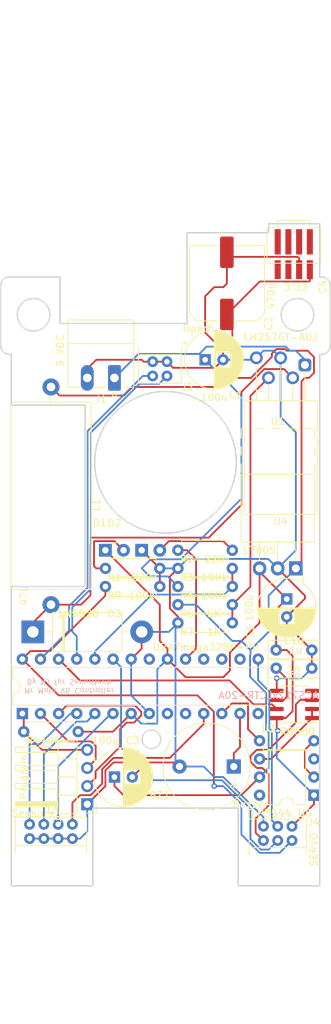
<source format=kicad_pcb>
(kicad_pcb (version 20171130) (host pcbnew "(5.1.6)-1")

  (general
    (thickness 1.6)
    (drawings 42)
    (tracks 339)
    (zones 0)
    (modules 31)
    (nets 39)
  )

  (page A4)
  (title_block
    (title "Mr Moto control circuit V2")
    (date 2020-08-26)
    (rev 3)
    (company "Securitech Group Inc")
    (comment 1 "V3: Mounting holes, new connectors, independant 0v sources.")
    (comment 4 "Control circuit for Mr Moto prototype.")
  )

  (layers
    (0 F.Cu signal)
    (31 B.Cu signal)
    (32 B.Adhes user)
    (33 F.Adhes user)
    (34 B.Paste user)
    (35 F.Paste user)
    (36 B.SilkS user)
    (37 F.SilkS user)
    (38 B.Mask user)
    (39 F.Mask user)
    (40 Dwgs.User user)
    (41 Cmts.User user)
    (42 Eco1.User user)
    (43 Eco2.User user)
    (44 Edge.Cuts user)
    (45 Margin user)
    (46 B.CrtYd user)
    (47 F.CrtYd user)
    (48 B.Fab user)
    (49 F.Fab user)
  )

  (setup
    (last_trace_width 0.25)
    (trace_clearance 0.2)
    (zone_clearance 0.508)
    (zone_45_only no)
    (trace_min 0.2)
    (via_size 0.8)
    (via_drill 0.4)
    (via_min_size 0.4)
    (via_min_drill 0.3)
    (uvia_size 0.3)
    (uvia_drill 0.1)
    (uvias_allowed no)
    (uvia_min_size 0.2)
    (uvia_min_drill 0.1)
    (edge_width 0.05)
    (segment_width 0.2)
    (pcb_text_width 0.3)
    (pcb_text_size 1.5 1.5)
    (mod_edge_width 0.12)
    (mod_text_size 1 1)
    (mod_text_width 0.15)
    (pad_size 3.5 3.5)
    (pad_drill 3.5)
    (pad_to_mask_clearance 0.05)
    (aux_axis_origin 0 0)
    (visible_elements 7FFFFFFF)
    (pcbplotparams
      (layerselection 0x010fc_ffffffff)
      (usegerberextensions false)
      (usegerberattributes true)
      (usegerberadvancedattributes true)
      (creategerberjobfile true)
      (excludeedgelayer true)
      (linewidth 0.100000)
      (plotframeref false)
      (viasonmask false)
      (mode 1)
      (useauxorigin false)
      (hpglpennumber 1)
      (hpglpenspeed 20)
      (hpglpendiameter 15.000000)
      (psnegative false)
      (psa4output false)
      (plotreference true)
      (plotvalue true)
      (plotinvisibletext false)
      (padsonsilk false)
      (subtractmaskfromsilk false)
      (outputformat 1)
      (mirror false)
      (drillshape 0)
      (scaleselection 1)
      (outputdirectory "MrMoto/"))
  )

  (net 0 "")
  (net 1 GND)
  (net 2 "Net-(BZ1-Pad1)")
  (net 3 "Net-(C1-Pad1)")
  (net 4 "Net-(C2-Pad1)")
  (net 5 "Net-(C10-Pad2)")
  (net 6 "Net-(C9-Pad2)")
  (net 7 "Net-(D1-Pad2)")
  (net 8 "Net-(D2-Pad2)")
  (net 9 "Net-(J2-Pad3)")
  (net 10 "Net-(J2-Pad1)")
  (net 11 "Net-(J4-Pad3)")
  (net 12 "Net-(J4-Pad2)")
  (net 13 "Net-(R2-Pad2)")
  (net 14 "Net-(R3-Pad2)")
  (net 15 "Net-(U2-Pad14)")
  (net 16 "Net-(U2-Pad26)")
  (net 17 "Net-(U2-Pad18)")
  (net 18 "Net-(U2-Pad17)")
  (net 19 "Net-(U2-Pad16)")
  (net 20 "Net-(J5-Pad4)")
  (net 21 "Net-(J5-Pad3)")
  (net 22 "Net-(J5-Pad2)")
  (net 23 "Net-(U2-Pad10)")
  (net 24 "Net-(U2-Pad21)")
  (net 25 "Net-(R6-Pad2)")
  (net 26 "Net-(U2-Pad9)")
  (net 27 "Net-(J2-Pad7)")
  (net 28 "Net-(J2-Pad5)")
  (net 29 "Net-(J4-Pad4)")
  (net 30 "Net-(D3-Pad1)")
  (net 31 "Net-(J3-Pad3)")
  (net 32 "Net-(J3-Pad1)")
  (net 33 "Net-(R8-Pad2)")
  (net 34 "Net-(R8-Pad1)")
  (net 35 "Net-(U3-Pad1)")
  (net 36 "Net-(U5-Pad6)")
  (net 37 "Net-(U5-Pad3)")
  (net 38 "Net-(J4-Pad6)")

  (net_class Default "This is the default net class."
    (clearance 0.2)
    (trace_width 0.25)
    (via_dia 0.8)
    (via_drill 0.4)
    (uvia_dia 0.3)
    (uvia_drill 0.1)
    (add_net GND)
    (add_net "Net-(BZ1-Pad1)")
    (add_net "Net-(C1-Pad1)")
    (add_net "Net-(C10-Pad2)")
    (add_net "Net-(C2-Pad1)")
    (add_net "Net-(C9-Pad2)")
    (add_net "Net-(D1-Pad2)")
    (add_net "Net-(D2-Pad2)")
    (add_net "Net-(D3-Pad1)")
    (add_net "Net-(J2-Pad1)")
    (add_net "Net-(J2-Pad3)")
    (add_net "Net-(J2-Pad5)")
    (add_net "Net-(J2-Pad7)")
    (add_net "Net-(J3-Pad1)")
    (add_net "Net-(J3-Pad3)")
    (add_net "Net-(J4-Pad2)")
    (add_net "Net-(J4-Pad3)")
    (add_net "Net-(J4-Pad4)")
    (add_net "Net-(J4-Pad6)")
    (add_net "Net-(J5-Pad2)")
    (add_net "Net-(J5-Pad3)")
    (add_net "Net-(J5-Pad4)")
    (add_net "Net-(R2-Pad2)")
    (add_net "Net-(R3-Pad2)")
    (add_net "Net-(R6-Pad2)")
    (add_net "Net-(R8-Pad1)")
    (add_net "Net-(R8-Pad2)")
    (add_net "Net-(U2-Pad10)")
    (add_net "Net-(U2-Pad14)")
    (add_net "Net-(U2-Pad16)")
    (add_net "Net-(U2-Pad17)")
    (add_net "Net-(U2-Pad18)")
    (add_net "Net-(U2-Pad21)")
    (add_net "Net-(U2-Pad26)")
    (add_net "Net-(U2-Pad9)")
    (add_net "Net-(U3-Pad1)")
    (add_net "Net-(U5-Pad3)")
    (add_net "Net-(U5-Pad6)")
  )

  (module "Mr Moto connectors:TO-220-5_P3.4x3.8mm_StaggerOdd_Lead7.13mm_TabDown" (layer F.Cu) (tedit 5F6B80A9) (tstamp 5F62962D)
    (at 157.48 81.28 180)
    (descr "TO-220-5, Horizontal, RM 1.7mm, Pentawatt, Multiwatt-5, staggered type-1, see http://www.analog.com/media/en/package-pcb-resources/package/pkg_pdf/ltc-legacy-to-220/to-220_5_05-08-1421.pdf?domain=www.linear.com, https://www.diodes.com/assets/Package-Files/TO220-5.pdf")
    (tags "TO-220-5 Horizontal RM 1.7mm Pentawatt Multiwatt-5 staggered type-1")
    (path /5F647291)
    (fp_text reference U4 (at 3.4 -23.9) (layer F.SilkS)
      (effects (font (size 1 1) (thickness 0.15)))
    )
    (fp_text value LM2576T-ADJ (at 3.4 1.9) (layer F.SilkS)
      (effects (font (size 1 1) (thickness 0.15)))
    )
    (fp_line (start 8.65 -23.03) (end -1.85 -23.03) (layer F.CrtYd) (width 0.05))
    (fp_line (start 8.65 0) (end 8.65 -23.03) (layer F.CrtYd) (width 0.05))
    (fp_line (start -1.85 0) (end 8.65 0) (layer F.CrtYd) (width 0.05))
    (fp_line (start -1.85 -23.03) (end -1.85 0) (layer F.CrtYd) (width 0.05))
    (fp_line (start 6.8 -7.01) (end 6.8 -2) (layer F.SilkS) (width 0.12))
    (fp_line (start 5.1 -7.01) (end 5.1 -4.866) (layer F.SilkS) (width 0.12))
    (fp_line (start 3.4 -7.01) (end 3.4 -2) (layer F.SilkS) (width 0.12))
    (fp_line (start 1.7 -7.01) (end 1.7 -4.866) (layer F.SilkS) (width 0.12))
    (fp_line (start 0 -7.01) (end 0 -3) (layer F.SilkS) (width 0.12))
    (fp_line (start 8.52 -22.9) (end 8.52 -7.01) (layer F.SilkS) (width 0.12))
    (fp_line (start -1.721 -22.9) (end -1.721 -7.01) (layer F.SilkS) (width 0.12))
    (fp_line (start -1.721 -22.9) (end 8.52 -22.9) (layer F.SilkS) (width 0.12))
    (fp_line (start -1.721 -7.01) (end 8.52 -7.01) (layer F.SilkS) (width 0.12))
    (fp_line (start 5.1 -7.13) (end 5.1 -3.8) (layer F.Fab) (width 0.1))
    (fp_line (start 3.4 -7.13) (end 3.4 -1) (layer F.Fab) (width 0.1))
    (fp_line (start 1.7 -7.13) (end 1.7 -3.8) (layer F.Fab) (width 0.1))
    (fp_line (start 8.4 -7.13) (end -1.6 -7.13) (layer F.Fab) (width 0.1))
    (fp_line (start 8.4 -16.38) (end 8.4 -7.13) (layer F.Fab) (width 0.1))
    (fp_line (start -1.6 -16.38) (end 8.4 -16.38) (layer F.Fab) (width 0.1))
    (fp_line (start -1.6 -7.13) (end -1.6 -16.38) (layer F.Fab) (width 0.1))
    (fp_line (start 8.4 -16.38) (end -1.6 -16.38) (layer F.Fab) (width 0.1))
    (fp_line (start 8.4 -22.78) (end 8.4 -16.38) (layer F.Fab) (width 0.1))
    (fp_line (start -1.6 -22.78) (end 8.4 -22.78) (layer F.Fab) (width 0.1))
    (fp_line (start -1.6 -16.38) (end -1.6 -22.78) (layer F.Fab) (width 0.1))
    (fp_text user %R (at 3.4 -23.9) (layer F.Fab)
      (effects (font (size 1 1) (thickness 0.15)))
    )
    (pad 5 thru_hole oval (at 6.8 -1 180) (size 1.8 1.8) (drill 1.1) (layers *.Cu *.Mask)
      (net 1 GND))
    (pad 4 thru_hole oval (at 5.1 -3.8 180) (size 1.8 1.8) (drill 1.1) (layers *.Cu *.Mask)
      (net 25 "Net-(R6-Pad2)"))
    (pad 3 thru_hole oval (at 3.4 -1 180) (size 1.8 1.8) (drill 1.1) (layers *.Cu *.Mask)
      (net 1 GND))
    (pad 2 thru_hole oval (at 1.7 -3.8 180) (size 1.8 1.8) (drill 1.1) (layers *.Cu *.Mask)
      (net 30 "Net-(D3-Pad1)"))
    (pad 1 thru_hole roundrect (at 0 -2 180) (size 1.8 1.8) (drill 1.1) (layers *.Cu *.Mask) (roundrect_rratio 0.25)
      (net 3 "Net-(C1-Pad1)"))
    (model "C:/Users/njohnson/OneDrive - Securitech/Documents/Mr Moto Circuit/3DFiles/TO-220-5_bent_leads.STEP"
      (offset (xyz 3.38 19 3))
      (scale (xyz 1 1 1))
      (rotate (xyz -90 0 0))
    )
  )

  (module "Mr Moto connectors:TO-220-3_Horizontal_TabUp" (layer F.Cu) (tedit 5F6A5AB6) (tstamp 5F6295BD)
    (at 156.21 111.76 180)
    (descr "TO-220-3, Horizontal, RM 2.54mm, see https://www.vishay.com/docs/66542/to-220-1.pdf")
    (tags "TO-220-3 Horizontal RM 2.54mm")
    (path /5EDEA0B2)
    (fp_text reference U1 (at 2.54 20.58) (layer F.SilkS)
      (effects (font (size 1 1) (thickness 0.15)))
    )
    (fp_text value L7805 (at 5.08 2.54) (layer F.SilkS)
      (effects (font (size 1 1) (thickness 0.15)))
    )
    (fp_line (start -2.46 13.06) (end -2.46 19.46) (layer F.Fab) (width 0.1))
    (fp_line (start -2.46 19.46) (end 7.54 19.46) (layer F.Fab) (width 0.1))
    (fp_line (start 7.54 19.46) (end 7.54 13.06) (layer F.Fab) (width 0.1))
    (fp_line (start 7.54 13.06) (end -2.46 13.06) (layer F.Fab) (width 0.1))
    (fp_line (start -2.46 3.81) (end -2.46 13.06) (layer F.Fab) (width 0.1))
    (fp_line (start -2.46 13.06) (end 7.54 13.06) (layer F.Fab) (width 0.1))
    (fp_line (start 7.54 13.06) (end 7.54 3.81) (layer F.Fab) (width 0.1))
    (fp_line (start 7.54 3.81) (end -2.46 3.81) (layer F.Fab) (width 0.1))
    (fp_line (start 0 3.81) (end 0 0) (layer F.Fab) (width 0.1))
    (fp_line (start 2.54 3.81) (end 2.54 0) (layer F.Fab) (width 0.1))
    (fp_line (start 5.08 3.81) (end 5.08 0) (layer F.Fab) (width 0.1))
    (fp_line (start -2.58 3.69) (end 7.66 3.69) (layer F.SilkS) (width 0.12))
    (fp_line (start -2.58 13.18) (end 7.66 13.18) (layer F.SilkS) (width 0.12))
    (fp_line (start -2.58 3.69) (end -2.58 13.18) (layer F.SilkS) (width 0.12))
    (fp_line (start 7.66 3.69) (end 7.66 13.18) (layer F.SilkS) (width 0.12))
    (fp_line (start -2.58 19.58) (end -1.38 19.58) (layer F.SilkS) (width 0.12))
    (fp_line (start -0.181 19.58) (end 1.02 19.58) (layer F.SilkS) (width 0.12))
    (fp_line (start 2.22 19.58) (end 3.42 19.58) (layer F.SilkS) (width 0.12))
    (fp_line (start 4.62 19.58) (end 5.82 19.58) (layer F.SilkS) (width 0.12))
    (fp_line (start 7.02 19.58) (end 7.66 19.58) (layer F.SilkS) (width 0.12))
    (fp_line (start -2.58 13.42) (end -2.58 14.62) (layer F.SilkS) (width 0.12))
    (fp_line (start -2.58 15.82) (end -2.58 17.02) (layer F.SilkS) (width 0.12))
    (fp_line (start -2.58 18.22) (end -2.58 19.42) (layer F.SilkS) (width 0.12))
    (fp_line (start 7.66 13.42) (end 7.66 14.62) (layer F.SilkS) (width 0.12))
    (fp_line (start 7.66 15.82) (end 7.66 17.02) (layer F.SilkS) (width 0.12))
    (fp_line (start 7.66 18.22) (end 7.66 19.42) (layer F.SilkS) (width 0.12))
    (fp_line (start 0 1.15) (end 0 3.69) (layer F.SilkS) (width 0.12))
    (fp_line (start 2.54 1.15) (end 2.54 3.69) (layer F.SilkS) (width 0.12))
    (fp_line (start 5.08 1.15) (end 5.08 3.69) (layer F.SilkS) (width 0.12))
    (fp_line (start -2.71 -1.25) (end -2.71 19.71) (layer F.CrtYd) (width 0.05))
    (fp_line (start -2.71 19.71) (end 7.79 19.71) (layer F.CrtYd) (width 0.05))
    (fp_line (start 7.79 19.71) (end 7.79 -1.25) (layer F.CrtYd) (width 0.05))
    (fp_line (start 7.79 -1.25) (end -2.71 -1.25) (layer F.CrtYd) (width 0.05))
    (fp_text user %R (at 2.54 20.58) (layer F.Fab)
      (effects (font (size 1 1) (thickness 0.15)))
    )
    (pad 3 thru_hole oval (at 5.08 0 180) (size 1.905 2) (drill 1.1) (layers *.Cu *.Mask)
      (net 5 "Net-(C10-Pad2)"))
    (pad 2 thru_hole oval (at 2.54 0 180) (size 1.905 2) (drill 1.1) (layers *.Cu *.Mask)
      (net 1 GND))
    (pad 1 thru_hole rect (at 0 0 180) (size 1.905 2) (drill 1.1) (layers *.Cu *.Mask)
      (net 4 "Net-(C2-Pad1)"))
    (model ${KISYS3DMOD}/Package_TO_SOT_THT.3dshapes/TO-220-3_Horizontal_TabUp.wrl
      (offset (xyz 0 0 2.5))
      (scale (xyz 1 1 1))
      (rotate (xyz 0 0 0))
    )
  )

  (module "Mr Moto connectors:CP_Radial_D8.0mm_P2.50mm_L5.00mm" (layer F.Cu) (tedit 5F612CF7) (tstamp 5F62931C)
    (at 130.81 140.97)
    (descr "CP, Radial series, Radial, pin pitch=2.50mm, , diameter=8mm, Electrolytic Capacitor")
    (tags "CP Radial series Radial pin pitch 2.50mm  diameter 8mm Electrolytic Capacitor")
    (path /5F64A656)
    (fp_text reference C3 (at 2.54 -5.08) (layer F.SilkS)
      (effects (font (size 1 1) (thickness 0.15)))
    )
    (fp_text value 100u (at -1.27 -5.08) (layer F.SilkS)
      (effects (font (size 1 1) (thickness 0.15)))
    )
    (fp_line (start -2.759698 -2.715) (end -2.759698 -1.915) (layer F.SilkS) (width 0.12))
    (fp_line (start -3.159698 -2.315) (end -2.359698 -2.315) (layer F.SilkS) (width 0.12))
    (fp_line (start 5.331 -0.533) (end 5.331 0.533) (layer F.SilkS) (width 0.12))
    (fp_line (start 5.291 -0.768) (end 5.291 0.768) (layer F.SilkS) (width 0.12))
    (fp_line (start 5.251 -0.948) (end 5.251 0.948) (layer F.SilkS) (width 0.12))
    (fp_line (start 5.211 -1.098) (end 5.211 1.098) (layer F.SilkS) (width 0.12))
    (fp_line (start 5.171 -1.229) (end 5.171 1.229) (layer F.SilkS) (width 0.12))
    (fp_line (start 5.131 -1.346) (end 5.131 1.346) (layer F.SilkS) (width 0.12))
    (fp_line (start 5.091 -1.453) (end 5.091 1.453) (layer F.SilkS) (width 0.12))
    (fp_line (start 5.051 -1.552) (end 5.051 1.552) (layer F.SilkS) (width 0.12))
    (fp_line (start 5.011 -1.645) (end 5.011 1.645) (layer F.SilkS) (width 0.12))
    (fp_line (start 4.971 -1.731) (end 4.971 1.731) (layer F.SilkS) (width 0.12))
    (fp_line (start 4.931 -1.813) (end 4.931 1.813) (layer F.SilkS) (width 0.12))
    (fp_line (start 4.891 -1.89) (end 4.891 1.89) (layer F.SilkS) (width 0.12))
    (fp_line (start 4.851 -1.964) (end 4.851 1.964) (layer F.SilkS) (width 0.12))
    (fp_line (start 4.811 -2.034) (end 4.811 2.034) (layer F.SilkS) (width 0.12))
    (fp_line (start 4.771 -2.102) (end 4.771 2.102) (layer F.SilkS) (width 0.12))
    (fp_line (start 4.731 -2.166) (end 4.731 2.166) (layer F.SilkS) (width 0.12))
    (fp_line (start 4.691 -2.228) (end 4.691 2.228) (layer F.SilkS) (width 0.12))
    (fp_line (start 4.651 -2.287) (end 4.651 2.287) (layer F.SilkS) (width 0.12))
    (fp_line (start 4.611 -2.345) (end 4.611 2.345) (layer F.SilkS) (width 0.12))
    (fp_line (start 4.571 -2.4) (end 4.571 2.4) (layer F.SilkS) (width 0.12))
    (fp_line (start 4.531 -2.454) (end 4.531 2.454) (layer F.SilkS) (width 0.12))
    (fp_line (start 4.491 -2.505) (end 4.491 2.505) (layer F.SilkS) (width 0.12))
    (fp_line (start 4.451 -2.556) (end 4.451 2.556) (layer F.SilkS) (width 0.12))
    (fp_line (start 4.411 -2.604) (end 4.411 2.604) (layer F.SilkS) (width 0.12))
    (fp_line (start 4.371 -2.651) (end 4.371 2.651) (layer F.SilkS) (width 0.12))
    (fp_line (start 4.331 -2.697) (end 4.331 2.697) (layer F.SilkS) (width 0.12))
    (fp_line (start 4.291 -2.741) (end 4.291 2.741) (layer F.SilkS) (width 0.12))
    (fp_line (start 4.251 -2.784) (end 4.251 2.784) (layer F.SilkS) (width 0.12))
    (fp_line (start 4.211 -2.826) (end 4.211 2.826) (layer F.SilkS) (width 0.12))
    (fp_line (start 4.171 -2.867) (end 4.171 2.867) (layer F.SilkS) (width 0.12))
    (fp_line (start 4.131 -2.907) (end 4.131 2.907) (layer F.SilkS) (width 0.12))
    (fp_line (start 4.091 -2.945) (end 4.091 2.945) (layer F.SilkS) (width 0.12))
    (fp_line (start 4.051 -2.983) (end 4.051 2.983) (layer F.SilkS) (width 0.12))
    (fp_line (start 4.011 -3.019) (end 4.011 3.019) (layer F.SilkS) (width 0.12))
    (fp_line (start 3.971 -3.055) (end 3.971 3.055) (layer F.SilkS) (width 0.12))
    (fp_line (start 3.931 -3.09) (end 3.931 3.09) (layer F.SilkS) (width 0.12))
    (fp_line (start 3.891 -3.124) (end 3.891 3.124) (layer F.SilkS) (width 0.12))
    (fp_line (start 3.851 -3.156) (end 3.851 3.156) (layer F.SilkS) (width 0.12))
    (fp_line (start 3.811 -3.189) (end 3.811 3.189) (layer F.SilkS) (width 0.12))
    (fp_line (start 3.771 -3.22) (end 3.771 3.22) (layer F.SilkS) (width 0.12))
    (fp_line (start 3.731 -3.25) (end 3.731 3.25) (layer F.SilkS) (width 0.12))
    (fp_line (start 3.691 -3.28) (end 3.691 3.28) (layer F.SilkS) (width 0.12))
    (fp_line (start 3.651 -3.309) (end 3.651 3.309) (layer F.SilkS) (width 0.12))
    (fp_line (start 3.611 -3.338) (end 3.611 3.338) (layer F.SilkS) (width 0.12))
    (fp_line (start 3.571 -3.365) (end 3.571 3.365) (layer F.SilkS) (width 0.12))
    (fp_line (start 3.531 1.04) (end 3.531 3.392) (layer F.SilkS) (width 0.12))
    (fp_line (start 3.531 -3.392) (end 3.531 -1.04) (layer F.SilkS) (width 0.12))
    (fp_line (start 3.491 1.04) (end 3.491 3.418) (layer F.SilkS) (width 0.12))
    (fp_line (start 3.491 -3.418) (end 3.491 -1.04) (layer F.SilkS) (width 0.12))
    (fp_line (start 3.451 1.04) (end 3.451 3.444) (layer F.SilkS) (width 0.12))
    (fp_line (start 3.451 -3.444) (end 3.451 -1.04) (layer F.SilkS) (width 0.12))
    (fp_line (start 3.411 1.04) (end 3.411 3.469) (layer F.SilkS) (width 0.12))
    (fp_line (start 3.411 -3.469) (end 3.411 -1.04) (layer F.SilkS) (width 0.12))
    (fp_line (start 3.371 1.04) (end 3.371 3.493) (layer F.SilkS) (width 0.12))
    (fp_line (start 3.371 -3.493) (end 3.371 -1.04) (layer F.SilkS) (width 0.12))
    (fp_line (start 3.331 1.04) (end 3.331 3.517) (layer F.SilkS) (width 0.12))
    (fp_line (start 3.331 -3.517) (end 3.331 -1.04) (layer F.SilkS) (width 0.12))
    (fp_line (start 3.291 1.04) (end 3.291 3.54) (layer F.SilkS) (width 0.12))
    (fp_line (start 3.291 -3.54) (end 3.291 -1.04) (layer F.SilkS) (width 0.12))
    (fp_line (start 3.251 1.04) (end 3.251 3.562) (layer F.SilkS) (width 0.12))
    (fp_line (start 3.251 -3.562) (end 3.251 -1.04) (layer F.SilkS) (width 0.12))
    (fp_line (start 3.211 1.04) (end 3.211 3.584) (layer F.SilkS) (width 0.12))
    (fp_line (start 3.211 -3.584) (end 3.211 -1.04) (layer F.SilkS) (width 0.12))
    (fp_line (start 3.171 1.04) (end 3.171 3.606) (layer F.SilkS) (width 0.12))
    (fp_line (start 3.171 -3.606) (end 3.171 -1.04) (layer F.SilkS) (width 0.12))
    (fp_line (start 3.131 1.04) (end 3.131 3.627) (layer F.SilkS) (width 0.12))
    (fp_line (start 3.131 -3.627) (end 3.131 -1.04) (layer F.SilkS) (width 0.12))
    (fp_line (start 3.091 1.04) (end 3.091 3.647) (layer F.SilkS) (width 0.12))
    (fp_line (start 3.091 -3.647) (end 3.091 -1.04) (layer F.SilkS) (width 0.12))
    (fp_line (start 3.051 1.04) (end 3.051 3.666) (layer F.SilkS) (width 0.12))
    (fp_line (start 3.051 -3.666) (end 3.051 -1.04) (layer F.SilkS) (width 0.12))
    (fp_line (start 3.011 1.04) (end 3.011 3.686) (layer F.SilkS) (width 0.12))
    (fp_line (start 3.011 -3.686) (end 3.011 -1.04) (layer F.SilkS) (width 0.12))
    (fp_line (start 2.971 1.04) (end 2.971 3.704) (layer F.SilkS) (width 0.12))
    (fp_line (start 2.971 -3.704) (end 2.971 -1.04) (layer F.SilkS) (width 0.12))
    (fp_line (start 2.931 1.04) (end 2.931 3.722) (layer F.SilkS) (width 0.12))
    (fp_line (start 2.931 -3.722) (end 2.931 -1.04) (layer F.SilkS) (width 0.12))
    (fp_line (start 2.891 1.04) (end 2.891 3.74) (layer F.SilkS) (width 0.12))
    (fp_line (start 2.891 -3.74) (end 2.891 -1.04) (layer F.SilkS) (width 0.12))
    (fp_line (start 2.851 1.04) (end 2.851 3.757) (layer F.SilkS) (width 0.12))
    (fp_line (start 2.851 -3.757) (end 2.851 -1.04) (layer F.SilkS) (width 0.12))
    (fp_line (start 2.811 1.04) (end 2.811 3.774) (layer F.SilkS) (width 0.12))
    (fp_line (start 2.811 -3.774) (end 2.811 -1.04) (layer F.SilkS) (width 0.12))
    (fp_line (start 2.771 1.04) (end 2.771 3.79) (layer F.SilkS) (width 0.12))
    (fp_line (start 2.771 -3.79) (end 2.771 -1.04) (layer F.SilkS) (width 0.12))
    (fp_line (start 2.731 1.04) (end 2.731 3.805) (layer F.SilkS) (width 0.12))
    (fp_line (start 2.731 -3.805) (end 2.731 -1.04) (layer F.SilkS) (width 0.12))
    (fp_line (start 2.691 1.04) (end 2.691 3.821) (layer F.SilkS) (width 0.12))
    (fp_line (start 2.691 -3.821) (end 2.691 -1.04) (layer F.SilkS) (width 0.12))
    (fp_line (start 2.651 1.04) (end 2.651 3.835) (layer F.SilkS) (width 0.12))
    (fp_line (start 2.651 -3.835) (end 2.651 -1.04) (layer F.SilkS) (width 0.12))
    (fp_line (start 2.611 1.04) (end 2.611 3.85) (layer F.SilkS) (width 0.12))
    (fp_line (start 2.611 -3.85) (end 2.611 -1.04) (layer F.SilkS) (width 0.12))
    (fp_line (start 2.571 1.04) (end 2.571 3.863) (layer F.SilkS) (width 0.12))
    (fp_line (start 2.571 -3.863) (end 2.571 -1.04) (layer F.SilkS) (width 0.12))
    (fp_line (start 2.531 1.04) (end 2.531 3.877) (layer F.SilkS) (width 0.12))
    (fp_line (start 2.531 -3.877) (end 2.531 -1.04) (layer F.SilkS) (width 0.12))
    (fp_line (start 2.491 1.04) (end 2.491 3.889) (layer F.SilkS) (width 0.12))
    (fp_line (start 2.491 -3.889) (end 2.491 -1.04) (layer F.SilkS) (width 0.12))
    (fp_line (start 2.451 1.04) (end 2.451 3.902) (layer F.SilkS) (width 0.12))
    (fp_line (start 2.451 -3.902) (end 2.451 -1.04) (layer F.SilkS) (width 0.12))
    (fp_line (start 2.411 1.04) (end 2.411 3.914) (layer F.SilkS) (width 0.12))
    (fp_line (start 2.411 -3.914) (end 2.411 -1.04) (layer F.SilkS) (width 0.12))
    (fp_line (start 2.371 1.04) (end 2.371 3.925) (layer F.SilkS) (width 0.12))
    (fp_line (start 2.371 -3.925) (end 2.371 -1.04) (layer F.SilkS) (width 0.12))
    (fp_line (start 2.331 1.04) (end 2.331 3.936) (layer F.SilkS) (width 0.12))
    (fp_line (start 2.331 -3.936) (end 2.331 -1.04) (layer F.SilkS) (width 0.12))
    (fp_line (start 2.291 1.04) (end 2.291 3.947) (layer F.SilkS) (width 0.12))
    (fp_line (start 2.291 -3.947) (end 2.291 -1.04) (layer F.SilkS) (width 0.12))
    (fp_line (start 2.251 1.04) (end 2.251 3.957) (layer F.SilkS) (width 0.12))
    (fp_line (start 2.251 -3.957) (end 2.251 -1.04) (layer F.SilkS) (width 0.12))
    (fp_line (start 2.211 1.04) (end 2.211 3.967) (layer F.SilkS) (width 0.12))
    (fp_line (start 2.211 -3.967) (end 2.211 -1.04) (layer F.SilkS) (width 0.12))
    (fp_line (start 2.171 1.04) (end 2.171 3.976) (layer F.SilkS) (width 0.12))
    (fp_line (start 2.171 -3.976) (end 2.171 -1.04) (layer F.SilkS) (width 0.12))
    (fp_line (start 2.131 1.04) (end 2.131 3.985) (layer F.SilkS) (width 0.12))
    (fp_line (start 2.131 -3.985) (end 2.131 -1.04) (layer F.SilkS) (width 0.12))
    (fp_line (start 2.091 1.04) (end 2.091 3.994) (layer F.SilkS) (width 0.12))
    (fp_line (start 2.091 -3.994) (end 2.091 -1.04) (layer F.SilkS) (width 0.12))
    (fp_line (start 2.051 1.04) (end 2.051 4.002) (layer F.SilkS) (width 0.12))
    (fp_line (start 2.051 -4.002) (end 2.051 -1.04) (layer F.SilkS) (width 0.12))
    (fp_line (start 2.011 1.04) (end 2.011 4.01) (layer F.SilkS) (width 0.12))
    (fp_line (start 2.011 -4.01) (end 2.011 -1.04) (layer F.SilkS) (width 0.12))
    (fp_line (start 1.971 1.04) (end 1.971 4.017) (layer F.SilkS) (width 0.12))
    (fp_line (start 1.971 -4.017) (end 1.971 -1.04) (layer F.SilkS) (width 0.12))
    (fp_line (start 1.93 1.04) (end 1.93 4.024) (layer F.SilkS) (width 0.12))
    (fp_line (start 1.93 -4.024) (end 1.93 -1.04) (layer F.SilkS) (width 0.12))
    (fp_line (start 1.89 1.04) (end 1.89 4.03) (layer F.SilkS) (width 0.12))
    (fp_line (start 1.89 -4.03) (end 1.89 -1.04) (layer F.SilkS) (width 0.12))
    (fp_line (start 1.85 1.04) (end 1.85 4.037) (layer F.SilkS) (width 0.12))
    (fp_line (start 1.85 -4.037) (end 1.85 -1.04) (layer F.SilkS) (width 0.12))
    (fp_line (start 1.81 1.04) (end 1.81 4.042) (layer F.SilkS) (width 0.12))
    (fp_line (start 1.81 -4.042) (end 1.81 -1.04) (layer F.SilkS) (width 0.12))
    (fp_line (start 1.77 1.04) (end 1.77 4.048) (layer F.SilkS) (width 0.12))
    (fp_line (start 1.77 -4.048) (end 1.77 -1.04) (layer F.SilkS) (width 0.12))
    (fp_line (start 1.73 1.04) (end 1.73 4.052) (layer F.SilkS) (width 0.12))
    (fp_line (start 1.73 -4.052) (end 1.73 -1.04) (layer F.SilkS) (width 0.12))
    (fp_line (start 1.69 1.04) (end 1.69 4.057) (layer F.SilkS) (width 0.12))
    (fp_line (start 1.69 -4.057) (end 1.69 -1.04) (layer F.SilkS) (width 0.12))
    (fp_line (start 1.65 1.04) (end 1.65 4.061) (layer F.SilkS) (width 0.12))
    (fp_line (start 1.65 -4.061) (end 1.65 -1.04) (layer F.SilkS) (width 0.12))
    (fp_line (start 1.61 1.04) (end 1.61 4.065) (layer F.SilkS) (width 0.12))
    (fp_line (start 1.61 -4.065) (end 1.61 -1.04) (layer F.SilkS) (width 0.12))
    (fp_line (start 1.57 1.04) (end 1.57 4.068) (layer F.SilkS) (width 0.12))
    (fp_line (start 1.57 -4.068) (end 1.57 -1.04) (layer F.SilkS) (width 0.12))
    (fp_line (start 1.53 1.04) (end 1.53 4.071) (layer F.SilkS) (width 0.12))
    (fp_line (start 1.53 -4.071) (end 1.53 -1.04) (layer F.SilkS) (width 0.12))
    (fp_line (start 1.49 1.04) (end 1.49 4.074) (layer F.SilkS) (width 0.12))
    (fp_line (start 1.49 -4.074) (end 1.49 -1.04) (layer F.SilkS) (width 0.12))
    (fp_line (start 1.45 -4.076) (end 1.45 4.076) (layer F.SilkS) (width 0.12))
    (fp_line (start 1.41 -4.077) (end 1.41 4.077) (layer F.SilkS) (width 0.12))
    (fp_line (start 1.37 -4.079) (end 1.37 4.079) (layer F.SilkS) (width 0.12))
    (fp_line (start 1.33 -4.08) (end 1.33 4.08) (layer F.SilkS) (width 0.12))
    (fp_line (start 1.29 -4.08) (end 1.29 4.08) (layer F.SilkS) (width 0.12))
    (fp_line (start 1.25 -4.08) (end 1.25 4.08) (layer F.SilkS) (width 0.12))
    (fp_line (start -1.776759 -2.1475) (end -1.776759 -1.3475) (layer F.Fab) (width 0.1))
    (fp_line (start -2.176759 -1.7475) (end -1.376759 -1.7475) (layer F.Fab) (width 0.1))
    (fp_circle (center 1.25 0) (end 5.5 0) (layer F.CrtYd) (width 0.05))
    (fp_circle (center 1.25 0) (end 5.37 0) (layer F.SilkS) (width 0.12))
    (fp_circle (center 1.25 0) (end 5.25 0) (layer F.Fab) (width 0.1))
    (fp_text user %R (at -3.81 -3.81) (layer F.Fab)
      (effects (font (size 1 1) (thickness 0.15)))
    )
    (pad 2 thru_hole circle (at 2.5 0) (size 1.6 1.6) (drill 0.8) (layers *.Cu *.Mask)
      (net 1 GND))
    (pad 1 thru_hole rect (at 0 0) (size 1.6 1.6) (drill 0.8) (layers *.Cu *.Mask)
      (net 4 "Net-(C2-Pad1)"))
    (model "C:/Users/njohnson/OneDrive - Securitech/Documents/Mr Moto Circuit/3DFiles/CAP_8X5_PAN.step"
      (offset (xyz 2.8 0 0))
      (scale (xyz 1 1 1))
      (rotate (xyz 0 0 180))
    )
  )

  (module Resistor_THT:R_Axial_DIN0207_L6.3mm_D2.5mm_P7.62mm_Horizontal (layer F.Cu) (tedit 5AE5139B) (tstamp 5F6A3865)
    (at 129.54 114.3)
    (descr "Resistor, Axial_DIN0207 series, Axial, Horizontal, pin pitch=7.62mm, 0.25W = 1/4W, length*diameter=6.3*2.5mm^2, http://cdn-reichelt.de/documents/datenblatt/B400/1_4W%23YAG.pdf")
    (tags "Resistor Axial_DIN0207 series Axial Horizontal pin pitch 7.62mm 0.25W = 1/4W length 6.3mm diameter 2.5mm")
    (path /5F6F3E39)
    (fp_text reference R9 (at 1.27 1.27) (layer F.SilkS)
      (effects (font (size 1 1) (thickness 0.15)))
    )
    (fp_text value 100k (at 5.08 1.27) (layer F.SilkS)
      (effects (font (size 1 1) (thickness 0.15)))
    )
    (fp_line (start 0.66 -1.25) (end 0.66 1.25) (layer F.Fab) (width 0.1))
    (fp_line (start 0.66 1.25) (end 6.96 1.25) (layer F.Fab) (width 0.1))
    (fp_line (start 6.96 1.25) (end 6.96 -1.25) (layer F.Fab) (width 0.1))
    (fp_line (start 6.96 -1.25) (end 0.66 -1.25) (layer F.Fab) (width 0.1))
    (fp_line (start 0 0) (end 0.66 0) (layer F.Fab) (width 0.1))
    (fp_line (start 7.62 0) (end 6.96 0) (layer F.Fab) (width 0.1))
    (fp_line (start 0.54 -1.04) (end 0.54 -1.37) (layer F.SilkS) (width 0.12))
    (fp_line (start 0.54 -1.37) (end 7.08 -1.37) (layer F.SilkS) (width 0.12))
    (fp_line (start 7.08 -1.37) (end 7.08 -1.04) (layer F.SilkS) (width 0.12))
    (fp_line (start 0.54 1.04) (end 0.54 1.37) (layer F.SilkS) (width 0.12))
    (fp_line (start 0.54 1.37) (end 7.08 1.37) (layer F.SilkS) (width 0.12))
    (fp_line (start 7.08 1.37) (end 7.08 1.04) (layer F.SilkS) (width 0.12))
    (fp_line (start -1.05 -1.5) (end -1.05 1.5) (layer F.CrtYd) (width 0.05))
    (fp_line (start -1.05 1.5) (end 8.67 1.5) (layer F.CrtYd) (width 0.05))
    (fp_line (start 8.67 1.5) (end 8.67 -1.5) (layer F.CrtYd) (width 0.05))
    (fp_line (start 8.67 -1.5) (end -1.05 -1.5) (layer F.CrtYd) (width 0.05))
    (pad 2 thru_hole oval (at 7.62 0) (size 1.6 1.6) (drill 0.8) (layers *.Cu *.Mask)
      (net 1 GND))
    (pad 1 thru_hole circle (at 0 0) (size 1.6 1.6) (drill 0.8) (layers *.Cu *.Mask)
      (net 38 "Net-(J4-Pad6)"))
    (model ${KISYS3DMOD}/Resistor_THT.3dshapes/R_Axial_DIN0207_L6.3mm_D2.5mm_P7.62mm_Horizontal.wrl
      (at (xyz 0 0 0))
      (scale (xyz 1 1 1))
      (rotate (xyz 0 0 0))
    )
  )

  (module Capacitor_THT:C_Disc_D7.0mm_W2.5mm_P5.00mm (layer F.Cu) (tedit 5AE50EF0) (tstamp 5F6293FF)
    (at 158.45 123.19 180)
    (descr "C, Disc series, Radial, pin pitch=5.00mm, , diameter*width=7*2.5mm^2, Capacitor, http://cdn-reichelt.de/documents/datenblatt/B300/DS_KERKO_TC.pdf")
    (tags "C Disc series Radial pin pitch 5.00mm  diameter 7mm width 2.5mm Capacitor")
    (path /5EE5EF92)
    (fp_text reference C10 (at 2.5 1.27) (layer F.SilkS)
      (effects (font (size 1 1) (thickness 0.15)))
    )
    (fp_text value .1u (at 2.5 0) (layer F.SilkS)
      (effects (font (size 1 1) (thickness 0.15)))
    )
    (fp_line (start -1 -1.25) (end -1 1.25) (layer F.Fab) (width 0.1))
    (fp_line (start -1 1.25) (end 6 1.25) (layer F.Fab) (width 0.1))
    (fp_line (start 6 1.25) (end 6 -1.25) (layer F.Fab) (width 0.1))
    (fp_line (start 6 -1.25) (end -1 -1.25) (layer F.Fab) (width 0.1))
    (fp_line (start -1.12 -1.37) (end 6.12 -1.37) (layer F.SilkS) (width 0.12))
    (fp_line (start -1.12 1.37) (end 6.12 1.37) (layer F.SilkS) (width 0.12))
    (fp_line (start -1.12 -1.37) (end -1.12 1.37) (layer F.SilkS) (width 0.12))
    (fp_line (start 6.12 -1.37) (end 6.12 1.37) (layer F.SilkS) (width 0.12))
    (fp_line (start -1.25 -1.5) (end -1.25 1.5) (layer F.CrtYd) (width 0.05))
    (fp_line (start -1.25 1.5) (end 6.25 1.5) (layer F.CrtYd) (width 0.05))
    (fp_line (start 6.25 1.5) (end 6.25 -1.5) (layer F.CrtYd) (width 0.05))
    (fp_line (start 6.25 -1.5) (end -1.25 -1.5) (layer F.CrtYd) (width 0.05))
    (pad 2 thru_hole circle (at 5 0 180) (size 1.6 1.6) (drill 0.8) (layers *.Cu *.Mask)
      (net 5 "Net-(C10-Pad2)"))
    (pad 1 thru_hole circle (at 0 0 180) (size 1.6 1.6) (drill 0.8) (layers *.Cu *.Mask)
      (net 1 GND))
    (model ${KISYS3DMOD}/Capacitor_THT.3dshapes/C_Disc_D7.0mm_W2.5mm_P5.00mm.wrl
      (at (xyz 0 0 0))
      (scale (xyz 1 1 1))
      (rotate (xyz 0 0 0))
    )
  )

  (module Capacitor_THT:C_Disc_D7.0mm_W2.5mm_P5.00mm (layer F.Cu) (tedit 5AE50EF0) (tstamp 5F6293EC)
    (at 158.45 125.73 180)
    (descr "C, Disc series, Radial, pin pitch=5.00mm, , diameter*width=7*2.5mm^2, Capacitor, http://cdn-reichelt.de/documents/datenblatt/B300/DS_KERKO_TC.pdf")
    (tags "C Disc series Radial pin pitch 5.00mm  diameter 7mm width 2.5mm Capacitor")
    (path /5EE5C6EF)
    (fp_text reference C9 (at 2.5 -1.27) (layer F.SilkS)
      (effects (font (size 1 1) (thickness 0.15)))
    )
    (fp_text value 1n (at 2.5 0) (layer F.SilkS)
      (effects (font (size 1 1) (thickness 0.15)))
    )
    (fp_line (start -1 -1.25) (end -1 1.25) (layer F.Fab) (width 0.1))
    (fp_line (start -1 1.25) (end 6 1.25) (layer F.Fab) (width 0.1))
    (fp_line (start 6 1.25) (end 6 -1.25) (layer F.Fab) (width 0.1))
    (fp_line (start 6 -1.25) (end -1 -1.25) (layer F.Fab) (width 0.1))
    (fp_line (start -1.12 -1.37) (end 6.12 -1.37) (layer F.SilkS) (width 0.12))
    (fp_line (start -1.12 1.37) (end 6.12 1.37) (layer F.SilkS) (width 0.12))
    (fp_line (start -1.12 -1.37) (end -1.12 1.37) (layer F.SilkS) (width 0.12))
    (fp_line (start 6.12 -1.37) (end 6.12 1.37) (layer F.SilkS) (width 0.12))
    (fp_line (start -1.25 -1.5) (end -1.25 1.5) (layer F.CrtYd) (width 0.05))
    (fp_line (start -1.25 1.5) (end 6.25 1.5) (layer F.CrtYd) (width 0.05))
    (fp_line (start 6.25 1.5) (end 6.25 -1.5) (layer F.CrtYd) (width 0.05))
    (fp_line (start 6.25 -1.5) (end -1.25 -1.5) (layer F.CrtYd) (width 0.05))
    (pad 2 thru_hole circle (at 5 0 180) (size 1.6 1.6) (drill 0.8) (layers *.Cu *.Mask)
      (net 6 "Net-(C9-Pad2)"))
    (pad 1 thru_hole circle (at 0 0 180) (size 1.6 1.6) (drill 0.8) (layers *.Cu *.Mask)
      (net 1 GND))
    (model ${KISYS3DMOD}/Capacitor_THT.3dshapes/C_Disc_D7.0mm_W2.5mm_P5.00mm.wrl
      (at (xyz 0 0 0))
      (scale (xyz 1 1 1))
      (rotate (xyz 0 0 0))
    )
  )

  (module "Mr Moto connectors:Buzzer_12x9.5RM7.6" (layer F.Cu) (tedit 5F63817B) (tstamp 5F6291A2)
    (at 147.52 139.5 180)
    (descr "Generic Buzzer, D12mm height 9.5mm with RM7.6mm")
    (tags buzzer)
    (path /5EE8681C)
    (fp_text reference BZ1 (at 10.36 -4.01) (layer F.SilkS)
      (effects (font (size 1 1) (thickness 0.15)))
    )
    (fp_text value Buzzer (at -2.34 -5.28) (layer F.SilkS)
      (effects (font (size 1 1) (thickness 0.15)))
    )
    (fp_circle (center 3.8 0) (end 9.9 0) (layer F.SilkS) (width 0.12))
    (fp_circle (center 3.8 0) (end 4.8 0) (layer F.Fab) (width 0.1))
    (fp_circle (center 3.8 0) (end 9.8 0) (layer F.Fab) (width 0.1))
    (fp_circle (center 3.8 0) (end 10.05 0) (layer F.CrtYd) (width 0.05))
    (fp_text user + (at -0.01 -2.54) (layer F.SilkS)
      (effects (font (size 1 1) (thickness 0.15)))
    )
    (fp_text user + (at -0.01 -2.54) (layer F.Fab)
      (effects (font (size 1 1) (thickness 0.15)))
    )
    (pad 2 thru_hole circle (at 7.6 0 180) (size 2 2) (drill 1) (layers *.Cu *.Mask)
      (net 1 GND))
    (pad 1 thru_hole rect (at 0 0 180) (size 2 2) (drill 1) (layers *.Cu *.Mask)
      (net 2 "Net-(BZ1-Pad1)"))
    (model "C:/Users/njohnson/OneDrive - Securitech/Documents/Mr Moto Circuit/3DFiles/Buzzer_PK-11N40PQ_Internally_Driven_12mmDx5.5mmH.STEP"
      (at (xyz 0 0 0))
      (scale (xyz 1 1 1))
      (rotate (xyz 0 0 0))
    )
  )

  (module Resistor_THT:R_Axial_DIN0207_L6.3mm_D2.5mm_P7.62mm_Horizontal (layer F.Cu) (tedit 5AE5139B) (tstamp 5F62959D)
    (at 151.13 135.89)
    (descr "Resistor, Axial_DIN0207 series, Axial, Horizontal, pin pitch=7.62mm, 0.25W = 1/4W, length*diameter=6.3*2.5mm^2, http://cdn-reichelt.de/documents/datenblatt/B400/1_4W%23YAG.pdf")
    (tags "Resistor Axial_DIN0207 series Axial Horizontal pin pitch 7.62mm 0.25W = 1/4W length 6.3mm diameter 2.5mm")
    (path /5F6A5C00)
    (fp_text reference R8 (at 3.81 -1.27) (layer F.SilkS)
      (effects (font (size 1 1) (thickness 0.15)))
    )
    (fp_text value 500 (at 6.35 -1.27) (layer F.SilkS)
      (effects (font (size 1 1) (thickness 0.15)))
    )
    (fp_line (start 8.67 -1.5) (end -1.05 -1.5) (layer F.CrtYd) (width 0.05))
    (fp_line (start 8.67 1.5) (end 8.67 -1.5) (layer F.CrtYd) (width 0.05))
    (fp_line (start -1.05 1.5) (end 8.67 1.5) (layer F.CrtYd) (width 0.05))
    (fp_line (start -1.05 -1.5) (end -1.05 1.5) (layer F.CrtYd) (width 0.05))
    (fp_line (start 7.08 1.37) (end 7.08 1.04) (layer F.SilkS) (width 0.12))
    (fp_line (start 0.54 1.37) (end 7.08 1.37) (layer F.SilkS) (width 0.12))
    (fp_line (start 0.54 1.04) (end 0.54 1.37) (layer F.SilkS) (width 0.12))
    (fp_line (start 7.08 -1.37) (end 7.08 -1.04) (layer F.SilkS) (width 0.12))
    (fp_line (start 0.54 -1.37) (end 7.08 -1.37) (layer F.SilkS) (width 0.12))
    (fp_line (start 0.54 -1.04) (end 0.54 -1.37) (layer F.SilkS) (width 0.12))
    (fp_line (start 7.62 0) (end 6.96 0) (layer F.Fab) (width 0.1))
    (fp_line (start 0 0) (end 0.66 0) (layer F.Fab) (width 0.1))
    (fp_line (start 6.96 -1.25) (end 0.66 -1.25) (layer F.Fab) (width 0.1))
    (fp_line (start 6.96 1.25) (end 6.96 -1.25) (layer F.Fab) (width 0.1))
    (fp_line (start 0.66 1.25) (end 6.96 1.25) (layer F.Fab) (width 0.1))
    (fp_line (start 0.66 -1.25) (end 0.66 1.25) (layer F.Fab) (width 0.1))
    (pad 2 thru_hole oval (at 7.62 0) (size 1.6 1.6) (drill 0.8) (layers *.Cu *.Mask)
      (net 33 "Net-(R8-Pad2)"))
    (pad 1 thru_hole circle (at 0 0) (size 1.6 1.6) (drill 0.8) (layers *.Cu *.Mask)
      (net 34 "Net-(R8-Pad1)"))
    (model ${KISYS3DMOD}/Resistor_THT.3dshapes/R_Axial_DIN0207_L6.3mm_D2.5mm_P7.62mm_Horizontal.wrl
      (at (xyz 0 0 0))
      (scale (xyz 1 1 1))
      (rotate (xyz 0 0 0))
    )
  )

  (module Resistor_THT:R_Axial_DIN0207_L6.3mm_D2.5mm_P7.62mm_Horizontal (layer F.Cu) (tedit 5AE5139B) (tstamp 5F629586)
    (at 139.7 119.38)
    (descr "Resistor, Axial_DIN0207 series, Axial, Horizontal, pin pitch=7.62mm, 0.25W = 1/4W, length*diameter=6.3*2.5mm^2, http://cdn-reichelt.de/documents/datenblatt/B400/1_4W%23YAG.pdf")
    (tags "Resistor Axial_DIN0207 series Axial Horizontal pin pitch 7.62mm 0.25W = 1/4W length 6.3mm diameter 2.5mm")
    (path /5F68CFBE)
    (fp_text reference R7 (at 1.27 1.27) (layer F.SilkS)
      (effects (font (size 1 1) (thickness 0.15)))
    )
    (fp_text value 1K (at 5.08 1.27) (layer F.SilkS)
      (effects (font (size 1 1) (thickness 0.15)))
    )
    (fp_line (start 8.67 -1.5) (end -1.05 -1.5) (layer F.CrtYd) (width 0.05))
    (fp_line (start 8.67 1.5) (end 8.67 -1.5) (layer F.CrtYd) (width 0.05))
    (fp_line (start -1.05 1.5) (end 8.67 1.5) (layer F.CrtYd) (width 0.05))
    (fp_line (start -1.05 -1.5) (end -1.05 1.5) (layer F.CrtYd) (width 0.05))
    (fp_line (start 7.08 1.37) (end 7.08 1.04) (layer F.SilkS) (width 0.12))
    (fp_line (start 0.54 1.37) (end 7.08 1.37) (layer F.SilkS) (width 0.12))
    (fp_line (start 0.54 1.04) (end 0.54 1.37) (layer F.SilkS) (width 0.12))
    (fp_line (start 7.08 -1.37) (end 7.08 -1.04) (layer F.SilkS) (width 0.12))
    (fp_line (start 0.54 -1.37) (end 7.08 -1.37) (layer F.SilkS) (width 0.12))
    (fp_line (start 0.54 -1.04) (end 0.54 -1.37) (layer F.SilkS) (width 0.12))
    (fp_line (start 7.62 0) (end 6.96 0) (layer F.Fab) (width 0.1))
    (fp_line (start 0 0) (end 0.66 0) (layer F.Fab) (width 0.1))
    (fp_line (start 6.96 -1.25) (end 0.66 -1.25) (layer F.Fab) (width 0.1))
    (fp_line (start 6.96 1.25) (end 6.96 -1.25) (layer F.Fab) (width 0.1))
    (fp_line (start 0.66 1.25) (end 6.96 1.25) (layer F.Fab) (width 0.1))
    (fp_line (start 0.66 -1.25) (end 0.66 1.25) (layer F.Fab) (width 0.1))
    (pad 2 thru_hole oval (at 7.62 0) (size 1.6 1.6) (drill 0.8) (layers *.Cu *.Mask)
      (net 25 "Net-(R6-Pad2)"))
    (pad 1 thru_hole circle (at 0 0) (size 1.6 1.6) (drill 0.8) (layers *.Cu *.Mask)
      (net 1 GND))
    (model ${KISYS3DMOD}/Resistor_THT.3dshapes/R_Axial_DIN0207_L6.3mm_D2.5mm_P7.62mm_Horizontal.wrl
      (at (xyz 0 0 0))
      (scale (xyz 1 1 1))
      (rotate (xyz 0 0 0))
    )
  )

  (module Resistor_THT:R_Axial_DIN0207_L6.3mm_D2.5mm_P7.62mm_Horizontal (layer F.Cu) (tedit 5AE5139B) (tstamp 5F62956F)
    (at 139.7 116.84)
    (descr "Resistor, Axial_DIN0207 series, Axial, Horizontal, pin pitch=7.62mm, 0.25W = 1/4W, length*diameter=6.3*2.5mm^2, http://cdn-reichelt.de/documents/datenblatt/B400/1_4W%23YAG.pdf")
    (tags "Resistor Axial_DIN0207 series Axial Horizontal pin pitch 7.62mm 0.25W = 1/4W length 6.3mm diameter 2.5mm")
    (path /5F6948E1)
    (fp_text reference R6 (at 1.27 1.27) (layer F.SilkS)
      (effects (font (size 1 1) (thickness 0.15)))
    )
    (fp_text value 5K (at 5.08 1.27) (layer F.SilkS)
      (effects (font (size 1 1) (thickness 0.15)))
    )
    (fp_line (start 8.67 -1.5) (end -1.05 -1.5) (layer F.CrtYd) (width 0.05))
    (fp_line (start 8.67 1.5) (end 8.67 -1.5) (layer F.CrtYd) (width 0.05))
    (fp_line (start -1.05 1.5) (end 8.67 1.5) (layer F.CrtYd) (width 0.05))
    (fp_line (start -1.05 -1.5) (end -1.05 1.5) (layer F.CrtYd) (width 0.05))
    (fp_line (start 7.08 1.37) (end 7.08 1.04) (layer F.SilkS) (width 0.12))
    (fp_line (start 0.54 1.37) (end 7.08 1.37) (layer F.SilkS) (width 0.12))
    (fp_line (start 0.54 1.04) (end 0.54 1.37) (layer F.SilkS) (width 0.12))
    (fp_line (start 7.08 -1.37) (end 7.08 -1.04) (layer F.SilkS) (width 0.12))
    (fp_line (start 0.54 -1.37) (end 7.08 -1.37) (layer F.SilkS) (width 0.12))
    (fp_line (start 0.54 -1.04) (end 0.54 -1.37) (layer F.SilkS) (width 0.12))
    (fp_line (start 7.62 0) (end 6.96 0) (layer F.Fab) (width 0.1))
    (fp_line (start 0 0) (end 0.66 0) (layer F.Fab) (width 0.1))
    (fp_line (start 6.96 -1.25) (end 0.66 -1.25) (layer F.Fab) (width 0.1))
    (fp_line (start 6.96 1.25) (end 6.96 -1.25) (layer F.Fab) (width 0.1))
    (fp_line (start 0.66 1.25) (end 6.96 1.25) (layer F.Fab) (width 0.1))
    (fp_line (start 0.66 -1.25) (end 0.66 1.25) (layer F.Fab) (width 0.1))
    (pad 2 thru_hole oval (at 7.62 0) (size 1.6 1.6) (drill 0.8) (layers *.Cu *.Mask)
      (net 25 "Net-(R6-Pad2)"))
    (pad 1 thru_hole circle (at 0 0) (size 1.6 1.6) (drill 0.8) (layers *.Cu *.Mask)
      (net 4 "Net-(C2-Pad1)"))
    (model ${KISYS3DMOD}/Resistor_THT.3dshapes/R_Axial_DIN0207_L6.3mm_D2.5mm_P7.62mm_Horizontal.wrl
      (at (xyz 0 0 0))
      (scale (xyz 1 1 1))
      (rotate (xyz 0 0 0))
    )
  )

  (module Resistor_THT:R_Axial_DIN0207_L6.3mm_D2.5mm_P7.62mm_Horizontal (layer F.Cu) (tedit 5AE5139B) (tstamp 5F629558)
    (at 139.7 114.3)
    (descr "Resistor, Axial_DIN0207 series, Axial, Horizontal, pin pitch=7.62mm, 0.25W = 1/4W, length*diameter=6.3*2.5mm^2, http://cdn-reichelt.de/documents/datenblatt/B400/1_4W%23YAG.pdf")
    (tags "Resistor Axial_DIN0207 series Axial Horizontal pin pitch 7.62mm 0.25W = 1/4W length 6.3mm diameter 2.5mm")
    (path /5EE00A19)
    (fp_text reference R5 (at 1.27 1.27) (layer F.SilkS)
      (effects (font (size 1 1) (thickness 0.15)))
    )
    (fp_text value 100k (at 5.08 1.27) (layer F.SilkS)
      (effects (font (size 1 1) (thickness 0.15)))
    )
    (fp_line (start 8.67 -1.5) (end -1.05 -1.5) (layer F.CrtYd) (width 0.05))
    (fp_line (start 8.67 1.5) (end 8.67 -1.5) (layer F.CrtYd) (width 0.05))
    (fp_line (start -1.05 1.5) (end 8.67 1.5) (layer F.CrtYd) (width 0.05))
    (fp_line (start -1.05 -1.5) (end -1.05 1.5) (layer F.CrtYd) (width 0.05))
    (fp_line (start 7.08 1.37) (end 7.08 1.04) (layer F.SilkS) (width 0.12))
    (fp_line (start 0.54 1.37) (end 7.08 1.37) (layer F.SilkS) (width 0.12))
    (fp_line (start 0.54 1.04) (end 0.54 1.37) (layer F.SilkS) (width 0.12))
    (fp_line (start 7.08 -1.37) (end 7.08 -1.04) (layer F.SilkS) (width 0.12))
    (fp_line (start 0.54 -1.37) (end 7.08 -1.37) (layer F.SilkS) (width 0.12))
    (fp_line (start 0.54 -1.04) (end 0.54 -1.37) (layer F.SilkS) (width 0.12))
    (fp_line (start 7.62 0) (end 6.96 0) (layer F.Fab) (width 0.1))
    (fp_line (start 0 0) (end 0.66 0) (layer F.Fab) (width 0.1))
    (fp_line (start 6.96 -1.25) (end 0.66 -1.25) (layer F.Fab) (width 0.1))
    (fp_line (start 6.96 1.25) (end 6.96 -1.25) (layer F.Fab) (width 0.1))
    (fp_line (start 0.66 1.25) (end 6.96 1.25) (layer F.Fab) (width 0.1))
    (fp_line (start 0.66 -1.25) (end 0.66 1.25) (layer F.Fab) (width 0.1))
    (pad 2 thru_hole oval (at 7.62 0) (size 1.6 1.6) (drill 0.8) (layers *.Cu *.Mask)
      (net 14 "Net-(R3-Pad2)"))
    (pad 1 thru_hole circle (at 0 0) (size 1.6 1.6) (drill 0.8) (layers *.Cu *.Mask)
      (net 3 "Net-(C1-Pad1)"))
    (model ${KISYS3DMOD}/Resistor_THT.3dshapes/R_Axial_DIN0207_L6.3mm_D2.5mm_P7.62mm_Horizontal.wrl
      (at (xyz 0 0 0))
      (scale (xyz 1 1 1))
      (rotate (xyz 0 0 0))
    )
  )

  (module Resistor_THT:R_Axial_DIN0207_L6.3mm_D2.5mm_P7.62mm_Horizontal (layer F.Cu) (tedit 5AE5139B) (tstamp 5F629541)
    (at 125.73 134.62 180)
    (descr "Resistor, Axial_DIN0207 series, Axial, Horizontal, pin pitch=7.62mm, 0.25W = 1/4W, length*diameter=6.3*2.5mm^2, http://cdn-reichelt.de/documents/datenblatt/B400/1_4W%23YAG.pdf")
    (tags "Resistor Axial_DIN0207 series Axial Horizontal pin pitch 7.62mm 0.25W = 1/4W length 6.3mm diameter 2.5mm")
    (path /5EDFB911)
    (fp_text reference R4 (at 6.35 -1.27) (layer F.SilkS)
      (effects (font (size 1 1) (thickness 0.15)))
    )
    (fp_text value 10K (at 3.81 -1.27) (layer F.SilkS)
      (effects (font (size 1 1) (thickness 0.15)))
    )
    (fp_line (start 8.67 -1.5) (end -1.05 -1.5) (layer F.CrtYd) (width 0.05))
    (fp_line (start 8.67 1.5) (end 8.67 -1.5) (layer F.CrtYd) (width 0.05))
    (fp_line (start -1.05 1.5) (end 8.67 1.5) (layer F.CrtYd) (width 0.05))
    (fp_line (start -1.05 -1.5) (end -1.05 1.5) (layer F.CrtYd) (width 0.05))
    (fp_line (start 7.08 1.37) (end 7.08 1.04) (layer F.SilkS) (width 0.12))
    (fp_line (start 0.54 1.37) (end 7.08 1.37) (layer F.SilkS) (width 0.12))
    (fp_line (start 0.54 1.04) (end 0.54 1.37) (layer F.SilkS) (width 0.12))
    (fp_line (start 7.08 -1.37) (end 7.08 -1.04) (layer F.SilkS) (width 0.12))
    (fp_line (start 0.54 -1.37) (end 7.08 -1.37) (layer F.SilkS) (width 0.12))
    (fp_line (start 0.54 -1.04) (end 0.54 -1.37) (layer F.SilkS) (width 0.12))
    (fp_line (start 7.62 0) (end 6.96 0) (layer F.Fab) (width 0.1))
    (fp_line (start 0 0) (end 0.66 0) (layer F.Fab) (width 0.1))
    (fp_line (start 6.96 -1.25) (end 0.66 -1.25) (layer F.Fab) (width 0.1))
    (fp_line (start 6.96 1.25) (end 6.96 -1.25) (layer F.Fab) (width 0.1))
    (fp_line (start 0.66 1.25) (end 6.96 1.25) (layer F.Fab) (width 0.1))
    (fp_line (start 0.66 -1.25) (end 0.66 1.25) (layer F.Fab) (width 0.1))
    (pad 2 thru_hole oval (at 7.62 0 180) (size 1.6 1.6) (drill 0.8) (layers *.Cu *.Mask)
      (net 20 "Net-(J5-Pad4)"))
    (pad 1 thru_hole circle (at 0 0 180) (size 1.6 1.6) (drill 0.8) (layers *.Cu *.Mask)
      (net 5 "Net-(C10-Pad2)"))
    (model ${KISYS3DMOD}/Resistor_THT.3dshapes/R_Axial_DIN0207_L6.3mm_D2.5mm_P7.62mm_Horizontal.wrl
      (at (xyz 0 0 0))
      (scale (xyz 1 1 1))
      (rotate (xyz 0 0 0))
    )
  )

  (module Resistor_THT:R_Axial_DIN0207_L6.3mm_D2.5mm_P7.62mm_Horizontal (layer F.Cu) (tedit 5AE5139B) (tstamp 5F62952A)
    (at 139.7 111.76)
    (descr "Resistor, Axial_DIN0207 series, Axial, Horizontal, pin pitch=7.62mm, 0.25W = 1/4W, length*diameter=6.3*2.5mm^2, http://cdn-reichelt.de/documents/datenblatt/B400/1_4W%23YAG.pdf")
    (tags "Resistor Axial_DIN0207 series Axial Horizontal pin pitch 7.62mm 0.25W = 1/4W length 6.3mm diameter 2.5mm")
    (path /5EE00F14)
    (fp_text reference R3 (at 1.27 1.27) (layer F.SilkS)
      (effects (font (size 1 1) (thickness 0.15)))
    )
    (fp_text value 100k (at 5.08 1.27) (layer F.SilkS)
      (effects (font (size 1 1) (thickness 0.15)))
    )
    (fp_line (start 8.67 -1.5) (end -1.05 -1.5) (layer F.CrtYd) (width 0.05))
    (fp_line (start 8.67 1.5) (end 8.67 -1.5) (layer F.CrtYd) (width 0.05))
    (fp_line (start -1.05 1.5) (end 8.67 1.5) (layer F.CrtYd) (width 0.05))
    (fp_line (start -1.05 -1.5) (end -1.05 1.5) (layer F.CrtYd) (width 0.05))
    (fp_line (start 7.08 1.37) (end 7.08 1.04) (layer F.SilkS) (width 0.12))
    (fp_line (start 0.54 1.37) (end 7.08 1.37) (layer F.SilkS) (width 0.12))
    (fp_line (start 0.54 1.04) (end 0.54 1.37) (layer F.SilkS) (width 0.12))
    (fp_line (start 7.08 -1.37) (end 7.08 -1.04) (layer F.SilkS) (width 0.12))
    (fp_line (start 0.54 -1.37) (end 7.08 -1.37) (layer F.SilkS) (width 0.12))
    (fp_line (start 0.54 -1.04) (end 0.54 -1.37) (layer F.SilkS) (width 0.12))
    (fp_line (start 7.62 0) (end 6.96 0) (layer F.Fab) (width 0.1))
    (fp_line (start 0 0) (end 0.66 0) (layer F.Fab) (width 0.1))
    (fp_line (start 6.96 -1.25) (end 0.66 -1.25) (layer F.Fab) (width 0.1))
    (fp_line (start 6.96 1.25) (end 6.96 -1.25) (layer F.Fab) (width 0.1))
    (fp_line (start 0.66 1.25) (end 6.96 1.25) (layer F.Fab) (width 0.1))
    (fp_line (start 0.66 -1.25) (end 0.66 1.25) (layer F.Fab) (width 0.1))
    (pad 2 thru_hole oval (at 7.62 0) (size 1.6 1.6) (drill 0.8) (layers *.Cu *.Mask)
      (net 14 "Net-(R3-Pad2)"))
    (pad 1 thru_hole circle (at 0 0) (size 1.6 1.6) (drill 0.8) (layers *.Cu *.Mask)
      (net 1 GND))
    (model ${KISYS3DMOD}/Resistor_THT.3dshapes/R_Axial_DIN0207_L6.3mm_D2.5mm_P7.62mm_Horizontal.wrl
      (at (xyz 0 0 0))
      (scale (xyz 1 1 1))
      (rotate (xyz 0 0 0))
    )
  )

  (module Resistor_THT:R_Axial_DIN0207_L6.3mm_D2.5mm_P7.62mm_Horizontal (layer F.Cu) (tedit 5AE5139B) (tstamp 5F629513)
    (at 147.32 109.22 180)
    (descr "Resistor, Axial_DIN0207 series, Axial, Horizontal, pin pitch=7.62mm, 0.25W = 1/4W, length*diameter=6.3*2.5mm^2, http://cdn-reichelt.de/documents/datenblatt/B400/1_4W%23YAG.pdf")
    (tags "Resistor Axial_DIN0207 series Axial Horizontal pin pitch 7.62mm 0.25W = 1/4W length 6.3mm diameter 2.5mm")
    (path /5EE0D128)
    (fp_text reference R2 (at 6.35 -1.27) (layer F.SilkS)
      (effects (font (size 1 1) (thickness 0.15)))
    )
    (fp_text value 220 (at 2.54 -1.27) (layer F.SilkS)
      (effects (font (size 1 1) (thickness 0.15)))
    )
    (fp_line (start 8.67 -1.5) (end -1.05 -1.5) (layer F.CrtYd) (width 0.05))
    (fp_line (start 8.67 1.5) (end 8.67 -1.5) (layer F.CrtYd) (width 0.05))
    (fp_line (start -1.05 1.5) (end 8.67 1.5) (layer F.CrtYd) (width 0.05))
    (fp_line (start -1.05 -1.5) (end -1.05 1.5) (layer F.CrtYd) (width 0.05))
    (fp_line (start 7.08 1.37) (end 7.08 1.04) (layer F.SilkS) (width 0.12))
    (fp_line (start 0.54 1.37) (end 7.08 1.37) (layer F.SilkS) (width 0.12))
    (fp_line (start 0.54 1.04) (end 0.54 1.37) (layer F.SilkS) (width 0.12))
    (fp_line (start 7.08 -1.37) (end 7.08 -1.04) (layer F.SilkS) (width 0.12))
    (fp_line (start 0.54 -1.37) (end 7.08 -1.37) (layer F.SilkS) (width 0.12))
    (fp_line (start 0.54 -1.04) (end 0.54 -1.37) (layer F.SilkS) (width 0.12))
    (fp_line (start 7.62 0) (end 6.96 0) (layer F.Fab) (width 0.1))
    (fp_line (start 0 0) (end 0.66 0) (layer F.Fab) (width 0.1))
    (fp_line (start 6.96 -1.25) (end 0.66 -1.25) (layer F.Fab) (width 0.1))
    (fp_line (start 6.96 1.25) (end 6.96 -1.25) (layer F.Fab) (width 0.1))
    (fp_line (start 0.66 1.25) (end 6.96 1.25) (layer F.Fab) (width 0.1))
    (fp_line (start 0.66 -1.25) (end 0.66 1.25) (layer F.Fab) (width 0.1))
    (pad 2 thru_hole oval (at 7.62 0 180) (size 1.6 1.6) (drill 0.8) (layers *.Cu *.Mask)
      (net 13 "Net-(R2-Pad2)"))
    (pad 1 thru_hole circle (at 0 0 180) (size 1.6 1.6) (drill 0.8) (layers *.Cu *.Mask)
      (net 8 "Net-(D2-Pad2)"))
    (model ${KISYS3DMOD}/Resistor_THT.3dshapes/R_Axial_DIN0207_L6.3mm_D2.5mm_P7.62mm_Horizontal.wrl
      (at (xyz 0 0 0))
      (scale (xyz 1 1 1))
      (rotate (xyz 0 0 0))
    )
  )

  (module Resistor_THT:R_Axial_DIN0207_L6.3mm_D2.5mm_P7.62mm_Horizontal (layer F.Cu) (tedit 5AE5139B) (tstamp 5F6294FC)
    (at 129.54 111.76)
    (descr "Resistor, Axial_DIN0207 series, Axial, Horizontal, pin pitch=7.62mm, 0.25W = 1/4W, length*diameter=6.3*2.5mm^2, http://cdn-reichelt.de/documents/datenblatt/B400/1_4W%23YAG.pdf")
    (tags "Resistor Axial_DIN0207 series Axial Horizontal pin pitch 7.62mm 0.25W = 1/4W length 6.3mm diameter 2.5mm")
    (path /5EE01B72)
    (fp_text reference R1 (at 1.27 1.27) (layer F.SilkS)
      (effects (font (size 1 1) (thickness 0.15)))
    )
    (fp_text value 220 (at 5.08 1.27) (layer F.SilkS)
      (effects (font (size 1 1) (thickness 0.15)))
    )
    (fp_line (start 8.67 -1.5) (end -1.05 -1.5) (layer F.CrtYd) (width 0.05))
    (fp_line (start 8.67 1.5) (end 8.67 -1.5) (layer F.CrtYd) (width 0.05))
    (fp_line (start -1.05 1.5) (end 8.67 1.5) (layer F.CrtYd) (width 0.05))
    (fp_line (start -1.05 -1.5) (end -1.05 1.5) (layer F.CrtYd) (width 0.05))
    (fp_line (start 7.08 1.37) (end 7.08 1.04) (layer F.SilkS) (width 0.12))
    (fp_line (start 0.54 1.37) (end 7.08 1.37) (layer F.SilkS) (width 0.12))
    (fp_line (start 0.54 1.04) (end 0.54 1.37) (layer F.SilkS) (width 0.12))
    (fp_line (start 7.08 -1.37) (end 7.08 -1.04) (layer F.SilkS) (width 0.12))
    (fp_line (start 0.54 -1.37) (end 7.08 -1.37) (layer F.SilkS) (width 0.12))
    (fp_line (start 0.54 -1.04) (end 0.54 -1.37) (layer F.SilkS) (width 0.12))
    (fp_line (start 7.62 0) (end 6.96 0) (layer F.Fab) (width 0.1))
    (fp_line (start 0 0) (end 0.66 0) (layer F.Fab) (width 0.1))
    (fp_line (start 6.96 -1.25) (end 0.66 -1.25) (layer F.Fab) (width 0.1))
    (fp_line (start 6.96 1.25) (end 6.96 -1.25) (layer F.Fab) (width 0.1))
    (fp_line (start 0.66 1.25) (end 6.96 1.25) (layer F.Fab) (width 0.1))
    (fp_line (start 0.66 -1.25) (end 0.66 1.25) (layer F.Fab) (width 0.1))
    (pad 2 thru_hole oval (at 7.62 0) (size 1.6 1.6) (drill 0.8) (layers *.Cu *.Mask)
      (net 1 GND))
    (pad 1 thru_hole circle (at 0 0) (size 1.6 1.6) (drill 0.8) (layers *.Cu *.Mask)
      (net 7 "Net-(D1-Pad2)"))
    (model ${KISYS3DMOD}/Resistor_THT.3dshapes/R_Axial_DIN0207_L6.3mm_D2.5mm_P7.62mm_Horizontal.wrl
      (at (xyz 0 0 0))
      (scale (xyz 1 1 1))
      (rotate (xyz 0 0 0))
    )
  )

  (module "Mr Moto connectors:LED_Rectangular_W3.0mm_H2.0mm" (layer F.Cu) (tedit 5F62517F) (tstamp 5F636622)
    (at 134.62 109.22)
    (descr "LED_Rectangular, Rectangular,  Rectangular size 3.0x2.0mm^2, 2 pins, http://www.kingbright.com/attachments/file/psearch/000/00/00/L-169XCGDK(Ver.9B).pdf")
    (tags "LED_Rectangular Rectangular  Rectangular size 3.0x2.0mm^2 2 pins")
    (path /5F72A578)
    (fp_text reference D2 (at -3.81 -3.81) (layer F.SilkS)
      (effects (font (size 1 1) (thickness 0.15)))
    )
    (fp_text value "GREEN LED" (at 1.27 -1.67) (layer F.Fab)
      (effects (font (size 1 1) (thickness 0.15)))
    )
    (fp_line (start -0.23 -1) (end -0.23 1) (layer F.Fab) (width 0.1))
    (fp_line (start -0.23 1) (end 2.77 1) (layer F.Fab) (width 0.1))
    (fp_line (start 2.77 1) (end 2.77 -1) (layer F.Fab) (width 0.1))
    (fp_line (start 2.77 -1) (end -0.23 -1) (layer F.Fab) (width 0.1))
    (fp_line (start 1.08 -1.06) (end 1.811 -1.06) (layer F.SilkS) (width 0.12))
    (fp_line (start 1.08 1.06) (end 1.811 1.06) (layer F.SilkS) (width 0.12))
    (fp_line (start -1.15 -1.35) (end -1.15 1.35) (layer F.CrtYd) (width 0.05))
    (fp_line (start -1.15 1.35) (end 3.7 1.35) (layer F.CrtYd) (width 0.05))
    (fp_line (start 3.7 1.35) (end 3.7 -1.35) (layer F.CrtYd) (width 0.05))
    (fp_line (start 3.7 -1.35) (end -1.15 -1.35) (layer F.CrtYd) (width 0.05))
    (pad 2 thru_hole circle (at 2.54 0) (size 1.8 1.8) (drill 0.9) (layers *.Cu *.Mask)
      (net 8 "Net-(D2-Pad2)"))
    (pad 1 thru_hole rect (at 0 0) (size 1.8 1.8) (drill 0.9) (layers *.Cu *.Mask)
      (net 1 GND))
    (model ${KISYS3DMOD}/LED_THT.3dshapes/LED_Rectangular_W3.0mm_H2.0mm.wrl
      (offset (xyz 0 0 -3))
      (scale (xyz 1 1 1))
      (rotate (xyz 0 0 0))
    )
  )

  (module "Mr Moto connectors:L_Axial_L26.0mm_D11.0mm_P30.48mm_Horizontal_Fastron_77A" (layer F.Cu) (tedit 5F62528F) (tstamp 5F6294E5)
    (at 121.92 86.36 270)
    (descr "Inductor, Axial series, Axial, Horizontal, pin pitch=30.48mm, , length*diameter=26*11mm^2, Fastron, 77A, http://cdn-reichelt.de/documents/datenblatt/B400/DS_77A.pdf")
    (tags "Inductor Axial series Axial Horizontal pin pitch 30.48mm  length 26mm diameter 11mm Fastron 77A")
    (path /5F6857E5)
    (fp_text reference L1 (at 16.51 -6.35 90) (layer F.SilkS)
      (effects (font (size 1 1) (thickness 0.15)))
    )
    (fp_text value 47u (at 29.21 3.81 90) (layer F.SilkS)
      (effects (font (size 1 1) (thickness 0.15)))
    )
    (fp_line (start 2.24 -5.5) (end 2.24 5.5) (layer F.Fab) (width 0.1))
    (fp_line (start 2.24 5.5) (end 28.24 5.5) (layer F.Fab) (width 0.1))
    (fp_line (start 28.24 5.5) (end 28.24 -5.5) (layer F.Fab) (width 0.1))
    (fp_line (start 28.24 -5.5) (end 2.24 -5.5) (layer F.Fab) (width 0.1))
    (fp_line (start 0 0) (end 2.24 0) (layer F.Fab) (width 0.1))
    (fp_line (start 30.48 0) (end 28.24 0) (layer F.Fab) (width 0.1))
    (fp_line (start 2.12 -5.62) (end 2.12 5.62) (layer F.SilkS) (width 0.12))
    (fp_line (start 2.12 5.62) (end 28.36 5.62) (layer F.SilkS) (width 0.12))
    (fp_line (start 28.36 5.62) (end 28.36 -5.62) (layer F.SilkS) (width 0.12))
    (fp_line (start 28.36 -5.62) (end 2.12 -5.62) (layer F.SilkS) (width 0.12))
    (fp_line (start 1.44 0) (end 2.12 0) (layer F.SilkS) (width 0.12))
    (fp_line (start 29.04 0) (end 28.36 0) (layer F.SilkS) (width 0.12))
    (fp_line (start -1.45 -5.75) (end -1.45 5.75) (layer F.CrtYd) (width 0.05))
    (fp_line (start -1.45 5.75) (end 31.94 5.75) (layer F.CrtYd) (width 0.05))
    (fp_line (start 31.94 5.75) (end 31.94 -5.75) (layer F.CrtYd) (width 0.05))
    (fp_line (start 31.94 -5.75) (end -1.45 -5.75) (layer F.CrtYd) (width 0.05))
    (pad 2 thru_hole oval (at 30.48 0 270) (size 2.4 2.4) (drill 1.2) (layers *.Cu *.Mask)
      (net 30 "Net-(D3-Pad1)"))
    (pad 1 thru_hole circle (at 0 0 270) (size 2.4 2.4) (drill 1.2) (layers *.Cu *.Mask)
      (net 4 "Net-(C2-Pad1)"))
    (model "C:/Users/njohnson/OneDrive - Securitech/Documents/Mr Moto Circuit/3DFiles/Inductor_AIAP-03-470K_470u_11.40mmDx22.90mmL.STEP"
      (offset (xyz 15.2 0 2.5))
      (scale (xyz 1 1 1))
      (rotate (xyz -90 0 0))
    )
  )

  (module "Mr Moto connectors:LED_Rectangular_W3.0mm_H2.0mm" (layer F.Cu) (tedit 5F62517F) (tstamp 5F629411)
    (at 129.54 109.22)
    (descr "LED_Rectangular, Rectangular,  Rectangular size 3.0x2.0mm^2, 2 pins, http://www.kingbright.com/attachments/file/psearch/000/00/00/L-169XCGDK(Ver.9B).pdf")
    (tags "LED_Rectangular Rectangular  Rectangular size 3.0x2.0mm^2 2 pins")
    (path /5EE027E7)
    (fp_text reference D1 (at -0.8 -3.81) (layer F.SilkS)
      (effects (font (size 1 1) (thickness 0.15)))
    )
    (fp_text value "GREEN LED" (at 0 -2.54) (layer F.Fab)
      (effects (font (size 1 1) (thickness 0.15)))
    )
    (fp_line (start 3.7 -1.35) (end -1.15 -1.35) (layer F.CrtYd) (width 0.05))
    (fp_line (start 3.7 1.35) (end 3.7 -1.35) (layer F.CrtYd) (width 0.05))
    (fp_line (start -1.15 1.35) (end 3.7 1.35) (layer F.CrtYd) (width 0.05))
    (fp_line (start -1.15 -1.35) (end -1.15 1.35) (layer F.CrtYd) (width 0.05))
    (fp_line (start 1.08 1.06) (end 1.811 1.06) (layer F.SilkS) (width 0.12))
    (fp_line (start 1.08 -1.06) (end 1.811 -1.06) (layer F.SilkS) (width 0.12))
    (fp_line (start 2.77 -1) (end -0.23 -1) (layer F.Fab) (width 0.1))
    (fp_line (start 2.77 1) (end 2.77 -1) (layer F.Fab) (width 0.1))
    (fp_line (start -0.23 1) (end 2.77 1) (layer F.Fab) (width 0.1))
    (fp_line (start -0.23 -1) (end -0.23 1) (layer F.Fab) (width 0.1))
    (pad 2 thru_hole circle (at 2.54 0) (size 1.8 1.8) (drill 0.9) (layers *.Cu *.Mask)
      (net 7 "Net-(D1-Pad2)"))
    (pad 1 thru_hole rect (at 0 0) (size 1.8 1.8) (drill 0.9) (layers *.Cu *.Mask)
      (net 5 "Net-(C10-Pad2)"))
    (model ${KISYS3DMOD}/LED_THT.3dshapes/LED_Rectangular_W3.0mm_H2.0mm.wrl
      (offset (xyz 0 0 -3))
      (scale (xyz 1 1 1))
      (rotate (xyz 0 0 0))
    )
  )

  (module "Mr Moto connectors:Connector_DF11-8DP-2DS(52)_2x4_2mmPitch_Hirose" (layer F.Cu) (tedit 5F6110DB) (tstamp 5F62C017)
    (at 121.92 148.59)
    (path /5EE6F860)
    (fp_text reference J2 (at 0 -3) (layer F.SilkS)
      (effects (font (size 1 1) (thickness 0.15)))
    )
    (fp_text value Sensors (at -2.54 -2.54 180) (layer F.SilkS)
      (effects (font (size 1 1) (thickness 0.15)))
    )
    (fp_line (start 5 2) (end 5 3) (layer F.SilkS) (width 0.12))
    (fp_line (start -5 2) (end -5 3) (layer F.SilkS) (width 0.12))
    (fp_line (start 5 9) (end 5 3) (layer Dwgs.User) (width 0.12))
    (fp_line (start -5 9) (end 5 9) (layer Dwgs.User) (width 0.12))
    (fp_line (start -5 3) (end -5 9) (layer Dwgs.User) (width 0.12))
    (fp_line (start 5 -2) (end -5 -2) (layer F.SilkS) (width 0.12))
    (fp_line (start 5 2) (end 5 -2) (layer F.SilkS) (width 0.12))
    (fp_line (start -5 2) (end 5 2) (layer F.SilkS) (width 0.12))
    (fp_line (start -5 -2) (end -5 2) (layer F.SilkS) (width 0.12))
    (pad 8 thru_hole circle (at 3 1) (size 1.524 1.524) (drill 0.762) (layers *.Cu *.Mask)
      (net 1 GND))
    (pad 7 thru_hole circle (at 3 -1) (size 1.524 1.524) (drill 0.762) (layers *.Cu *.Mask)
      (net 27 "Net-(J2-Pad7)"))
    (pad 6 thru_hole circle (at 1 1) (size 1.524 1.524) (drill 0.762) (layers *.Cu *.Mask)
      (net 1 GND))
    (pad 5 thru_hole circle (at 1 -1) (size 1.524 1.524) (drill 0.762) (layers *.Cu *.Mask)
      (net 28 "Net-(J2-Pad5)"))
    (pad 4 thru_hole circle (at -1 1) (size 1.524 1.524) (drill 0.762) (layers *.Cu *.Mask)
      (net 1 GND))
    (pad 3 thru_hole circle (at -1 -1) (size 1.524 1.524) (drill 0.762) (layers *.Cu *.Mask)
      (net 9 "Net-(J2-Pad3)"))
    (pad 2 thru_hole circle (at -3 1) (size 1.524 1.524) (drill 0.762) (layers *.Cu *.Mask)
      (net 1 GND))
    (pad 1 thru_hole circle (at -3 -1) (size 1.524 1.524) (drill 0.762) (layers *.Cu *.Mask)
      (net 10 "Net-(J2-Pad1)"))
    (model "C:/Users/njohnson/OneDrive - Securitech/Documents/Mr Moto Circuit/3DFiles/DF11-8DP-2DS.stp"
      (offset (xyz 20.8 -8.699999999999999 -22.5))
      (scale (xyz 1 1 1))
      (rotate (xyz -90 0 180))
    )
  )

  (module Package_DIP:DIP-6_W7.62mm (layer F.Cu) (tedit 5A02E8C5) (tstamp 5F629647)
    (at 158.75 143.51 180)
    (descr "6-lead though-hole mounted DIP package, row spacing 7.62 mm (300 mils)")
    (tags "THT DIP DIL PDIP 2.54mm 7.62mm 300mil")
    (path /5F639353)
    (fp_text reference U5 (at 1.27 -2.54) (layer F.SilkS)
      (effects (font (size 1 1) (thickness 0.15)))
    )
    (fp_text value TLP3544 (at 6.35 -2.54) (layer F.SilkS)
      (effects (font (size 1 1) (thickness 0.15)))
    )
    (fp_line (start 1.635 -1.27) (end 6.985 -1.27) (layer F.Fab) (width 0.1))
    (fp_line (start 6.985 -1.27) (end 6.985 6.35) (layer F.Fab) (width 0.1))
    (fp_line (start 6.985 6.35) (end 0.635 6.35) (layer F.Fab) (width 0.1))
    (fp_line (start 0.635 6.35) (end 0.635 -0.27) (layer F.Fab) (width 0.1))
    (fp_line (start 0.635 -0.27) (end 1.635 -1.27) (layer F.Fab) (width 0.1))
    (fp_line (start 2.81 -1.33) (end 1.16 -1.33) (layer F.SilkS) (width 0.12))
    (fp_line (start 1.16 -1.33) (end 1.16 6.41) (layer F.SilkS) (width 0.12))
    (fp_line (start 1.16 6.41) (end 6.46 6.41) (layer F.SilkS) (width 0.12))
    (fp_line (start 6.46 6.41) (end 6.46 -1.33) (layer F.SilkS) (width 0.12))
    (fp_line (start 6.46 -1.33) (end 4.81 -1.33) (layer F.SilkS) (width 0.12))
    (fp_line (start -1.1 -1.55) (end -1.1 6.6) (layer F.CrtYd) (width 0.05))
    (fp_line (start -1.1 6.6) (end 8.7 6.6) (layer F.CrtYd) (width 0.05))
    (fp_line (start 8.7 6.6) (end 8.7 -1.55) (layer F.CrtYd) (width 0.05))
    (fp_line (start 8.7 -1.55) (end -1.1 -1.55) (layer F.CrtYd) (width 0.05))
    (fp_arc (start 3.81 -1.33) (end 2.81 -1.33) (angle -180) (layer F.SilkS) (width 0.12))
    (pad 6 thru_hole oval (at 7.62 0 180) (size 1.6 1.6) (drill 0.8) (layers *.Cu *.Mask)
      (net 36 "Net-(U5-Pad6)"))
    (pad 3 thru_hole oval (at 0 5.08 180) (size 1.6 1.6) (drill 0.8) (layers *.Cu *.Mask)
      (net 37 "Net-(U5-Pad3)"))
    (pad 5 thru_hole oval (at 7.62 2.54 180) (size 1.6 1.6) (drill 0.8) (layers *.Cu *.Mask)
      (net 4 "Net-(C2-Pad1)"))
    (pad 2 thru_hole oval (at 0 2.54 180) (size 1.6 1.6) (drill 0.8) (layers *.Cu *.Mask)
      (net 33 "Net-(R8-Pad2)"))
    (pad 4 thru_hole oval (at 7.62 5.08 180) (size 1.6 1.6) (drill 0.8) (layers *.Cu *.Mask)
      (net 35 "Net-(U3-Pad1)"))
    (pad 1 thru_hole rect (at 0 0 180) (size 1.6 1.6) (drill 0.8) (layers *.Cu *.Mask)
      (net 5 "Net-(C10-Pad2)"))
    (model ${KISYS3DMOD}/Package_DIP.3dshapes/DIP-6_W7.62mm.wrl
      (at (xyz 0 0 0))
      (scale (xyz 1 1 1))
      (rotate (xyz 0 0 0))
    )
  )

  (module Package_SO:SOIC-8_3.9x4.9mm_P1.27mm (layer F.Cu) (tedit 5D9F72B1) (tstamp 5F629607)
    (at 156.01 130.81 180)
    (descr "SOIC, 8 Pin (JEDEC MS-012AA, https://www.analog.com/media/en/package-pcb-resources/package/pkg_pdf/soic_narrow-r/r_8.pdf), generated with kicad-footprint-generator ipc_gullwing_generator.py")
    (tags "SOIC SO")
    (path /5EE48569)
    (attr smd)
    (fp_text reference U3 (at 3.61 -3.4) (layer F.SilkS)
      (effects (font (size 1 1) (thickness 0.15)))
    )
    (fp_text value ACS712xLCTR-20A (at 3.61 1.27) (layer B.SilkS)
      (effects (font (size 1 1) (thickness 0.15)) (justify mirror))
    )
    (fp_line (start 0 2.56) (end 1.95 2.56) (layer F.SilkS) (width 0.12))
    (fp_line (start 0 2.56) (end -1.95 2.56) (layer F.SilkS) (width 0.12))
    (fp_line (start 0 -2.56) (end 1.95 -2.56) (layer F.SilkS) (width 0.12))
    (fp_line (start 0 -2.56) (end -3.45 -2.56) (layer F.SilkS) (width 0.12))
    (fp_line (start -0.975 -2.45) (end 1.95 -2.45) (layer F.Fab) (width 0.1))
    (fp_line (start 1.95 -2.45) (end 1.95 2.45) (layer F.Fab) (width 0.1))
    (fp_line (start 1.95 2.45) (end -1.95 2.45) (layer F.Fab) (width 0.1))
    (fp_line (start -1.95 2.45) (end -1.95 -1.475) (layer F.Fab) (width 0.1))
    (fp_line (start -1.95 -1.475) (end -0.975 -2.45) (layer F.Fab) (width 0.1))
    (fp_line (start -3.7 -2.7) (end -3.7 2.7) (layer F.CrtYd) (width 0.05))
    (fp_line (start -3.7 2.7) (end 3.7 2.7) (layer F.CrtYd) (width 0.05))
    (fp_line (start 3.7 2.7) (end 3.7 -2.7) (layer F.CrtYd) (width 0.05))
    (fp_line (start 3.7 -2.7) (end -3.7 -2.7) (layer F.CrtYd) (width 0.05))
    (pad 8 smd roundrect (at 2.475 -1.905 180) (size 1.95 0.6) (layers F.Cu F.Paste F.Mask) (roundrect_rratio 0.25)
      (net 5 "Net-(C10-Pad2)"))
    (pad 7 smd roundrect (at 2.475 -0.635 180) (size 1.95 0.6) (layers F.Cu F.Paste F.Mask) (roundrect_rratio 0.25)
      (net 16 "Net-(U2-Pad26)"))
    (pad 6 smd roundrect (at 2.475 0.635 180) (size 1.95 0.6) (layers F.Cu F.Paste F.Mask) (roundrect_rratio 0.25)
      (net 6 "Net-(C9-Pad2)"))
    (pad 5 smd roundrect (at 2.475 1.905 180) (size 1.95 0.6) (layers F.Cu F.Paste F.Mask) (roundrect_rratio 0.25)
      (net 1 GND))
    (pad 4 smd roundrect (at -2.475 1.905 180) (size 1.95 0.6) (layers F.Cu F.Paste F.Mask) (roundrect_rratio 0.25)
      (net 12 "Net-(J4-Pad2)"))
    (pad 3 smd roundrect (at -2.475 0.635 180) (size 1.95 0.6) (layers F.Cu F.Paste F.Mask) (roundrect_rratio 0.25)
      (net 12 "Net-(J4-Pad2)"))
    (pad 2 smd roundrect (at -2.475 -0.635 180) (size 1.95 0.6) (layers F.Cu F.Paste F.Mask) (roundrect_rratio 0.25)
      (net 35 "Net-(U3-Pad1)"))
    (pad 1 smd roundrect (at -2.475 -1.905 180) (size 1.95 0.6) (layers F.Cu F.Paste F.Mask) (roundrect_rratio 0.25)
      (net 35 "Net-(U3-Pad1)"))
    (model ${KISYS3DMOD}/Package_SO.3dshapes/SOIC-8_3.9x4.9mm_P1.27mm.wrl
      (at (xyz 0 0 0))
      (scale (xyz 1 1 1))
      (rotate (xyz 0 0 0))
    )
  )

  (module Package_DIP:DIP-28_W7.62mm (layer F.Cu) (tedit 5A02E8C5) (tstamp 5F6295ED)
    (at 117.91 132.08 90)
    (descr "28-lead though-hole mounted DIP package, row spacing 7.62 mm (300 mils)")
    (tags "THT DIP DIL PDIP 2.54mm 7.62mm 300mil")
    (path /5EDE8856)
    (fp_text reference U2 (at 9.29 19.25 180) (layer F.SilkS)
      (effects (font (size 1 1) (thickness 0.15)))
    )
    (fp_text value ATmega328P-PU (at 9.29 26.87 180) (layer F.SilkS)
      (effects (font (size 1 1) (thickness 0.15)))
    )
    (fp_line (start 1.635 -1.27) (end 6.985 -1.27) (layer F.Fab) (width 0.1))
    (fp_line (start 6.985 -1.27) (end 6.985 34.29) (layer F.Fab) (width 0.1))
    (fp_line (start 6.985 34.29) (end 0.635 34.29) (layer F.Fab) (width 0.1))
    (fp_line (start 0.635 34.29) (end 0.635 -0.27) (layer F.Fab) (width 0.1))
    (fp_line (start 0.635 -0.27) (end 1.635 -1.27) (layer F.Fab) (width 0.1))
    (fp_line (start 2.81 -1.33) (end 1.16 -1.33) (layer F.SilkS) (width 0.12))
    (fp_line (start 1.16 -1.33) (end 1.16 34.35) (layer F.SilkS) (width 0.12))
    (fp_line (start 1.16 34.35) (end 6.46 34.35) (layer F.SilkS) (width 0.12))
    (fp_line (start 6.46 34.35) (end 6.46 -1.33) (layer F.SilkS) (width 0.12))
    (fp_line (start 6.46 -1.33) (end 4.81 -1.33) (layer F.SilkS) (width 0.12))
    (fp_line (start -1.1 -1.55) (end -1.1 34.55) (layer F.CrtYd) (width 0.05))
    (fp_line (start -1.1 34.55) (end 8.7 34.55) (layer F.CrtYd) (width 0.05))
    (fp_line (start 8.7 34.55) (end 8.7 -1.55) (layer F.CrtYd) (width 0.05))
    (fp_line (start 8.7 -1.55) (end -1.1 -1.55) (layer F.CrtYd) (width 0.05))
    (fp_arc (start 3.81 -1.33) (end 2.81 -1.33) (angle -180) (layer F.SilkS) (width 0.12))
    (pad 28 thru_hole oval (at 7.62 0 90) (size 1.6 1.6) (drill 0.8) (layers *.Cu *.Mask)
      (net 38 "Net-(J4-Pad6)"))
    (pad 14 thru_hole oval (at 0 33.02 90) (size 1.6 1.6) (drill 0.8) (layers *.Cu *.Mask)
      (net 15 "Net-(U2-Pad14)"))
    (pad 27 thru_hole oval (at 7.62 2.54 90) (size 1.6 1.6) (drill 0.8) (layers *.Cu *.Mask)
      (net 31 "Net-(J3-Pad3)"))
    (pad 13 thru_hole oval (at 0 30.48 90) (size 1.6 1.6) (drill 0.8) (layers *.Cu *.Mask)
      (net 2 "Net-(BZ1-Pad1)"))
    (pad 26 thru_hole oval (at 7.62 5.08 90) (size 1.6 1.6) (drill 0.8) (layers *.Cu *.Mask)
      (net 16 "Net-(U2-Pad26)"))
    (pad 12 thru_hole oval (at 0 27.94 90) (size 1.6 1.6) (drill 0.8) (layers *.Cu *.Mask)
      (net 34 "Net-(R8-Pad1)"))
    (pad 25 thru_hole oval (at 7.62 7.62 90) (size 1.6 1.6) (drill 0.8) (layers *.Cu *.Mask)
      (net 32 "Net-(J3-Pad1)"))
    (pad 11 thru_hole oval (at 0 25.4 90) (size 1.6 1.6) (drill 0.8) (layers *.Cu *.Mask)
      (net 27 "Net-(J2-Pad7)"))
    (pad 24 thru_hole oval (at 7.62 10.16 90) (size 1.6 1.6) (drill 0.8) (layers *.Cu *.Mask)
      (net 14 "Net-(R3-Pad2)"))
    (pad 10 thru_hole oval (at 0 22.86 90) (size 1.6 1.6) (drill 0.8) (layers *.Cu *.Mask)
      (net 23 "Net-(U2-Pad10)"))
    (pad 23 thru_hole oval (at 7.62 12.7 90) (size 1.6 1.6) (drill 0.8) (layers *.Cu *.Mask)
      (net 29 "Net-(J4-Pad4)"))
    (pad 9 thru_hole oval (at 0 20.32 90) (size 1.6 1.6) (drill 0.8) (layers *.Cu *.Mask)
      (net 26 "Net-(U2-Pad9)"))
    (pad 22 thru_hole oval (at 7.62 15.24 90) (size 1.6 1.6) (drill 0.8) (layers *.Cu *.Mask)
      (net 1 GND))
    (pad 8 thru_hole oval (at 0 17.78 90) (size 1.6 1.6) (drill 0.8) (layers *.Cu *.Mask)
      (net 1 GND))
    (pad 21 thru_hole oval (at 7.62 17.78 90) (size 1.6 1.6) (drill 0.8) (layers *.Cu *.Mask)
      (net 24 "Net-(U2-Pad21)"))
    (pad 7 thru_hole oval (at 0 15.24 90) (size 1.6 1.6) (drill 0.8) (layers *.Cu *.Mask)
      (net 5 "Net-(C10-Pad2)"))
    (pad 20 thru_hole oval (at 7.62 20.32 90) (size 1.6 1.6) (drill 0.8) (layers *.Cu *.Mask)
      (net 5 "Net-(C10-Pad2)"))
    (pad 6 thru_hole oval (at 0 12.7 90) (size 1.6 1.6) (drill 0.8) (layers *.Cu *.Mask)
      (net 28 "Net-(J2-Pad5)"))
    (pad 19 thru_hole oval (at 7.62 22.86 90) (size 1.6 1.6) (drill 0.8) (layers *.Cu *.Mask)
      (net 13 "Net-(R2-Pad2)"))
    (pad 5 thru_hole oval (at 0 10.16 90) (size 1.6 1.6) (drill 0.8) (layers *.Cu *.Mask)
      (net 9 "Net-(J2-Pad3)"))
    (pad 18 thru_hole oval (at 7.62 25.4 90) (size 1.6 1.6) (drill 0.8) (layers *.Cu *.Mask)
      (net 17 "Net-(U2-Pad18)"))
    (pad 4 thru_hole oval (at 0 7.62 90) (size 1.6 1.6) (drill 0.8) (layers *.Cu *.Mask)
      (net 10 "Net-(J2-Pad1)"))
    (pad 17 thru_hole oval (at 7.62 27.94 90) (size 1.6 1.6) (drill 0.8) (layers *.Cu *.Mask)
      (net 18 "Net-(U2-Pad17)"))
    (pad 3 thru_hole oval (at 0 5.08 90) (size 1.6 1.6) (drill 0.8) (layers *.Cu *.Mask)
      (net 22 "Net-(J5-Pad2)"))
    (pad 16 thru_hole oval (at 7.62 30.48 90) (size 1.6 1.6) (drill 0.8) (layers *.Cu *.Mask)
      (net 19 "Net-(U2-Pad16)"))
    (pad 2 thru_hole oval (at 0 2.54 90) (size 1.6 1.6) (drill 0.8) (layers *.Cu *.Mask)
      (net 21 "Net-(J5-Pad3)"))
    (pad 15 thru_hole oval (at 7.62 33.02 90) (size 1.6 1.6) (drill 0.8) (layers *.Cu *.Mask)
      (net 11 "Net-(J4-Pad3)"))
    (pad 1 thru_hole rect (at 0 0 90) (size 1.6 1.6) (drill 0.8) (layers *.Cu *.Mask)
      (net 20 "Net-(J5-Pad4)"))
    (model ${KISYS3DMOD}/Package_DIP.3dshapes/DIP-28_W7.62mm.wrl
      (at (xyz 0 0 0))
      (scale (xyz 1 1 1))
      (rotate (xyz 0 0 0))
    )
  )

  (module Connector_PinHeader_2.54mm:PinHeader_1x04_P2.54mm_Horizontal (layer F.Cu) (tedit 59FED5CB) (tstamp 5F6294CE)
    (at 127 144.78 180)
    (descr "Through hole angled pin header, 1x04, 2.54mm pitch, 6mm pin length, single row")
    (tags "Through hole angled pin header THT 1x04 2.54mm single row")
    (path /5F249F25)
    (fp_text reference J5 (at 4.385 -2.27) (layer F.SilkS)
      (effects (font (size 1 1) (thickness 0.15)))
    )
    (fp_text value Program (at 8.89 3.81 90) (layer F.SilkS)
      (effects (font (size 1 1) (thickness 0.15)))
    )
    (fp_line (start 2.135 -1.27) (end 4.04 -1.27) (layer F.Fab) (width 0.1))
    (fp_line (start 4.04 -1.27) (end 4.04 8.89) (layer F.Fab) (width 0.1))
    (fp_line (start 4.04 8.89) (end 1.5 8.89) (layer F.Fab) (width 0.1))
    (fp_line (start 1.5 8.89) (end 1.5 -0.635) (layer F.Fab) (width 0.1))
    (fp_line (start 1.5 -0.635) (end 2.135 -1.27) (layer F.Fab) (width 0.1))
    (fp_line (start -0.32 -0.32) (end 1.5 -0.32) (layer F.Fab) (width 0.1))
    (fp_line (start -0.32 -0.32) (end -0.32 0.32) (layer F.Fab) (width 0.1))
    (fp_line (start -0.32 0.32) (end 1.5 0.32) (layer F.Fab) (width 0.1))
    (fp_line (start 4.04 -0.32) (end 10.04 -0.32) (layer F.Fab) (width 0.1))
    (fp_line (start 10.04 -0.32) (end 10.04 0.32) (layer F.Fab) (width 0.1))
    (fp_line (start 4.04 0.32) (end 10.04 0.32) (layer F.Fab) (width 0.1))
    (fp_line (start -0.32 2.22) (end 1.5 2.22) (layer F.Fab) (width 0.1))
    (fp_line (start -0.32 2.22) (end -0.32 2.86) (layer F.Fab) (width 0.1))
    (fp_line (start -0.32 2.86) (end 1.5 2.86) (layer F.Fab) (width 0.1))
    (fp_line (start 4.04 2.22) (end 10.04 2.22) (layer F.Fab) (width 0.1))
    (fp_line (start 10.04 2.22) (end 10.04 2.86) (layer F.Fab) (width 0.1))
    (fp_line (start 4.04 2.86) (end 10.04 2.86) (layer F.Fab) (width 0.1))
    (fp_line (start -0.32 4.76) (end 1.5 4.76) (layer F.Fab) (width 0.1))
    (fp_line (start -0.32 4.76) (end -0.32 5.4) (layer F.Fab) (width 0.1))
    (fp_line (start -0.32 5.4) (end 1.5 5.4) (layer F.Fab) (width 0.1))
    (fp_line (start 4.04 4.76) (end 10.04 4.76) (layer F.Fab) (width 0.1))
    (fp_line (start 10.04 4.76) (end 10.04 5.4) (layer F.Fab) (width 0.1))
    (fp_line (start 4.04 5.4) (end 10.04 5.4) (layer F.Fab) (width 0.1))
    (fp_line (start -0.32 7.3) (end 1.5 7.3) (layer F.Fab) (width 0.1))
    (fp_line (start -0.32 7.3) (end -0.32 7.94) (layer F.Fab) (width 0.1))
    (fp_line (start -0.32 7.94) (end 1.5 7.94) (layer F.Fab) (width 0.1))
    (fp_line (start 4.04 7.3) (end 10.04 7.3) (layer F.Fab) (width 0.1))
    (fp_line (start 10.04 7.3) (end 10.04 7.94) (layer F.Fab) (width 0.1))
    (fp_line (start 4.04 7.94) (end 10.04 7.94) (layer F.Fab) (width 0.1))
    (fp_line (start 1.44 -1.33) (end 1.44 8.95) (layer F.SilkS) (width 0.12))
    (fp_line (start 1.44 8.95) (end 4.1 8.95) (layer F.SilkS) (width 0.12))
    (fp_line (start 4.1 8.95) (end 4.1 -1.33) (layer F.SilkS) (width 0.12))
    (fp_line (start 4.1 -1.33) (end 1.44 -1.33) (layer F.SilkS) (width 0.12))
    (fp_line (start 4.1 -0.38) (end 10.1 -0.38) (layer F.SilkS) (width 0.12))
    (fp_line (start 10.1 -0.38) (end 10.1 0.38) (layer F.SilkS) (width 0.12))
    (fp_line (start 10.1 0.38) (end 4.1 0.38) (layer F.SilkS) (width 0.12))
    (fp_line (start 4.1 -0.32) (end 10.1 -0.32) (layer F.SilkS) (width 0.12))
    (fp_line (start 4.1 -0.2) (end 10.1 -0.2) (layer F.SilkS) (width 0.12))
    (fp_line (start 4.1 -0.08) (end 10.1 -0.08) (layer F.SilkS) (width 0.12))
    (fp_line (start 4.1 0.04) (end 10.1 0.04) (layer F.SilkS) (width 0.12))
    (fp_line (start 4.1 0.16) (end 10.1 0.16) (layer F.SilkS) (width 0.12))
    (fp_line (start 4.1 0.28) (end 10.1 0.28) (layer F.SilkS) (width 0.12))
    (fp_line (start 1.11 -0.38) (end 1.44 -0.38) (layer F.SilkS) (width 0.12))
    (fp_line (start 1.11 0.38) (end 1.44 0.38) (layer F.SilkS) (width 0.12))
    (fp_line (start 1.44 1.27) (end 4.1 1.27) (layer F.SilkS) (width 0.12))
    (fp_line (start 4.1 2.16) (end 10.1 2.16) (layer F.SilkS) (width 0.12))
    (fp_line (start 10.1 2.16) (end 10.1 2.92) (layer F.SilkS) (width 0.12))
    (fp_line (start 10.1 2.92) (end 4.1 2.92) (layer F.SilkS) (width 0.12))
    (fp_line (start 1.042929 2.16) (end 1.44 2.16) (layer F.SilkS) (width 0.12))
    (fp_line (start 1.042929 2.92) (end 1.44 2.92) (layer F.SilkS) (width 0.12))
    (fp_line (start 1.44 3.81) (end 4.1 3.81) (layer F.SilkS) (width 0.12))
    (fp_line (start 4.1 4.7) (end 10.1 4.7) (layer F.SilkS) (width 0.12))
    (fp_line (start 10.1 4.7) (end 10.1 5.46) (layer F.SilkS) (width 0.12))
    (fp_line (start 10.1 5.46) (end 4.1 5.46) (layer F.SilkS) (width 0.12))
    (fp_line (start 1.042929 4.7) (end 1.44 4.7) (layer F.SilkS) (width 0.12))
    (fp_line (start 1.042929 5.46) (end 1.44 5.46) (layer F.SilkS) (width 0.12))
    (fp_line (start 1.44 6.35) (end 4.1 6.35) (layer F.SilkS) (width 0.12))
    (fp_line (start 4.1 7.24) (end 10.1 7.24) (layer F.SilkS) (width 0.12))
    (fp_line (start 10.1 7.24) (end 10.1 8) (layer F.SilkS) (width 0.12))
    (fp_line (start 10.1 8) (end 4.1 8) (layer F.SilkS) (width 0.12))
    (fp_line (start 1.042929 7.24) (end 1.44 7.24) (layer F.SilkS) (width 0.12))
    (fp_line (start 1.042929 8) (end 1.44 8) (layer F.SilkS) (width 0.12))
    (fp_line (start -1.27 0) (end -1.27 -1.27) (layer F.SilkS) (width 0.12))
    (fp_line (start -1.27 -1.27) (end 0 -1.27) (layer F.SilkS) (width 0.12))
    (fp_line (start -1.8 -1.8) (end -1.8 9.4) (layer F.CrtYd) (width 0.05))
    (fp_line (start -1.8 9.4) (end 10.55 9.4) (layer F.CrtYd) (width 0.05))
    (fp_line (start 10.55 9.4) (end 10.55 -1.8) (layer F.CrtYd) (width 0.05))
    (fp_line (start 10.55 -1.8) (end -1.8 -1.8) (layer F.CrtYd) (width 0.05))
    (pad 4 thru_hole oval (at 0 7.62 180) (size 1.7 1.7) (drill 1) (layers *.Cu *.Mask)
      (net 20 "Net-(J5-Pad4)"))
    (pad 3 thru_hole oval (at 0 5.08 180) (size 1.7 1.7) (drill 1) (layers *.Cu *.Mask)
      (net 21 "Net-(J5-Pad3)"))
    (pad 2 thru_hole oval (at 0 2.54 180) (size 1.7 1.7) (drill 1) (layers *.Cu *.Mask)
      (net 22 "Net-(J5-Pad2)"))
    (pad 1 thru_hole rect (at 0 0 180) (size 1.7 1.7) (drill 1) (layers *.Cu *.Mask)
      (net 1 GND))
    (model ${KISYS3DMOD}/Connector_PinHeader_2.54mm.3dshapes/PinHeader_1x04_P2.54mm_Horizontal.wrl
      (at (xyz 0 0 0))
      (scale (xyz 1 1 1))
      (rotate (xyz 0 0 0))
    )
  )

  (module "Mr Moto connectors:Connector_DF11-6DP-2DS(52)_2x3_2mmPitch_Hirose" (layer F.Cu) (tedit 5F61117D) (tstamp 5F629481)
    (at 153.67 148.86)
    (path /5EE04CC9)
    (fp_text reference J4 (at 5.08 -1.54) (layer F.SilkS)
      (effects (font (size 1 1) (thickness 0.15)))
    )
    (fp_text value SERVO (at 5.08 2.27 90) (layer F.SilkS)
      (effects (font (size 1 1) (thickness 0.15)))
    )
    (fp_line (start -4 -2) (end 4 -2) (layer F.SilkS) (width 0.12))
    (fp_line (start 4 -2) (end 4 2) (layer F.SilkS) (width 0.12))
    (fp_line (start 4 2) (end -4 2) (layer F.SilkS) (width 0.12))
    (fp_line (start -4 2) (end -4 -2) (layer F.SilkS) (width 0.12))
    (fp_line (start -4 3) (end -4 9) (layer Dwgs.User) (width 0.12))
    (fp_line (start -4 9) (end 4 9) (layer Dwgs.User) (width 0.12))
    (fp_line (start 4 9) (end 4 3) (layer Dwgs.User) (width 0.12))
    (fp_line (start -4 2) (end -4 3) (layer F.SilkS) (width 0.12))
    (fp_line (start 4 2) (end 4 3) (layer F.SilkS) (width 0.12))
    (pad 6 thru_hole circle (at 2 1) (size 1.524 1.524) (drill 0.762) (layers *.Cu *.Mask)
      (net 38 "Net-(J4-Pad6)"))
    (pad 5 thru_hole circle (at 2 -1) (size 1.524 1.524) (drill 0.762) (layers *.Cu *.Mask)
      (net 5 "Net-(C10-Pad2)"))
    (pad 4 thru_hole circle (at 0 1) (size 1.524 1.524) (drill 0.762) (layers *.Cu *.Mask)
      (net 29 "Net-(J4-Pad4)"))
    (pad 3 thru_hole circle (at 0 -1) (size 1.524 1.524) (drill 0.762) (layers *.Cu *.Mask)
      (net 11 "Net-(J4-Pad3)"))
    (pad 2 thru_hole circle (at -2 1) (size 1.524 1.524) (drill 0.762) (layers *.Cu *.Mask)
      (net 12 "Net-(J4-Pad2)"))
    (pad 1 thru_hole circle (at -2 -1) (size 1.524 1.524) (drill 0.762) (layers *.Cu *.Mask)
      (net 1 GND))
    (model "C:/Users/njohnson/OneDrive - Securitech/Documents/Mr Moto Circuit/3DFiles/DF11-6DP-2DS.stp"
      (offset (xyz 21.8 -8.699999999999999 -22.5))
      (scale (xyz 1 1 1))
      (rotate (xyz -90 0 180))
    )
  )

  (module "Mr Moto connectors:Connector_DF11-4DP-2DS(52)_2x2_2mmPitch_Hirose" (layer F.Cu) (tedit 5F613884) (tstamp 5F62946E)
    (at 137.16 83.82 180)
    (path /5F625046)
    (fp_text reference J3 (at -3.81 -2.54) (layer F.SilkS)
      (effects (font (size 1 1) (thickness 0.15)))
    )
    (fp_text value Open (at -5.08 5.65) (layer F.SilkS)
      (effects (font (size 1 1) (thickness 0.15)))
    )
    (fp_line (start -3 -2) (end -3 2) (layer F.SilkS) (width 0.12))
    (fp_line (start -3 2) (end 3 2) (layer F.SilkS) (width 0.12))
    (fp_line (start 3 2) (end 3 -2) (layer F.SilkS) (width 0.12))
    (fp_line (start 3 -2) (end -3 -2) (layer F.SilkS) (width 0.12))
    (fp_line (start -3 3) (end -3 9) (layer Dwgs.User) (width 0.12))
    (fp_line (start -3 9) (end 3 9) (layer Dwgs.User) (width 0.12))
    (fp_line (start 3 9) (end 3 3) (layer Dwgs.User) (width 0.12))
    (fp_line (start -3 2) (end -3 3) (layer F.SilkS) (width 0.12))
    (fp_line (start 3 2) (end 3 3) (layer F.SilkS) (width 0.12))
    (pad 4 thru_hole circle (at 1 1 180) (size 1.524 1.524) (drill 0.762) (layers *.Cu *.Mask)
      (net 1 GND))
    (pad 3 thru_hole circle (at 1 -1 180) (size 1.524 1.524) (drill 0.762) (layers *.Cu *.Mask)
      (net 31 "Net-(J3-Pad3)"))
    (pad 2 thru_hole circle (at -1 1 180) (size 1.524 1.524) (drill 0.762) (layers *.Cu *.Mask)
      (net 1 GND))
    (pad 1 thru_hole circle (at -1 -1 180) (size 1.524 1.524) (drill 0.762) (layers *.Cu *.Mask)
      (net 32 "Net-(J3-Pad1)"))
    (model "C:/Users/njohnson/OneDrive - Securitech/Documents/Mr Moto Circuit/3DFiles/DF11-4DP-2DS.stp"
      (offset (xyz 22.8 -8.699999999999999 -22.5))
      (scale (xyz 1 1 1))
      (rotate (xyz -90 0 180))
    )
  )

  (module "Mr Moto connectors:Amphenol_Anytek_OQ0232510000G_1x02_P3.81mm_Horizontal" (layer F.Cu) (tedit 5B784ED1) (tstamp 5F62945D)
    (at 130.81 85.09 180)
    (descr "Generic Phoenix Contact connector footprint for: MC_1,5/2-G-3.81; number of pins: 02; pin pitch: 3.81mm; Angled || order number: 1803277 8A 160V")
    (tags "phoenix_contact connector MC_01x02_G_3.81mm")
    (path /5EEBED74)
    (fp_text reference J1 (at 1.9 -3) (layer F.SilkS)
      (effects (font (size 1 1) (thickness 0.15)))
    )
    (fp_text value "9 VDC" (at 7.62 3.81 90) (layer F.SilkS)
      (effects (font (size 1 1) (thickness 0.15)))
    )
    (fp_line (start 0 0) (end -0.8 -1.2) (layer F.Fab) (width 0.1))
    (fp_line (start 0.8 -1.2) (end 0 0) (layer F.Fab) (width 0.1))
    (fp_line (start -0.3 -2.6) (end 0.3 -2.6) (layer F.SilkS) (width 0.12))
    (fp_line (start 0 -2) (end -0.3 -2.6) (layer F.SilkS) (width 0.12))
    (fp_line (start 0.3 -2.6) (end 0 -2) (layer F.SilkS) (width 0.12))
    (fp_line (start 6.91 -2.3) (end -3.21 -2.3) (layer F.CrtYd) (width 0.05))
    (fp_line (start 6.91 8.5) (end 6.91 -2.3) (layer F.CrtYd) (width 0.05))
    (fp_line (start -3.21 8.5) (end 6.91 8.5) (layer F.CrtYd) (width 0.05))
    (fp_line (start -3.21 -2.3) (end -3.21 8.5) (layer F.CrtYd) (width 0.05))
    (fp_line (start -2.71 4.8) (end 6.52 4.8) (layer F.SilkS) (width 0.12))
    (fp_line (start 6.41 -1.2) (end -2.6 -1.2) (layer F.Fab) (width 0.1))
    (fp_line (start 6.41 8) (end 6.41 -1.2) (layer F.Fab) (width 0.1))
    (fp_line (start -2.6 8) (end 6.41 8) (layer F.Fab) (width 0.1))
    (fp_line (start -2.6 -1.2) (end -2.6 8) (layer F.Fab) (width 0.1))
    (fp_line (start 1.05 -1.31) (end 2.76 -1.31) (layer F.SilkS) (width 0.12))
    (fp_line (start 6.52 -1.31) (end 4.86 -1.31) (layer F.SilkS) (width 0.12))
    (fp_line (start -2.71 -1.31) (end -1.05 -1.31) (layer F.SilkS) (width 0.12))
    (fp_line (start 6.52 8.11) (end 6.52 -1.31) (layer F.SilkS) (width 0.12))
    (fp_line (start -2.71 8.11) (end 6.52 8.11) (layer F.SilkS) (width 0.12))
    (fp_line (start -2.71 -1.31) (end -2.71 8.11) (layer F.SilkS) (width 0.12))
    (pad 2 thru_hole oval (at 3.81 0 180) (size 1.8 3.6) (drill 1.2) (layers *.Cu *.Mask)
      (net 1 GND))
    (pad 1 thru_hole roundrect (at 0 0 180) (size 1.8 3.6) (drill 1.2) (layers *.Cu *.Mask) (roundrect_rratio 0.138889)
      (net 3 "Net-(C1-Pad1)"))
    (model ${KISYS3DMOD}/Connector_Phoenix_MC.3dshapes/PhoenixContact_MC_1,5_2-G-3.81_1x02_P3.81mm_Horizontal.wrl
      (at (xyz 0 0 0))
      (scale (xyz 1 1 1))
      (rotate (xyz 0 0 0))
    )
  )

  (module Diode_THT:D_DO-201AD_P15.24mm_Horizontal (layer F.Cu) (tedit 5AE50CD5) (tstamp 5F629442)
    (at 119.38 120.65)
    (descr "Diode, DO-201AD series, Axial, Horizontal, pin pitch=15.24mm, , length*diameter=9.5*5.2mm^2, , http://www.diodes.com/_files/packages/DO-201AD.pdf")
    (tags "Diode DO-201AD series Axial Horizontal pin pitch 15.24mm  length 9.5mm diameter 5.2mm")
    (path /5F66FC6F)
    (fp_text reference D3 (at 11.43 -2.54) (layer F.SilkS)
      (effects (font (size 1 1) (thickness 0.15)))
    )
    (fp_text value 1N5820 (at 7.62 3.72) (layer F.Fab)
      (effects (font (size 1 1) (thickness 0.15)))
    )
    (fp_line (start 2.87 -2.6) (end 2.87 2.6) (layer F.Fab) (width 0.1))
    (fp_line (start 2.87 2.6) (end 12.37 2.6) (layer F.Fab) (width 0.1))
    (fp_line (start 12.37 2.6) (end 12.37 -2.6) (layer F.Fab) (width 0.1))
    (fp_line (start 12.37 -2.6) (end 2.87 -2.6) (layer F.Fab) (width 0.1))
    (fp_line (start 0 0) (end 2.87 0) (layer F.Fab) (width 0.1))
    (fp_line (start 15.24 0) (end 12.37 0) (layer F.Fab) (width 0.1))
    (fp_line (start 4.295 -2.6) (end 4.295 2.6) (layer F.Fab) (width 0.1))
    (fp_line (start 4.395 -2.6) (end 4.395 2.6) (layer F.Fab) (width 0.1))
    (fp_line (start 4.195 -2.6) (end 4.195 2.6) (layer F.Fab) (width 0.1))
    (fp_line (start 2.75 -2.72) (end 2.75 2.72) (layer F.SilkS) (width 0.12))
    (fp_line (start 2.75 2.72) (end 12.49 2.72) (layer F.SilkS) (width 0.12))
    (fp_line (start 12.49 2.72) (end 12.49 -2.72) (layer F.SilkS) (width 0.12))
    (fp_line (start 12.49 -2.72) (end 2.75 -2.72) (layer F.SilkS) (width 0.12))
    (fp_line (start 1.84 0) (end 2.75 0) (layer F.SilkS) (width 0.12))
    (fp_line (start 13.4 0) (end 12.49 0) (layer F.SilkS) (width 0.12))
    (fp_line (start 4.295 -2.72) (end 4.295 2.72) (layer F.SilkS) (width 0.12))
    (fp_line (start 4.415 -2.72) (end 4.415 2.72) (layer F.SilkS) (width 0.12))
    (fp_line (start 4.175 -2.72) (end 4.175 2.72) (layer F.SilkS) (width 0.12))
    (fp_line (start -1.85 -2.85) (end -1.85 2.85) (layer F.CrtYd) (width 0.05))
    (fp_line (start -1.85 2.85) (end 17.09 2.85) (layer F.CrtYd) (width 0.05))
    (fp_line (start 17.09 2.85) (end 17.09 -2.85) (layer F.CrtYd) (width 0.05))
    (fp_line (start 17.09 -2.85) (end -1.85 -2.85) (layer F.CrtYd) (width 0.05))
    (fp_text user 1N5820 (at 6.35 -2.54) (layer F.SilkS)
      (effects (font (size 1 1) (thickness 0.15)))
    )
    (pad 2 thru_hole oval (at 15.24 0) (size 3.2 3.2) (drill 1.6) (layers *.Cu *.Mask)
      (net 1 GND))
    (pad 1 thru_hole rect (at 0 0) (size 3.2 3.2) (drill 1.6) (layers *.Cu *.Mask)
      (net 30 "Net-(D3-Pad1)"))
    (model ${KISYS3DMOD}/Diode_THT.3dshapes/D_DO-201AD_P15.24mm_Horizontal.wrl
      (at (xyz 0 0 0))
      (scale (xyz 1 1 1))
      (rotate (xyz 0 0 0))
    )
  )

  (module "Mr Moto connectors:CP_Radial_D8.0mm_P2.50mm_L5.00mm" (layer F.Cu) (tedit 5F612CF7) (tstamp 5F6293D9)
    (at 154.94 116.04 270)
    (descr "CP, Radial series, Radial, pin pitch=2.50mm, , diameter=8mm, Electrolytic Capacitor")
    (tags "CP Radial series Radial pin pitch 2.50mm  diameter 8mm Electrolytic Capacitor")
    (path /5F64B0CA)
    (fp_text reference C5 (at 4.61 5.08 90) (layer F.SilkS)
      (effects (font (size 1 1) (thickness 0.15)))
    )
    (fp_text value 100u (at 1.25 5.25 90) (layer F.SilkS)
      (effects (font (size 1 1) (thickness 0.15)))
    )
    (fp_line (start -2.759698 -2.715) (end -2.759698 -1.915) (layer F.SilkS) (width 0.12))
    (fp_line (start -3.159698 -2.315) (end -2.359698 -2.315) (layer F.SilkS) (width 0.12))
    (fp_line (start 5.331 -0.533) (end 5.331 0.533) (layer F.SilkS) (width 0.12))
    (fp_line (start 5.291 -0.768) (end 5.291 0.768) (layer F.SilkS) (width 0.12))
    (fp_line (start 5.251 -0.948) (end 5.251 0.948) (layer F.SilkS) (width 0.12))
    (fp_line (start 5.211 -1.098) (end 5.211 1.098) (layer F.SilkS) (width 0.12))
    (fp_line (start 5.171 -1.229) (end 5.171 1.229) (layer F.SilkS) (width 0.12))
    (fp_line (start 5.131 -1.346) (end 5.131 1.346) (layer F.SilkS) (width 0.12))
    (fp_line (start 5.091 -1.453) (end 5.091 1.453) (layer F.SilkS) (width 0.12))
    (fp_line (start 5.051 -1.552) (end 5.051 1.552) (layer F.SilkS) (width 0.12))
    (fp_line (start 5.011 -1.645) (end 5.011 1.645) (layer F.SilkS) (width 0.12))
    (fp_line (start 4.971 -1.731) (end 4.971 1.731) (layer F.SilkS) (width 0.12))
    (fp_line (start 4.931 -1.813) (end 4.931 1.813) (layer F.SilkS) (width 0.12))
    (fp_line (start 4.891 -1.89) (end 4.891 1.89) (layer F.SilkS) (width 0.12))
    (fp_line (start 4.851 -1.964) (end 4.851 1.964) (layer F.SilkS) (width 0.12))
    (fp_line (start 4.811 -2.034) (end 4.811 2.034) (layer F.SilkS) (width 0.12))
    (fp_line (start 4.771 -2.102) (end 4.771 2.102) (layer F.SilkS) (width 0.12))
    (fp_line (start 4.731 -2.166) (end 4.731 2.166) (layer F.SilkS) (width 0.12))
    (fp_line (start 4.691 -2.228) (end 4.691 2.228) (layer F.SilkS) (width 0.12))
    (fp_line (start 4.651 -2.287) (end 4.651 2.287) (layer F.SilkS) (width 0.12))
    (fp_line (start 4.611 -2.345) (end 4.611 2.345) (layer F.SilkS) (width 0.12))
    (fp_line (start 4.571 -2.4) (end 4.571 2.4) (layer F.SilkS) (width 0.12))
    (fp_line (start 4.531 -2.454) (end 4.531 2.454) (layer F.SilkS) (width 0.12))
    (fp_line (start 4.491 -2.505) (end 4.491 2.505) (layer F.SilkS) (width 0.12))
    (fp_line (start 4.451 -2.556) (end 4.451 2.556) (layer F.SilkS) (width 0.12))
    (fp_line (start 4.411 -2.604) (end 4.411 2.604) (layer F.SilkS) (width 0.12))
    (fp_line (start 4.371 -2.651) (end 4.371 2.651) (layer F.SilkS) (width 0.12))
    (fp_line (start 4.331 -2.697) (end 4.331 2.697) (layer F.SilkS) (width 0.12))
    (fp_line (start 4.291 -2.741) (end 4.291 2.741) (layer F.SilkS) (width 0.12))
    (fp_line (start 4.251 -2.784) (end 4.251 2.784) (layer F.SilkS) (width 0.12))
    (fp_line (start 4.211 -2.826) (end 4.211 2.826) (layer F.SilkS) (width 0.12))
    (fp_line (start 4.171 -2.867) (end 4.171 2.867) (layer F.SilkS) (width 0.12))
    (fp_line (start 4.131 -2.907) (end 4.131 2.907) (layer F.SilkS) (width 0.12))
    (fp_line (start 4.091 -2.945) (end 4.091 2.945) (layer F.SilkS) (width 0.12))
    (fp_line (start 4.051 -2.983) (end 4.051 2.983) (layer F.SilkS) (width 0.12))
    (fp_line (start 4.011 -3.019) (end 4.011 3.019) (layer F.SilkS) (width 0.12))
    (fp_line (start 3.971 -3.055) (end 3.971 3.055) (layer F.SilkS) (width 0.12))
    (fp_line (start 3.931 -3.09) (end 3.931 3.09) (layer F.SilkS) (width 0.12))
    (fp_line (start 3.891 -3.124) (end 3.891 3.124) (layer F.SilkS) (width 0.12))
    (fp_line (start 3.851 -3.156) (end 3.851 3.156) (layer F.SilkS) (width 0.12))
    (fp_line (start 3.811 -3.189) (end 3.811 3.189) (layer F.SilkS) (width 0.12))
    (fp_line (start 3.771 -3.22) (end 3.771 3.22) (layer F.SilkS) (width 0.12))
    (fp_line (start 3.731 -3.25) (end 3.731 3.25) (layer F.SilkS) (width 0.12))
    (fp_line (start 3.691 -3.28) (end 3.691 3.28) (layer F.SilkS) (width 0.12))
    (fp_line (start 3.651 -3.309) (end 3.651 3.309) (layer F.SilkS) (width 0.12))
    (fp_line (start 3.611 -3.338) (end 3.611 3.338) (layer F.SilkS) (width 0.12))
    (fp_line (start 3.571 -3.365) (end 3.571 3.365) (layer F.SilkS) (width 0.12))
    (fp_line (start 3.531 1.04) (end 3.531 3.392) (layer F.SilkS) (width 0.12))
    (fp_line (start 3.531 -3.392) (end 3.531 -1.04) (layer F.SilkS) (width 0.12))
    (fp_line (start 3.491 1.04) (end 3.491 3.418) (layer F.SilkS) (width 0.12))
    (fp_line (start 3.491 -3.418) (end 3.491 -1.04) (layer F.SilkS) (width 0.12))
    (fp_line (start 3.451 1.04) (end 3.451 3.444) (layer F.SilkS) (width 0.12))
    (fp_line (start 3.451 -3.444) (end 3.451 -1.04) (layer F.SilkS) (width 0.12))
    (fp_line (start 3.411 1.04) (end 3.411 3.469) (layer F.SilkS) (width 0.12))
    (fp_line (start 3.411 -3.469) (end 3.411 -1.04) (layer F.SilkS) (width 0.12))
    (fp_line (start 3.371 1.04) (end 3.371 3.493) (layer F.SilkS) (width 0.12))
    (fp_line (start 3.371 -3.493) (end 3.371 -1.04) (layer F.SilkS) (width 0.12))
    (fp_line (start 3.331 1.04) (end 3.331 3.517) (layer F.SilkS) (width 0.12))
    (fp_line (start 3.331 -3.517) (end 3.331 -1.04) (layer F.SilkS) (width 0.12))
    (fp_line (start 3.291 1.04) (end 3.291 3.54) (layer F.SilkS) (width 0.12))
    (fp_line (start 3.291 -3.54) (end 3.291 -1.04) (layer F.SilkS) (width 0.12))
    (fp_line (start 3.251 1.04) (end 3.251 3.562) (layer F.SilkS) (width 0.12))
    (fp_line (start 3.251 -3.562) (end 3.251 -1.04) (layer F.SilkS) (width 0.12))
    (fp_line (start 3.211 1.04) (end 3.211 3.584) (layer F.SilkS) (width 0.12))
    (fp_line (start 3.211 -3.584) (end 3.211 -1.04) (layer F.SilkS) (width 0.12))
    (fp_line (start 3.171 1.04) (end 3.171 3.606) (layer F.SilkS) (width 0.12))
    (fp_line (start 3.171 -3.606) (end 3.171 -1.04) (layer F.SilkS) (width 0.12))
    (fp_line (start 3.131 1.04) (end 3.131 3.627) (layer F.SilkS) (width 0.12))
    (fp_line (start 3.131 -3.627) (end 3.131 -1.04) (layer F.SilkS) (width 0.12))
    (fp_line (start 3.091 1.04) (end 3.091 3.647) (layer F.SilkS) (width 0.12))
    (fp_line (start 3.091 -3.647) (end 3.091 -1.04) (layer F.SilkS) (width 0.12))
    (fp_line (start 3.051 1.04) (end 3.051 3.666) (layer F.SilkS) (width 0.12))
    (fp_line (start 3.051 -3.666) (end 3.051 -1.04) (layer F.SilkS) (width 0.12))
    (fp_line (start 3.011 1.04) (end 3.011 3.686) (layer F.SilkS) (width 0.12))
    (fp_line (start 3.011 -3.686) (end 3.011 -1.04) (layer F.SilkS) (width 0.12))
    (fp_line (start 2.971 1.04) (end 2.971 3.704) (layer F.SilkS) (width 0.12))
    (fp_line (start 2.971 -3.704) (end 2.971 -1.04) (layer F.SilkS) (width 0.12))
    (fp_line (start 2.931 1.04) (end 2.931 3.722) (layer F.SilkS) (width 0.12))
    (fp_line (start 2.931 -3.722) (end 2.931 -1.04) (layer F.SilkS) (width 0.12))
    (fp_line (start 2.891 1.04) (end 2.891 3.74) (layer F.SilkS) (width 0.12))
    (fp_line (start 2.891 -3.74) (end 2.891 -1.04) (layer F.SilkS) (width 0.12))
    (fp_line (start 2.851 1.04) (end 2.851 3.757) (layer F.SilkS) (width 0.12))
    (fp_line (start 2.851 -3.757) (end 2.851 -1.04) (layer F.SilkS) (width 0.12))
    (fp_line (start 2.811 1.04) (end 2.811 3.774) (layer F.SilkS) (width 0.12))
    (fp_line (start 2.811 -3.774) (end 2.811 -1.04) (layer F.SilkS) (width 0.12))
    (fp_line (start 2.771 1.04) (end 2.771 3.79) (layer F.SilkS) (width 0.12))
    (fp_line (start 2.771 -3.79) (end 2.771 -1.04) (layer F.SilkS) (width 0.12))
    (fp_line (start 2.731 1.04) (end 2.731 3.805) (layer F.SilkS) (width 0.12))
    (fp_line (start 2.731 -3.805) (end 2.731 -1.04) (layer F.SilkS) (width 0.12))
    (fp_line (start 2.691 1.04) (end 2.691 3.821) (layer F.SilkS) (width 0.12))
    (fp_line (start 2.691 -3.821) (end 2.691 -1.04) (layer F.SilkS) (width 0.12))
    (fp_line (start 2.651 1.04) (end 2.651 3.835) (layer F.SilkS) (width 0.12))
    (fp_line (start 2.651 -3.835) (end 2.651 -1.04) (layer F.SilkS) (width 0.12))
    (fp_line (start 2.611 1.04) (end 2.611 3.85) (layer F.SilkS) (width 0.12))
    (fp_line (start 2.611 -3.85) (end 2.611 -1.04) (layer F.SilkS) (width 0.12))
    (fp_line (start 2.571 1.04) (end 2.571 3.863) (layer F.SilkS) (width 0.12))
    (fp_line (start 2.571 -3.863) (end 2.571 -1.04) (layer F.SilkS) (width 0.12))
    (fp_line (start 2.531 1.04) (end 2.531 3.877) (layer F.SilkS) (width 0.12))
    (fp_line (start 2.531 -3.877) (end 2.531 -1.04) (layer F.SilkS) (width 0.12))
    (fp_line (start 2.491 1.04) (end 2.491 3.889) (layer F.SilkS) (width 0.12))
    (fp_line (start 2.491 -3.889) (end 2.491 -1.04) (layer F.SilkS) (width 0.12))
    (fp_line (start 2.451 1.04) (end 2.451 3.902) (layer F.SilkS) (width 0.12))
    (fp_line (start 2.451 -3.902) (end 2.451 -1.04) (layer F.SilkS) (width 0.12))
    (fp_line (start 2.411 1.04) (end 2.411 3.914) (layer F.SilkS) (width 0.12))
    (fp_line (start 2.411 -3.914) (end 2.411 -1.04) (layer F.SilkS) (width 0.12))
    (fp_line (start 2.371 1.04) (end 2.371 3.925) (layer F.SilkS) (width 0.12))
    (fp_line (start 2.371 -3.925) (end 2.371 -1.04) (layer F.SilkS) (width 0.12))
    (fp_line (start 2.331 1.04) (end 2.331 3.936) (layer F.SilkS) (width 0.12))
    (fp_line (start 2.331 -3.936) (end 2.331 -1.04) (layer F.SilkS) (width 0.12))
    (fp_line (start 2.291 1.04) (end 2.291 3.947) (layer F.SilkS) (width 0.12))
    (fp_line (start 2.291 -3.947) (end 2.291 -1.04) (layer F.SilkS) (width 0.12))
    (fp_line (start 2.251 1.04) (end 2.251 3.957) (layer F.SilkS) (width 0.12))
    (fp_line (start 2.251 -3.957) (end 2.251 -1.04) (layer F.SilkS) (width 0.12))
    (fp_line (start 2.211 1.04) (end 2.211 3.967) (layer F.SilkS) (width 0.12))
    (fp_line (start 2.211 -3.967) (end 2.211 -1.04) (layer F.SilkS) (width 0.12))
    (fp_line (start 2.171 1.04) (end 2.171 3.976) (layer F.SilkS) (width 0.12))
    (fp_line (start 2.171 -3.976) (end 2.171 -1.04) (layer F.SilkS) (width 0.12))
    (fp_line (start 2.131 1.04) (end 2.131 3.985) (layer F.SilkS) (width 0.12))
    (fp_line (start 2.131 -3.985) (end 2.131 -1.04) (layer F.SilkS) (width 0.12))
    (fp_line (start 2.091 1.04) (end 2.091 3.994) (layer F.SilkS) (width 0.12))
    (fp_line (start 2.091 -3.994) (end 2.091 -1.04) (layer F.SilkS) (width 0.12))
    (fp_line (start 2.051 1.04) (end 2.051 4.002) (layer F.SilkS) (width 0.12))
    (fp_line (start 2.051 -4.002) (end 2.051 -1.04) (layer F.SilkS) (width 0.12))
    (fp_line (start 2.011 1.04) (end 2.011 4.01) (layer F.SilkS) (width 0.12))
    (fp_line (start 2.011 -4.01) (end 2.011 -1.04) (layer F.SilkS) (width 0.12))
    (fp_line (start 1.971 1.04) (end 1.971 4.017) (layer F.SilkS) (width 0.12))
    (fp_line (start 1.971 -4.017) (end 1.971 -1.04) (layer F.SilkS) (width 0.12))
    (fp_line (start 1.93 1.04) (end 1.93 4.024) (layer F.SilkS) (width 0.12))
    (fp_line (start 1.93 -4.024) (end 1.93 -1.04) (layer F.SilkS) (width 0.12))
    (fp_line (start 1.89 1.04) (end 1.89 4.03) (layer F.SilkS) (width 0.12))
    (fp_line (start 1.89 -4.03) (end 1.89 -1.04) (layer F.SilkS) (width 0.12))
    (fp_line (start 1.85 1.04) (end 1.85 4.037) (layer F.SilkS) (width 0.12))
    (fp_line (start 1.85 -4.037) (end 1.85 -1.04) (layer F.SilkS) (width 0.12))
    (fp_line (start 1.81 1.04) (end 1.81 4.042) (layer F.SilkS) (width 0.12))
    (fp_line (start 1.81 -4.042) (end 1.81 -1.04) (layer F.SilkS) (width 0.12))
    (fp_line (start 1.77 1.04) (end 1.77 4.048) (layer F.SilkS) (width 0.12))
    (fp_line (start 1.77 -4.048) (end 1.77 -1.04) (layer F.SilkS) (width 0.12))
    (fp_line (start 1.73 1.04) (end 1.73 4.052) (layer F.SilkS) (width 0.12))
    (fp_line (start 1.73 -4.052) (end 1.73 -1.04) (layer F.SilkS) (width 0.12))
    (fp_line (start 1.69 1.04) (end 1.69 4.057) (layer F.SilkS) (width 0.12))
    (fp_line (start 1.69 -4.057) (end 1.69 -1.04) (layer F.SilkS) (width 0.12))
    (fp_line (start 1.65 1.04) (end 1.65 4.061) (layer F.SilkS) (width 0.12))
    (fp_line (start 1.65 -4.061) (end 1.65 -1.04) (layer F.SilkS) (width 0.12))
    (fp_line (start 1.61 1.04) (end 1.61 4.065) (layer F.SilkS) (width 0.12))
    (fp_line (start 1.61 -4.065) (end 1.61 -1.04) (layer F.SilkS) (width 0.12))
    (fp_line (start 1.57 1.04) (end 1.57 4.068) (layer F.SilkS) (width 0.12))
    (fp_line (start 1.57 -4.068) (end 1.57 -1.04) (layer F.SilkS) (width 0.12))
    (fp_line (start 1.53 1.04) (end 1.53 4.071) (layer F.SilkS) (width 0.12))
    (fp_line (start 1.53 -4.071) (end 1.53 -1.04) (layer F.SilkS) (width 0.12))
    (fp_line (start 1.49 1.04) (end 1.49 4.074) (layer F.SilkS) (width 0.12))
    (fp_line (start 1.49 -4.074) (end 1.49 -1.04) (layer F.SilkS) (width 0.12))
    (fp_line (start 1.45 -4.076) (end 1.45 4.076) (layer F.SilkS) (width 0.12))
    (fp_line (start 1.41 -4.077) (end 1.41 4.077) (layer F.SilkS) (width 0.12))
    (fp_line (start 1.37 -4.079) (end 1.37 4.079) (layer F.SilkS) (width 0.12))
    (fp_line (start 1.33 -4.08) (end 1.33 4.08) (layer F.SilkS) (width 0.12))
    (fp_line (start 1.29 -4.08) (end 1.29 4.08) (layer F.SilkS) (width 0.12))
    (fp_line (start 1.25 -4.08) (end 1.25 4.08) (layer F.SilkS) (width 0.12))
    (fp_line (start -1.776759 -2.1475) (end -1.776759 -1.3475) (layer F.Fab) (width 0.1))
    (fp_line (start -2.176759 -1.7475) (end -1.376759 -1.7475) (layer F.Fab) (width 0.1))
    (fp_circle (center 1.25 0) (end 5.5 0) (layer F.CrtYd) (width 0.05))
    (fp_circle (center 1.25 0) (end 5.37 0) (layer F.SilkS) (width 0.12))
    (fp_circle (center 1.25 0) (end 5.25 0) (layer F.Fab) (width 0.1))
    (pad 2 thru_hole circle (at 2.5 0 270) (size 1.6 1.6) (drill 0.8) (layers *.Cu *.Mask)
      (net 1 GND))
    (pad 1 thru_hole rect (at 0 0 270) (size 1.6 1.6) (drill 0.8) (layers *.Cu *.Mask)
      (net 5 "Net-(C10-Pad2)"))
    (model "C:/Users/njohnson/OneDrive - Securitech/Documents/Mr Moto Circuit/3DFiles/CAP_8X5_PAN.step"
      (offset (xyz 2.8 0 0))
      (scale (xyz 1 1 1))
      (rotate (xyz 0 0 180))
    )
  )

  (module "Mr Moto connectors:Molex_Pico_Header_1.500mmP_1x4_0874380443" (layer F.Cu) (tedit 5F6135C6) (tstamp 5F629330)
    (at 153.67 66.04)
    (path /5F73BA65)
    (fp_text reference C4 (at 6.35 6.35 90) (layer F.SilkS)
      (effects (font (size 1 1) (thickness 0.15)))
    )
    (fp_text value 3.33 (at 2.54 6.35) (layer F.SilkS)
      (effects (font (size 1 1) (thickness 0.15)))
    )
    (fp_line (start -1.5 3) (end 6 3) (layer F.SilkS) (width 0.12))
    (fp_line (start 6 3) (end 6 -2) (layer F.SilkS) (width 0.12))
    (fp_line (start 6 -2) (end 4.5 -2) (layer F.SilkS) (width 0.12))
    (fp_line (start 4.5 -3) (end 0 -3) (layer F.SilkS) (width 0.12))
    (fp_line (start 0 -2) (end -1.5 -2) (layer F.SilkS) (width 0.12))
    (fp_line (start -1.5 -2) (end -1.5 3) (layer F.SilkS) (width 0.12))
    (fp_line (start 0 -3) (end 0 -2) (layer F.SilkS) (width 0.12))
    (fp_line (start 4.5 -3) (end 4.5 -2) (layer F.SilkS) (width 0.12))
    (pad 1 smd rect (at 4.5 3.9) (size 0.85 2.65) (layers F.Cu F.Paste F.Mask)
      (net 4 "Net-(C2-Pad1)"))
    (pad 2 smd rect (at 3 3.9) (size 0.85 2.65) (layers F.Cu F.Paste F.Mask)
      (net 1 GND))
    (pad 3 smd rect (at 1.5 3.9) (size 0.85 2.65) (layers F.Cu F.Paste F.Mask))
    (pad 4 smd rect (at 0 3.9) (size 0.85 2.65) (layers F.Cu F.Paste F.Mask))
    (pad "" smd rect (at 4.5 0) (size 0.85 3.55) (layers F.Cu F.Paste F.Mask))
    (pad "" smd rect (at 3 0) (size 0.85 3.55) (layers F.Cu F.Paste F.Mask))
    (pad "" smd rect (at 1.5 0) (size 0.85 3.55) (layers F.Cu F.Paste F.Mask))
    (pad "" smd rect (at 0 0) (size 0.85 3.55) (layers F.Cu F.Paste F.Mask))
    (model "C:/Users/njohnson/OneDrive - Securitech/Documents/Mr Moto Circuit/3DFiles/874380443_Molex1x4_Pico.stp"
      (offset (xyz 2.25 0 2.25))
      (scale (xyz 1 1 1))
      (rotate (xyz 180 0 180))
    )
  )

  (module Capacitor_SMD:CP_Elec_10x7.7 (layer F.Cu) (tedit 5BCA39D1) (tstamp 5F629273)
    (at 146.55 71.85 90)
    (descr "SMD capacitor, aluminum electrolytic, Nichicon, 10.0x7.7mm")
    (tags "capacitor electrolytic")
    (path /5F703A4C)
    (attr smd)
    (fp_text reference C2 (at -5.62 5.85 90) (layer F.SilkS)
      (effects (font (size 1 1) (thickness 0.15)))
    )
    (fp_text value 470u (at -1.81 6.2 90) (layer F.SilkS)
      (effects (font (size 1 1) (thickness 0.15)))
    )
    (fp_circle (center 0 0) (end 5 0) (layer F.Fab) (width 0.1))
    (fp_line (start 5.15 -5.15) (end 5.15 5.15) (layer F.Fab) (width 0.1))
    (fp_line (start -4.15 -5.15) (end 5.15 -5.15) (layer F.Fab) (width 0.1))
    (fp_line (start -4.15 5.15) (end 5.15 5.15) (layer F.Fab) (width 0.1))
    (fp_line (start -5.15 -4.15) (end -5.15 4.15) (layer F.Fab) (width 0.1))
    (fp_line (start -5.15 -4.15) (end -4.15 -5.15) (layer F.Fab) (width 0.1))
    (fp_line (start -5.15 4.15) (end -4.15 5.15) (layer F.Fab) (width 0.1))
    (fp_line (start -4.558325 -1.7) (end -3.558325 -1.7) (layer F.Fab) (width 0.1))
    (fp_line (start -4.058325 -2.2) (end -4.058325 -1.2) (layer F.Fab) (width 0.1))
    (fp_line (start 5.26 5.26) (end 5.26 1.21) (layer F.SilkS) (width 0.12))
    (fp_line (start 5.26 -5.26) (end 5.26 -1.21) (layer F.SilkS) (width 0.12))
    (fp_line (start -4.195563 -5.26) (end 5.26 -5.26) (layer F.SilkS) (width 0.12))
    (fp_line (start -4.195563 5.26) (end 5.26 5.26) (layer F.SilkS) (width 0.12))
    (fp_line (start -5.26 4.195563) (end -5.26 1.21) (layer F.SilkS) (width 0.12))
    (fp_line (start -5.26 -4.195563) (end -5.26 -1.21) (layer F.SilkS) (width 0.12))
    (fp_line (start -5.26 -4.195563) (end -4.195563 -5.26) (layer F.SilkS) (width 0.12))
    (fp_line (start -5.26 4.195563) (end -4.195563 5.26) (layer F.SilkS) (width 0.12))
    (fp_line (start -6.75 -2.46) (end -5.5 -2.46) (layer F.SilkS) (width 0.12))
    (fp_line (start -6.125 -3.085) (end -6.125 -1.835) (layer F.SilkS) (width 0.12))
    (fp_line (start 5.4 -5.4) (end 5.4 -1.2) (layer F.CrtYd) (width 0.05))
    (fp_line (start 5.4 -1.2) (end 6.8 -1.2) (layer F.CrtYd) (width 0.05))
    (fp_line (start 6.8 -1.2) (end 6.8 1.2) (layer F.CrtYd) (width 0.05))
    (fp_line (start 6.8 1.2) (end 5.4 1.2) (layer F.CrtYd) (width 0.05))
    (fp_line (start 5.4 1.2) (end 5.4 5.4) (layer F.CrtYd) (width 0.05))
    (fp_line (start -4.25 5.4) (end 5.4 5.4) (layer F.CrtYd) (width 0.05))
    (fp_line (start -4.25 -5.4) (end 5.4 -5.4) (layer F.CrtYd) (width 0.05))
    (fp_line (start -5.4 4.25) (end -4.25 5.4) (layer F.CrtYd) (width 0.05))
    (fp_line (start -5.4 -4.25) (end -4.25 -5.4) (layer F.CrtYd) (width 0.05))
    (fp_line (start -5.4 -4.25) (end -5.4 -1.2) (layer F.CrtYd) (width 0.05))
    (fp_line (start -5.4 1.2) (end -5.4 4.25) (layer F.CrtYd) (width 0.05))
    (fp_line (start -5.4 -1.2) (end -6.8 -1.2) (layer F.CrtYd) (width 0.05))
    (fp_line (start -6.8 -1.2) (end -6.8 1.2) (layer F.CrtYd) (width 0.05))
    (fp_line (start -6.8 1.2) (end -5.4 1.2) (layer F.CrtYd) (width 0.05))
    (pad 2 smd roundrect (at 4.35 0 90) (size 4.4 1.9) (layers F.Cu F.Paste F.Mask) (roundrect_rratio 0.131579)
      (net 1 GND))
    (pad 1 smd roundrect (at -4.35 0 90) (size 4.4 1.9) (layers F.Cu F.Paste F.Mask) (roundrect_rratio 0.131579)
      (net 4 "Net-(C2-Pad1)"))
    (model ${KISYS3DMOD}/Capacitor_SMD.3dshapes/CP_Elec_10x7.7.wrl
      (at (xyz 0 0 0))
      (scale (xyz 1 1 1))
      (rotate (xyz 0 0 0))
    )
  )

  (module "Mr Moto connectors:CP_Radial_D8.0mm_P2.50mm_L5.00mm" (layer F.Cu) (tedit 5F612CF7) (tstamp 5F62924B)
    (at 143.51 82.55)
    (descr "CP, Radial series, Radial, pin pitch=2.50mm, , diameter=8mm, Electrolytic Capacitor")
    (tags "CP Radial series Radial pin pitch 2.50mm  diameter 8mm Electrolytic Capacitor")
    (path /5F64911E)
    (fp_text reference C1 (at 4.31 4.88) (layer F.SilkS)
      (effects (font (size 1 1) (thickness 0.15)))
    )
    (fp_text value 100u (at 1.25 5.25) (layer F.SilkS)
      (effects (font (size 1 1) (thickness 0.15)))
    )
    (fp_line (start -2.759698 -2.715) (end -2.759698 -1.915) (layer F.SilkS) (width 0.12))
    (fp_line (start -3.159698 -2.315) (end -2.359698 -2.315) (layer F.SilkS) (width 0.12))
    (fp_line (start 5.331 -0.533) (end 5.331 0.533) (layer F.SilkS) (width 0.12))
    (fp_line (start 5.291 -0.768) (end 5.291 0.768) (layer F.SilkS) (width 0.12))
    (fp_line (start 5.251 -0.948) (end 5.251 0.948) (layer F.SilkS) (width 0.12))
    (fp_line (start 5.211 -1.098) (end 5.211 1.098) (layer F.SilkS) (width 0.12))
    (fp_line (start 5.171 -1.229) (end 5.171 1.229) (layer F.SilkS) (width 0.12))
    (fp_line (start 5.131 -1.346) (end 5.131 1.346) (layer F.SilkS) (width 0.12))
    (fp_line (start 5.091 -1.453) (end 5.091 1.453) (layer F.SilkS) (width 0.12))
    (fp_line (start 5.051 -1.552) (end 5.051 1.552) (layer F.SilkS) (width 0.12))
    (fp_line (start 5.011 -1.645) (end 5.011 1.645) (layer F.SilkS) (width 0.12))
    (fp_line (start 4.971 -1.731) (end 4.971 1.731) (layer F.SilkS) (width 0.12))
    (fp_line (start 4.931 -1.813) (end 4.931 1.813) (layer F.SilkS) (width 0.12))
    (fp_line (start 4.891 -1.89) (end 4.891 1.89) (layer F.SilkS) (width 0.12))
    (fp_line (start 4.851 -1.964) (end 4.851 1.964) (layer F.SilkS) (width 0.12))
    (fp_line (start 4.811 -2.034) (end 4.811 2.034) (layer F.SilkS) (width 0.12))
    (fp_line (start 4.771 -2.102) (end 4.771 2.102) (layer F.SilkS) (width 0.12))
    (fp_line (start 4.731 -2.166) (end 4.731 2.166) (layer F.SilkS) (width 0.12))
    (fp_line (start 4.691 -2.228) (end 4.691 2.228) (layer F.SilkS) (width 0.12))
    (fp_line (start 4.651 -2.287) (end 4.651 2.287) (layer F.SilkS) (width 0.12))
    (fp_line (start 4.611 -2.345) (end 4.611 2.345) (layer F.SilkS) (width 0.12))
    (fp_line (start 4.571 -2.4) (end 4.571 2.4) (layer F.SilkS) (width 0.12))
    (fp_line (start 4.531 -2.454) (end 4.531 2.454) (layer F.SilkS) (width 0.12))
    (fp_line (start 4.491 -2.505) (end 4.491 2.505) (layer F.SilkS) (width 0.12))
    (fp_line (start 4.451 -2.556) (end 4.451 2.556) (layer F.SilkS) (width 0.12))
    (fp_line (start 4.411 -2.604) (end 4.411 2.604) (layer F.SilkS) (width 0.12))
    (fp_line (start 4.371 -2.651) (end 4.371 2.651) (layer F.SilkS) (width 0.12))
    (fp_line (start 4.331 -2.697) (end 4.331 2.697) (layer F.SilkS) (width 0.12))
    (fp_line (start 4.291 -2.741) (end 4.291 2.741) (layer F.SilkS) (width 0.12))
    (fp_line (start 4.251 -2.784) (end 4.251 2.784) (layer F.SilkS) (width 0.12))
    (fp_line (start 4.211 -2.826) (end 4.211 2.826) (layer F.SilkS) (width 0.12))
    (fp_line (start 4.171 -2.867) (end 4.171 2.867) (layer F.SilkS) (width 0.12))
    (fp_line (start 4.131 -2.907) (end 4.131 2.907) (layer F.SilkS) (width 0.12))
    (fp_line (start 4.091 -2.945) (end 4.091 2.945) (layer F.SilkS) (width 0.12))
    (fp_line (start 4.051 -2.983) (end 4.051 2.983) (layer F.SilkS) (width 0.12))
    (fp_line (start 4.011 -3.019) (end 4.011 3.019) (layer F.SilkS) (width 0.12))
    (fp_line (start 3.971 -3.055) (end 3.971 3.055) (layer F.SilkS) (width 0.12))
    (fp_line (start 3.931 -3.09) (end 3.931 3.09) (layer F.SilkS) (width 0.12))
    (fp_line (start 3.891 -3.124) (end 3.891 3.124) (layer F.SilkS) (width 0.12))
    (fp_line (start 3.851 -3.156) (end 3.851 3.156) (layer F.SilkS) (width 0.12))
    (fp_line (start 3.811 -3.189) (end 3.811 3.189) (layer F.SilkS) (width 0.12))
    (fp_line (start 3.771 -3.22) (end 3.771 3.22) (layer F.SilkS) (width 0.12))
    (fp_line (start 3.731 -3.25) (end 3.731 3.25) (layer F.SilkS) (width 0.12))
    (fp_line (start 3.691 -3.28) (end 3.691 3.28) (layer F.SilkS) (width 0.12))
    (fp_line (start 3.651 -3.309) (end 3.651 3.309) (layer F.SilkS) (width 0.12))
    (fp_line (start 3.611 -3.338) (end 3.611 3.338) (layer F.SilkS) (width 0.12))
    (fp_line (start 3.571 -3.365) (end 3.571 3.365) (layer F.SilkS) (width 0.12))
    (fp_line (start 3.531 1.04) (end 3.531 3.392) (layer F.SilkS) (width 0.12))
    (fp_line (start 3.531 -3.392) (end 3.531 -1.04) (layer F.SilkS) (width 0.12))
    (fp_line (start 3.491 1.04) (end 3.491 3.418) (layer F.SilkS) (width 0.12))
    (fp_line (start 3.491 -3.418) (end 3.491 -1.04) (layer F.SilkS) (width 0.12))
    (fp_line (start 3.451 1.04) (end 3.451 3.444) (layer F.SilkS) (width 0.12))
    (fp_line (start 3.451 -3.444) (end 3.451 -1.04) (layer F.SilkS) (width 0.12))
    (fp_line (start 3.411 1.04) (end 3.411 3.469) (layer F.SilkS) (width 0.12))
    (fp_line (start 3.411 -3.469) (end 3.411 -1.04) (layer F.SilkS) (width 0.12))
    (fp_line (start 3.371 1.04) (end 3.371 3.493) (layer F.SilkS) (width 0.12))
    (fp_line (start 3.371 -3.493) (end 3.371 -1.04) (layer F.SilkS) (width 0.12))
    (fp_line (start 3.331 1.04) (end 3.331 3.517) (layer F.SilkS) (width 0.12))
    (fp_line (start 3.331 -3.517) (end 3.331 -1.04) (layer F.SilkS) (width 0.12))
    (fp_line (start 3.291 1.04) (end 3.291 3.54) (layer F.SilkS) (width 0.12))
    (fp_line (start 3.291 -3.54) (end 3.291 -1.04) (layer F.SilkS) (width 0.12))
    (fp_line (start 3.251 1.04) (end 3.251 3.562) (layer F.SilkS) (width 0.12))
    (fp_line (start 3.251 -3.562) (end 3.251 -1.04) (layer F.SilkS) (width 0.12))
    (fp_line (start 3.211 1.04) (end 3.211 3.584) (layer F.SilkS) (width 0.12))
    (fp_line (start 3.211 -3.584) (end 3.211 -1.04) (layer F.SilkS) (width 0.12))
    (fp_line (start 3.171 1.04) (end 3.171 3.606) (layer F.SilkS) (width 0.12))
    (fp_line (start 3.171 -3.606) (end 3.171 -1.04) (layer F.SilkS) (width 0.12))
    (fp_line (start 3.131 1.04) (end 3.131 3.627) (layer F.SilkS) (width 0.12))
    (fp_line (start 3.131 -3.627) (end 3.131 -1.04) (layer F.SilkS) (width 0.12))
    (fp_line (start 3.091 1.04) (end 3.091 3.647) (layer F.SilkS) (width 0.12))
    (fp_line (start 3.091 -3.647) (end 3.091 -1.04) (layer F.SilkS) (width 0.12))
    (fp_line (start 3.051 1.04) (end 3.051 3.666) (layer F.SilkS) (width 0.12))
    (fp_line (start 3.051 -3.666) (end 3.051 -1.04) (layer F.SilkS) (width 0.12))
    (fp_line (start 3.011 1.04) (end 3.011 3.686) (layer F.SilkS) (width 0.12))
    (fp_line (start 3.011 -3.686) (end 3.011 -1.04) (layer F.SilkS) (width 0.12))
    (fp_line (start 2.971 1.04) (end 2.971 3.704) (layer F.SilkS) (width 0.12))
    (fp_line (start 2.971 -3.704) (end 2.971 -1.04) (layer F.SilkS) (width 0.12))
    (fp_line (start 2.931 1.04) (end 2.931 3.722) (layer F.SilkS) (width 0.12))
    (fp_line (start 2.931 -3.722) (end 2.931 -1.04) (layer F.SilkS) (width 0.12))
    (fp_line (start 2.891 1.04) (end 2.891 3.74) (layer F.SilkS) (width 0.12))
    (fp_line (start 2.891 -3.74) (end 2.891 -1.04) (layer F.SilkS) (width 0.12))
    (fp_line (start 2.851 1.04) (end 2.851 3.757) (layer F.SilkS) (width 0.12))
    (fp_line (start 2.851 -3.757) (end 2.851 -1.04) (layer F.SilkS) (width 0.12))
    (fp_line (start 2.811 1.04) (end 2.811 3.774) (layer F.SilkS) (width 0.12))
    (fp_line (start 2.811 -3.774) (end 2.811 -1.04) (layer F.SilkS) (width 0.12))
    (fp_line (start 2.771 1.04) (end 2.771 3.79) (layer F.SilkS) (width 0.12))
    (fp_line (start 2.771 -3.79) (end 2.771 -1.04) (layer F.SilkS) (width 0.12))
    (fp_line (start 2.731 1.04) (end 2.731 3.805) (layer F.SilkS) (width 0.12))
    (fp_line (start 2.731 -3.805) (end 2.731 -1.04) (layer F.SilkS) (width 0.12))
    (fp_line (start 2.691 1.04) (end 2.691 3.821) (layer F.SilkS) (width 0.12))
    (fp_line (start 2.691 -3.821) (end 2.691 -1.04) (layer F.SilkS) (width 0.12))
    (fp_line (start 2.651 1.04) (end 2.651 3.835) (layer F.SilkS) (width 0.12))
    (fp_line (start 2.651 -3.835) (end 2.651 -1.04) (layer F.SilkS) (width 0.12))
    (fp_line (start 2.611 1.04) (end 2.611 3.85) (layer F.SilkS) (width 0.12))
    (fp_line (start 2.611 -3.85) (end 2.611 -1.04) (layer F.SilkS) (width 0.12))
    (fp_line (start 2.571 1.04) (end 2.571 3.863) (layer F.SilkS) (width 0.12))
    (fp_line (start 2.571 -3.863) (end 2.571 -1.04) (layer F.SilkS) (width 0.12))
    (fp_line (start 2.531 1.04) (end 2.531 3.877) (layer F.SilkS) (width 0.12))
    (fp_line (start 2.531 -3.877) (end 2.531 -1.04) (layer F.SilkS) (width 0.12))
    (fp_line (start 2.491 1.04) (end 2.491 3.889) (layer F.SilkS) (width 0.12))
    (fp_line (start 2.491 -3.889) (end 2.491 -1.04) (layer F.SilkS) (width 0.12))
    (fp_line (start 2.451 1.04) (end 2.451 3.902) (layer F.SilkS) (width 0.12))
    (fp_line (start 2.451 -3.902) (end 2.451 -1.04) (layer F.SilkS) (width 0.12))
    (fp_line (start 2.411 1.04) (end 2.411 3.914) (layer F.SilkS) (width 0.12))
    (fp_line (start 2.411 -3.914) (end 2.411 -1.04) (layer F.SilkS) (width 0.12))
    (fp_line (start 2.371 1.04) (end 2.371 3.925) (layer F.SilkS) (width 0.12))
    (fp_line (start 2.371 -3.925) (end 2.371 -1.04) (layer F.SilkS) (width 0.12))
    (fp_line (start 2.331 1.04) (end 2.331 3.936) (layer F.SilkS) (width 0.12))
    (fp_line (start 2.331 -3.936) (end 2.331 -1.04) (layer F.SilkS) (width 0.12))
    (fp_line (start 2.291 1.04) (end 2.291 3.947) (layer F.SilkS) (width 0.12))
    (fp_line (start 2.291 -3.947) (end 2.291 -1.04) (layer F.SilkS) (width 0.12))
    (fp_line (start 2.251 1.04) (end 2.251 3.957) (layer F.SilkS) (width 0.12))
    (fp_line (start 2.251 -3.957) (end 2.251 -1.04) (layer F.SilkS) (width 0.12))
    (fp_line (start 2.211 1.04) (end 2.211 3.967) (layer F.SilkS) (width 0.12))
    (fp_line (start 2.211 -3.967) (end 2.211 -1.04) (layer F.SilkS) (width 0.12))
    (fp_line (start 2.171 1.04) (end 2.171 3.976) (layer F.SilkS) (width 0.12))
    (fp_line (start 2.171 -3.976) (end 2.171 -1.04) (layer F.SilkS) (width 0.12))
    (fp_line (start 2.131 1.04) (end 2.131 3.985) (layer F.SilkS) (width 0.12))
    (fp_line (start 2.131 -3.985) (end 2.131 -1.04) (layer F.SilkS) (width 0.12))
    (fp_line (start 2.091 1.04) (end 2.091 3.994) (layer F.SilkS) (width 0.12))
    (fp_line (start 2.091 -3.994) (end 2.091 -1.04) (layer F.SilkS) (width 0.12))
    (fp_line (start 2.051 1.04) (end 2.051 4.002) (layer F.SilkS) (width 0.12))
    (fp_line (start 2.051 -4.002) (end 2.051 -1.04) (layer F.SilkS) (width 0.12))
    (fp_line (start 2.011 1.04) (end 2.011 4.01) (layer F.SilkS) (width 0.12))
    (fp_line (start 2.011 -4.01) (end 2.011 -1.04) (layer F.SilkS) (width 0.12))
    (fp_line (start 1.971 1.04) (end 1.971 4.017) (layer F.SilkS) (width 0.12))
    (fp_line (start 1.971 -4.017) (end 1.971 -1.04) (layer F.SilkS) (width 0.12))
    (fp_line (start 1.93 1.04) (end 1.93 4.024) (layer F.SilkS) (width 0.12))
    (fp_line (start 1.93 -4.024) (end 1.93 -1.04) (layer F.SilkS) (width 0.12))
    (fp_line (start 1.89 1.04) (end 1.89 4.03) (layer F.SilkS) (width 0.12))
    (fp_line (start 1.89 -4.03) (end 1.89 -1.04) (layer F.SilkS) (width 0.12))
    (fp_line (start 1.85 1.04) (end 1.85 4.037) (layer F.SilkS) (width 0.12))
    (fp_line (start 1.85 -4.037) (end 1.85 -1.04) (layer F.SilkS) (width 0.12))
    (fp_line (start 1.81 1.04) (end 1.81 4.042) (layer F.SilkS) (width 0.12))
    (fp_line (start 1.81 -4.042) (end 1.81 -1.04) (layer F.SilkS) (width 0.12))
    (fp_line (start 1.77 1.04) (end 1.77 4.048) (layer F.SilkS) (width 0.12))
    (fp_line (start 1.77 -4.048) (end 1.77 -1.04) (layer F.SilkS) (width 0.12))
    (fp_line (start 1.73 1.04) (end 1.73 4.052) (layer F.SilkS) (width 0.12))
    (fp_line (start 1.73 -4.052) (end 1.73 -1.04) (layer F.SilkS) (width 0.12))
    (fp_line (start 1.69 1.04) (end 1.69 4.057) (layer F.SilkS) (width 0.12))
    (fp_line (start 1.69 -4.057) (end 1.69 -1.04) (layer F.SilkS) (width 0.12))
    (fp_line (start 1.65 1.04) (end 1.65 4.061) (layer F.SilkS) (width 0.12))
    (fp_line (start 1.65 -4.061) (end 1.65 -1.04) (layer F.SilkS) (width 0.12))
    (fp_line (start 1.61 1.04) (end 1.61 4.065) (layer F.SilkS) (width 0.12))
    (fp_line (start 1.61 -4.065) (end 1.61 -1.04) (layer F.SilkS) (width 0.12))
    (fp_line (start 1.57 1.04) (end 1.57 4.068) (layer F.SilkS) (width 0.12))
    (fp_line (start 1.57 -4.068) (end 1.57 -1.04) (layer F.SilkS) (width 0.12))
    (fp_line (start 1.53 1.04) (end 1.53 4.071) (layer F.SilkS) (width 0.12))
    (fp_line (start 1.53 -4.071) (end 1.53 -1.04) (layer F.SilkS) (width 0.12))
    (fp_line (start 1.49 1.04) (end 1.49 4.074) (layer F.SilkS) (width 0.12))
    (fp_line (start 1.49 -4.074) (end 1.49 -1.04) (layer F.SilkS) (width 0.12))
    (fp_line (start 1.45 -4.076) (end 1.45 4.076) (layer F.SilkS) (width 0.12))
    (fp_line (start 1.41 -4.077) (end 1.41 4.077) (layer F.SilkS) (width 0.12))
    (fp_line (start 1.37 -4.079) (end 1.37 4.079) (layer F.SilkS) (width 0.12))
    (fp_line (start 1.33 -4.08) (end 1.33 4.08) (layer F.SilkS) (width 0.12))
    (fp_line (start 1.29 -4.08) (end 1.29 4.08) (layer F.SilkS) (width 0.12))
    (fp_line (start 1.25 -4.08) (end 1.25 4.08) (layer F.SilkS) (width 0.12))
    (fp_line (start -1.776759 -2.1475) (end -1.776759 -1.3475) (layer F.Fab) (width 0.1))
    (fp_line (start -2.176759 -1.7475) (end -1.376759 -1.7475) (layer F.Fab) (width 0.1))
    (fp_circle (center 1.25 0) (end 5.5 0) (layer F.CrtYd) (width 0.05))
    (fp_circle (center 1.25 0) (end 5.37 0) (layer F.SilkS) (width 0.12))
    (fp_circle (center 1.25 0) (end 5.25 0) (layer F.Fab) (width 0.1))
    (pad 2 thru_hole circle (at 2.5 0) (size 1.6 1.6) (drill 0.8) (layers *.Cu *.Mask)
      (net 1 GND))
    (pad 1 thru_hole rect (at 0 0) (size 1.6 1.6) (drill 0.8) (layers *.Cu *.Mask)
      (net 3 "Net-(C1-Pad1)"))
    (model "C:/Users/njohnson/OneDrive - Securitech/Documents/Mr Moto Circuit/3DFiles/CAP_8X5_PAN.step"
      (offset (xyz 2.8 0 0))
      (scale (xyz 1 1 1))
      (rotate (xyz 0 0 180))
    )
  )

  (gr_circle (center 135.99 135.69) (end 138.41 135.69) (layer F.SilkS) (width 0.05) (tstamp 5F6B5130))
  (gr_circle (center 135.99 135.69) (end 137.29 135.69) (layer Edge.Cuts) (width 0.2) (tstamp 5F6BC475))
  (gr_text "Mr Moto V6 Controller\nBy NJ for Securitech" (at 124.46 128.27 180) (layer B.SilkS)
    (effects (font (size 0.75 0.75) (thickness 0.1)) (justify mirror))
  )
  (gr_line (start 152.4 64.77) (end 152.4 63.5) (layer Edge.Cuts) (width 0.2) (tstamp 5F63BC7F))
  (gr_line (start 140.97 64.77) (end 140.97 77.47) (layer Edge.Cuts) (width 0.2))
  (gr_line (start 152.4 63.5) (end 159.55805 63.5) (layer Edge.Cuts) (width 0.2) (tstamp 5F63ABBD))
  (gr_line (start 116.358695 156.21) (end 116.358695 114.3) (layer Edge.Cuts) (width 0.2))
  (gr_line (start 123.19 70.963688) (end 123.19 77.47) (layer Edge.Cuts) (width 0.2) (tstamp 5F6344BF))
  (gr_line (start 152.4 64.77) (end 140.97 64.77) (layer Edge.Cuts) (width 0.2) (tstamp 5F6344BE))
  (gr_line (start 116.358695 70.963688) (end 123.19 70.963688) (layer Edge.Cuts) (width 0.2) (tstamp 5F633E53))
  (gr_line (start 159.55805 63.5) (end 159.55805 70.963687) (layer Edge.Cuts) (width 0.2) (tstamp 5F633E52))
  (gr_line (start 123.19 77.47) (end 140.97 77.47) (layer Edge.Cuts) (width 0.2))
  (gr_line (start 126.7 114.3) (end 116.358695 114.3) (layer Edge.Cuts) (width 0.2) (tstamp 5F633415))
  (gr_line (start 126.7 88.9) (end 116.358695 88.9) (layer Edge.Cuts) (width 0.2) (tstamp 5F633414))
  (gr_line (start 152.84 65.02) (end 116.84 65.02) (layer Dwgs.User) (width 0.05) (tstamp 5F632E7C))
  (gr_line (start 152.84 33.02) (end 152.84 65.02) (layer Dwgs.User) (width 0.05))
  (gr_line (start 116.84 33.02) (end 152.84 33.02) (layer Dwgs.User) (width 0.05))
  (gr_line (start 116.84 33.02) (end 116.84 65.02) (layer Dwgs.User) (width 0.05))
  (gr_line (start 148.131072 145.318701) (end 148.131072 156.21) (layer Edge.Cuts) (width 0.2))
  (gr_arc (start 159.78665 80.542029) (end 159.55805 81.770619) (angle -100.5403169) (layer Edge.Cuts) (width 0.2))
  (gr_arc (start 117.730296 174.086225) (end 116.358695 174.086881) (angle -90) (layer Dwgs.User) (width 0.2))
  (gr_arc (start 159.78665 72.192277) (end 161.036326 72.192277) (angle -100.5403169) (layer Edge.Cuts) (width 0.2))
  (gr_arc (start 116.130095 80.542029) (end 114.880419 80.542029) (angle -100.5403169) (layer Edge.Cuts) (width 0.2))
  (gr_line (start 127.785672 156.21) (end 127.785672 145.318701) (layer Edge.Cuts) (width 0.2))
  (gr_line (start 116.358695 33.652944) (end 116.358695 70.963688) (layer Dwgs.User) (width 0.2))
  (gr_line (start 127.785672 145.318701) (end 148.131072 145.318701) (layer Edge.Cuts) (width 0.2))
  (gr_arc (start 117.729611 33.652944) (end 117.730267 32.282029) (angle -90) (layer Dwgs.User) (width 0.2))
  (gr_arc (start 116.130095 72.192277) (end 116.358695 70.963688) (angle -100.5403169) (layer Edge.Cuts) (width 0.2))
  (gr_circle (center 156.436872 76.254235) (end 158.716522 76.254235) (layer Edge.Cuts) (width 0.2))
  (gr_arc (start 158.186449 174.086225) (end 158.186449 175.457825) (angle -90) (layer Dwgs.User) (width 0.2))
  (gr_line (start 159.55805 156.21) (end 159.55805 81.770619) (layer Edge.Cuts) (width 0.2))
  (gr_line (start 114.880419 72.192277) (end 114.880419 80.542029) (layer Edge.Cuts) (width 0.2))
  (gr_line (start 116.358695 81.770619) (end 116.358695 88.9) (layer Edge.Cuts) (width 0.2))
  (gr_arc (start 158.187134 33.652944) (end 159.55805 33.652944) (angle -90) (layer Dwgs.User) (width 0.2))
  (gr_circle (center 119.479872 76.254235) (end 121.759522 76.254235) (layer Edge.Cuts) (width 0.2))
  (gr_line (start 116.358695 156.21) (end 127.785672 156.21) (layer Edge.Cuts) (width 0.2))
  (gr_circle (center 137.958372 96.904435) (end 147.877072 96.904435) (layer Edge.Cuts) (width 0.2))
  (gr_circle (center 137.958372 74.527035) (end 142.987572 74.527035) (layer Dwgs.User) (width 0.2))
  (gr_line (start 148.131072 156.21) (end 159.55805 156.21) (layer Edge.Cuts) (width 0.2))
  (gr_line (start 161.036326 80.542029) (end 161.036326 72.192277) (layer Edge.Cuts) (width 0.2))
  (gr_line (start 158.186478 32.282029) (end 117.730267 32.282029) (layer Dwgs.User) (width 0.2))
  (gr_line (start 126.7 114.3) (end 126.7 88.9) (layer Edge.Cuts) (width 0.2) (tstamp 5F62E391))

  (segment (start 156.67 68.365) (end 156.67 69.94) (width 0.25) (layer F.Cu) (net 1))
  (segment (start 156.445001 68.140001) (end 156.67 68.365) (width 0.25) (layer F.Cu) (net 1))
  (segment (start 147.190001 68.140001) (end 156.445001 68.140001) (width 0.25) (layer F.Cu) (net 1))
  (segment (start 146.55 67.5) (end 147.190001 68.140001) (width 0.25) (layer F.Cu) (net 1))
  (segment (start 146.55 67.5) (end 146.55 71.89) (width 0.25) (layer F.Cu) (net 1))
  (segment (start 156.21 109.22) (end 153.67 111.76) (width 0.25) (layer B.Cu) (net 1))
  (segment (start 156.21 92.71) (end 156.21 109.22) (width 0.25) (layer B.Cu) (net 1))
  (segment (start 154.08 90.58) (end 156.21 92.71) (width 0.25) (layer B.Cu) (net 1))
  (segment (start 153.67 111.76) (end 157.48 115.57) (width 0.25) (layer F.Cu) (net 1))
  (segment (start 155.37 118.11) (end 154.94 118.54) (width 0.25) (layer F.Cu) (net 1))
  (segment (start 154.94 118.54) (end 157.48 116) (width 0.25) (layer F.Cu) (net 1))
  (segment (start 157.48 115.57) (end 157.48 116) (width 0.25) (layer F.Cu) (net 1))
  (segment (start 158.45 125.73) (end 158.45 123.19) (width 0.25) (layer F.Cu) (net 1))
  (segment (start 154.94 119.68) (end 158.45 123.19) (width 0.25) (layer F.Cu) (net 1))
  (segment (start 154.94 118.54) (end 154.94 119.68) (width 0.25) (layer F.Cu) (net 1))
  (segment (start 153.535 128.905) (end 153.535 127.135) (width 0.25) (layer F.Cu) (net 1))
  (segment (start 153.535 127.135) (end 153.535 127.135) (width 0.25) (layer F.Cu) (net 1) (tstamp 5F645E20))
  (via (at 153.535 127.135) (size 0.8) (drill 0.4) (layers F.Cu B.Cu) (net 1))
  (segment (start 157.045 127.135) (end 158.45 125.73) (width 0.25) (layer B.Cu) (net 1))
  (segment (start 153.535 127.135) (end 157.045 127.135) (width 0.25) (layer B.Cu) (net 1))
  (segment (start 134.62 109.22) (end 137.16 111.76) (width 0.25) (layer F.Cu) (net 1))
  (segment (start 141.02501 110.43499) (end 139.7 111.76) (width 0.25) (layer B.Cu) (net 1))
  (segment (start 152.34499 110.43499) (end 141.02501 110.43499) (width 0.25) (layer B.Cu) (net 1))
  (segment (start 153.67 111.76) (end 152.34499 110.43499) (width 0.25) (layer B.Cu) (net 1))
  (segment (start 139.7 118.505002) (end 139.7 119.38) (width 0.25) (layer F.Cu) (net 1))
  (segment (start 138.574999 117.380001) (end 139.7 118.505002) (width 0.25) (layer F.Cu) (net 1))
  (segment (start 138.574999 112.885001) (end 138.574999 117.380001) (width 0.25) (layer F.Cu) (net 1))
  (segment (start 139.7 111.76) (end 138.574999 112.885001) (width 0.25) (layer F.Cu) (net 1))
  (segment (start 134.62 122.99) (end 133.15 124.46) (width 0.25) (layer F.Cu) (net 1))
  (segment (start 134.62 120.65) (end 134.62 122.99) (width 0.25) (layer F.Cu) (net 1))
  (segment (start 137.16 111.76) (end 139.7 111.76) (width 0.25) (layer B.Cu) (net 1))
  (segment (start 138.43 120.65) (end 139.7 119.38) (width 0.25) (layer B.Cu) (net 1))
  (segment (start 134.62 120.65) (end 138.43 120.65) (width 0.25) (layer B.Cu) (net 1))
  (segment (start 133.15 129.54) (end 135.69 132.08) (width 0.25) (layer B.Cu) (net 1))
  (segment (start 133.15 124.46) (end 133.15 129.54) (width 0.25) (layer B.Cu) (net 1))
  (segment (start 151.67 147.86) (end 151.67 146.59) (width 0.25) (layer B.Cu) (net 1))
  (segment (start 151.67 146.59) (end 146.05 140.97) (width 0.25) (layer B.Cu) (net 1))
  (segment (start 146.05 140.97) (end 144.78 140.97) (width 0.25) (layer B.Cu) (net 1))
  (segment (start 135.35 132.42) (end 135.69 132.08) (width 0.25) (layer F.Cu) (net 1))
  (segment (start 118.92 149.59) (end 120.92 149.59) (width 0.25) (layer B.Cu) (net 1))
  (segment (start 120.92 149.59) (end 122.92 149.59) (width 0.25) (layer B.Cu) (net 1))
  (segment (start 122.92 149.59) (end 124.92 149.59) (width 0.25) (layer B.Cu) (net 1))
  (segment (start 124.92 149.59) (end 126 149.59) (width 0.25) (layer B.Cu) (net 1))
  (segment (start 127 148.59) (end 127 144.78) (width 0.25) (layer B.Cu) (net 1))
  (segment (start 126 149.59) (end 127 148.59) (width 0.25) (layer B.Cu) (net 1))
  (segment (start 133.31 140.97) (end 135.35 138.93) (width 0.25) (layer F.Cu) (net 1))
  (segment (start 136.16 82.82) (end 138.16 82.82) (width 0.25) (layer F.Cu) (net 1))
  (segment (start 144.884999 83.675001) (end 146.01 82.55) (width 0.25) (layer F.Cu) (net 1))
  (segment (start 139.015001 83.675001) (end 144.884999 83.675001) (width 0.25) (layer F.Cu) (net 1))
  (segment (start 138.16 82.82) (end 139.015001 83.675001) (width 0.25) (layer F.Cu) (net 1))
  (segment (start 127 85.09) (end 127 83.82) (width 0.25) (layer F.Cu) (net 1))
  (segment (start 127 83.82) (end 128.27 82.55) (width 0.25) (layer F.Cu) (net 1))
  (segment (start 134.89 82.82) (end 136.16 82.82) (width 0.25) (layer F.Cu) (net 1))
  (segment (start 134.62 82.55) (end 134.89 82.82) (width 0.25) (layer F.Cu) (net 1))
  (segment (start 128.27 82.55) (end 134.62 82.55) (width 0.25) (layer F.Cu) (net 1))
  (segment (start 146.01 82.55) (end 146.01 81.24) (width 0.25) (layer F.Cu) (net 1))
  (segment (start 146.01 81.24) (end 143.51 78.74) (width 0.25) (layer F.Cu) (net 1))
  (segment (start 143.51 78.74) (end 143.51 73.66) (width 0.25) (layer F.Cu) (net 1))
  (segment (start 143.51 73.66) (end 144.78 72.39) (width 0.25) (layer F.Cu) (net 1))
  (segment (start 146.05 72.39) (end 146.55 71.89) (width 0.25) (layer F.Cu) (net 1))
  (segment (start 144.78 72.39) (end 146.05 72.39) (width 0.25) (layer F.Cu) (net 1))
  (segment (start 137.16 114.3) (end 137.16 111.76) (width 0.25) (layer F.Cu) (net 1))
  (segment (start 130.664998 138.93) (end 129.54 140.054998) (width 0.25) (layer F.Cu) (net 1))
  (segment (start 135.35 138.93) (end 130.664998 138.93) (width 0.25) (layer F.Cu) (net 1))
  (segment (start 129.54 142.24) (end 127 144.78) (width 0.25) (layer F.Cu) (net 1))
  (segment (start 129.54 140.054998) (end 129.54 142.24) (width 0.25) (layer F.Cu) (net 1))
  (segment (start 139.355001 138.935001) (end 139.92 139.5) (width 0.25) (layer B.Cu) (net 1))
  (segment (start 139.7 119.38) (end 139.355001 119.724999) (width 0.25) (layer B.Cu) (net 1))
  (segment (start 139.355001 119.724999) (end 139.355001 138.935001) (width 0.25) (layer B.Cu) (net 1))
  (segment (start 143.31 139.5) (end 144.78 140.97) (width 0.25) (layer B.Cu) (net 1))
  (segment (start 139.92 139.5) (end 143.31 139.5) (width 0.25) (layer B.Cu) (net 1))
  (segment (start 139.35 138.93) (end 139.92 139.5) (width 0.25) (layer F.Cu) (net 1))
  (segment (start 135.35 138.93) (end 139.35 138.93) (width 0.25) (layer F.Cu) (net 1))
  (segment (start 153.08 81.28) (end 154.08 82.28) (width 0.25) (layer B.Cu) (net 1))
  (segment (start 154.08 90.58) (end 154.08 82.28) (width 0.25) (layer B.Cu) (net 1))
  (segment (start 150.41 82.55) (end 150.68 82.28) (width 0.25) (layer B.Cu) (net 1))
  (segment (start 146.01 82.55) (end 150.41 82.55) (width 0.25) (layer B.Cu) (net 1))
  (segment (start 150.68 82.28) (end 151.68 81.28) (width 0.25) (layer B.Cu) (net 1))
  (segment (start 151.68 81.28) (end 153.08 81.28) (width 0.25) (layer B.Cu) (net 1))
  (segment (start 148.39 132.08) (end 148.39 136.79) (width 0.25) (layer F.Cu) (net 2))
  (segment (start 147.52 137.66) (end 148.39 136.79) (width 0.25) (layer F.Cu) (net 2))
  (segment (start 147.52 139.5) (end 147.52 137.66) (width 0.25) (layer F.Cu) (net 2))
  (segment (start 134.167001 81.732999) (end 142.692999 81.732999) (width 0.25) (layer B.Cu) (net 3))
  (segment (start 130.81 85.09) (end 134.167001 81.732999) (width 0.25) (layer B.Cu) (net 3))
  (segment (start 157.48 82.55) (end 156.21 81.28) (width 0.25) (layer B.Cu) (net 3))
  (segment (start 157.48 83.28) (end 157.48 82.55) (width 0.25) (layer B.Cu) (net 3))
  (segment (start 143.715998 80.71) (end 142.692999 81.732999) (width 0.25) (layer B.Cu) (net 3))
  (segment (start 155.363094 81.28) (end 154.793094 80.71) (width 0.25) (layer B.Cu) (net 3))
  (segment (start 156.21 81.28) (end 155.363094 81.28) (width 0.25) (layer B.Cu) (net 3))
  (segment (start 154.793094 80.71) (end 143.715998 80.71) (width 0.25) (layer B.Cu) (net 3))
  (segment (start 142.692999 81.732999) (end 143.51 82.55) (width 0.25) (layer B.Cu) (net 3))
  (segment (start 148.59 87.63) (end 143.51 82.55) (width 0.25) (layer B.Cu) (net 3))
  (segment (start 148.59 101.995002) (end 148.59 87.63) (width 0.25) (layer B.Cu) (net 3))
  (segment (start 140.095002 110.49) (end 148.59 101.995002) (width 0.25) (layer B.Cu) (net 3))
  (segment (start 138.285001 112.885001) (end 135.745001 112.885001) (width 0.25) (layer B.Cu) (net 3))
  (segment (start 139.7 114.3) (end 138.285001 112.885001) (width 0.25) (layer B.Cu) (net 3))
  (segment (start 135.745001 112.885001) (end 134.62 111.76) (width 0.25) (layer B.Cu) (net 3))
  (segment (start 134.62 111.76) (end 135.89 110.49) (width 0.25) (layer B.Cu) (net 3))
  (segment (start 135.89 110.49) (end 140.095002 110.49) (width 0.25) (layer B.Cu) (net 3))
  (segment (start 146.55 76.2) (end 150.36 72.39) (width 0.25) (layer F.Cu) (net 4))
  (segment (start 158.17 71.515) (end 158.17 69.94) (width 0.25) (layer F.Cu) (net 4))
  (segment (start 146.55 76.2) (end 146.404998 76.2) (width 0.25) (layer F.Cu) (net 4))
  (segment (start 147.32 85.09) (end 147.32 76.97) (width 0.25) (layer F.Cu) (net 4))
  (segment (start 147.32 76.97) (end 146.55 76.2) (width 0.25) (layer F.Cu) (net 4))
  (segment (start 146.05 86.36) (end 147.32 85.09) (width 0.25) (layer F.Cu) (net 4))
  (segment (start 152.4 115.57) (end 156.21 111.76) (width 0.25) (layer B.Cu) (net 4))
  (segment (start 152.324999 139.775001) (end 151.13 140.97) (width 0.25) (layer B.Cu) (net 4))
  (segment (start 152.4 115.57) (end 152.4 120.65) (width 0.25) (layer B.Cu) (net 4))
  (segment (start 152.4 120.65) (end 149.86 123.19) (width 0.25) (layer B.Cu) (net 4))
  (segment (start 149.804999 123.919999) (end 149.804999 126.944999) (width 0.25) (layer B.Cu) (net 4))
  (segment (start 149.86 123.19) (end 149.86 123.864998) (width 0.25) (layer B.Cu) (net 4))
  (segment (start 149.86 123.864998) (end 149.804999 123.919999) (width 0.25) (layer B.Cu) (net 4))
  (segment (start 152.055001 134.379999) (end 152.4 134.724998) (width 0.25) (layer B.Cu) (net 4))
  (segment (start 149.804999 126.944999) (end 152.055001 129.195001) (width 0.25) (layer B.Cu) (net 4))
  (segment (start 152.055001 129.195001) (end 152.055001 134.379999) (width 0.25) (layer B.Cu) (net 4))
  (segment (start 152.4 139.7) (end 152.324999 139.775001) (width 0.25) (layer B.Cu) (net 4))
  (segment (start 152.4 134.724998) (end 152.4 139.7) (width 0.25) (layer B.Cu) (net 4))
  (segment (start 123.119999 87.559999) (end 132.150001 87.559999) (width 0.25) (layer F.Cu) (net 4))
  (segment (start 121.92 86.36) (end 123.119999 87.559999) (width 0.25) (layer F.Cu) (net 4))
  (segment (start 132.150001 87.559999) (end 133.35 86.36) (width 0.25) (layer F.Cu) (net 4))
  (segment (start 133.35 86.36) (end 146.05 86.36) (width 0.25) (layer F.Cu) (net 4))
  (segment (start 132.08 143.51) (end 148.59 143.51) (width 0.25) (layer F.Cu) (net 4))
  (segment (start 148.59 143.51) (end 151.13 140.97) (width 0.25) (layer F.Cu) (net 4))
  (segment (start 130.81 140.97) (end 130.81 142.24) (width 0.25) (layer F.Cu) (net 4))
  (segment (start 130.81 142.24) (end 132.08 143.51) (width 0.25) (layer F.Cu) (net 4))
  (segment (start 158.094999 71.590001) (end 151.159999 71.590001) (width 0.25) (layer F.Cu) (net 4))
  (segment (start 151.159999 71.590001) (end 150.36 72.39) (width 0.25) (layer F.Cu) (net 4))
  (segment (start 158.17 71.515) (end 158.094999 71.590001) (width 0.25) (layer F.Cu) (net 4))
  (segment (start 157.005001 110.964999) (end 156.21 111.76) (width 0.25) (layer F.Cu) (net 4))
  (segment (start 157.48 85.09) (end 157.005001 85.564999) (width 0.25) (layer F.Cu) (net 4))
  (segment (start 152.854999 81.691999) (end 153.491999 81.054999) (width 0.25) (layer F.Cu) (net 4))
  (segment (start 152.854999 82.155589) (end 152.854999 81.691999) (width 0.25) (layer F.Cu) (net 4))
  (segment (start 157.005001 85.564999) (end 157.005001 110.964999) (width 0.25) (layer F.Cu) (net 4))
  (segment (start 154.94 81.28) (end 157.865002 81.28) (width 0.25) (layer F.Cu) (net 4))
  (segment (start 149.920588 85.09) (end 152.854999 82.155589) (width 0.25) (layer F.Cu) (net 4))
  (segment (start 153.491999 81.054999) (end 154.714999 81.054999) (width 0.25) (layer F.Cu) (net 4))
  (segment (start 158.75 84.395002) (end 158.055002 85.09) (width 0.25) (layer F.Cu) (net 4))
  (segment (start 158.055002 85.09) (end 157.48 85.09) (width 0.25) (layer F.Cu) (net 4))
  (segment (start 154.714999 81.054999) (end 154.94 81.28) (width 0.25) (layer F.Cu) (net 4))
  (segment (start 158.75 82.164998) (end 158.75 84.395002) (width 0.25) (layer F.Cu) (net 4))
  (segment (start 147.32 85.09) (end 149.920588 85.09) (width 0.25) (layer F.Cu) (net 4))
  (segment (start 157.865002 81.28) (end 158.75 82.164998) (width 0.25) (layer F.Cu) (net 4))
  (segment (start 139.7 116.84) (end 142.24 116.84) (width 0.25) (layer B.Cu) (net 4))
  (segment (start 142.24 116.84) (end 147.32 121.92) (width 0.25) (layer B.Cu) (net 4))
  (segment (start 147.32 121.92) (end 148.59 121.92) (width 0.25) (layer B.Cu) (net 4))
  (segment (start 148.59 121.92) (end 149.86 123.19) (width 0.25) (layer B.Cu) (net 4))
  (segment (start 153.45 117.53) (end 154.94 116.04) (width 0.25) (layer F.Cu) (net 5))
  (segment (start 153.45 123.19) (end 153.45 117.53) (width 0.25) (layer F.Cu) (net 5))
  (segment (start 154.94 123.19) (end 153.45 123.19) (width 0.25) (layer F.Cu) (net 5))
  (segment (start 155.75999 124.00999) (end 154.94 123.19) (width 0.25) (layer F.Cu) (net 5))
  (segment (start 155.75999 131.76001) (end 155.75999 124.00999) (width 0.25) (layer F.Cu) (net 5))
  (segment (start 154.805 132.715) (end 153.535 132.715) (width 0.25) (layer F.Cu) (net 5))
  (segment (start 155.75999 131.76001) (end 154.805 132.715) (width 0.25) (layer F.Cu) (net 5))
  (segment (start 158.75 144.78) (end 155.67 147.86) (width 0.25) (layer F.Cu) (net 5))
  (segment (start 158.75 143.51) (end 158.75 144.78) (width 0.25) (layer F.Cu) (net 5))
  (segment (start 153.535 134.485) (end 153.535 134.485) (width 0.25) (layer F.Cu) (net 5) (tstamp 5F645E38))
  (via (at 153.67 134.485) (size 0.8) (drill 0.4) (layers F.Cu B.Cu) (net 5))
  (segment (start 153.535 138.295) (end 158.75 143.51) (width 0.25) (layer B.Cu) (net 5))
  (segment (start 151.13 112.23) (end 154.94 116.04) (width 0.25) (layer F.Cu) (net 5))
  (segment (start 151.13 111.76) (end 151.13 112.23) (width 0.25) (layer F.Cu) (net 5))
  (segment (start 129.54 109.22) (end 137.16 116.84) (width 0.25) (layer F.Cu) (net 5))
  (segment (start 137.16 116.84) (end 137.16 121.92) (width 0.25) (layer F.Cu) (net 5))
  (segment (start 138.23 122.99) (end 138.23 124.46) (width 0.25) (layer F.Cu) (net 5))
  (segment (start 137.16 121.92) (end 138.23 122.99) (width 0.25) (layer F.Cu) (net 5))
  (segment (start 146.05 127) (end 140.77 127) (width 0.25) (layer F.Cu) (net 5))
  (segment (start 140.77 127) (end 138.23 124.46) (width 0.25) (layer F.Cu) (net 5))
  (segment (start 151.13 111.76) (end 151.13 119.38) (width 0.25) (layer F.Cu) (net 5))
  (segment (start 146.975001 123.534999) (end 146.975001 126.074999) (width 0.25) (layer F.Cu) (net 5))
  (segment (start 151.13 119.38) (end 146.975001 123.534999) (width 0.25) (layer F.Cu) (net 5))
  (segment (start 146.975001 126.074999) (end 146.05 127) (width 0.25) (layer F.Cu) (net 5))
  (segment (start 153.535 134.35) (end 153.67 134.485) (width 0.25) (layer F.Cu) (net 5))
  (segment (start 153.535 132.715) (end 153.535 134.35) (width 0.25) (layer F.Cu) (net 5))
  (segment (start 153.535 134.62) (end 153.67 134.485) (width 0.25) (layer B.Cu) (net 5))
  (segment (start 153.535 138.295) (end 153.535 134.62) (width 0.25) (layer B.Cu) (net 5))
  (segment (start 130.61 134.62) (end 133.15 132.08) (width 0.25) (layer F.Cu) (net 5))
  (segment (start 125.73 134.62) (end 130.61 134.62) (width 0.25) (layer F.Cu) (net 5))
  (segment (start 136.815001 125.874999) (end 138.23 124.46) (width 0.25) (layer B.Cu) (net 5))
  (segment (start 136.815001 133.494999) (end 136.815001 125.874999) (width 0.25) (layer B.Cu) (net 5))
  (segment (start 134.564999 133.494999) (end 133.15 132.08) (width 0.25) (layer B.Cu) (net 5))
  (segment (start 136.815001 133.494999) (end 134.564999 133.494999) (width 0.25) (layer B.Cu) (net 5))
  (segment (start 153.158232 130.175) (end 153.535 130.175) (width 0.25) (layer F.Cu) (net 6))
  (segment (start 153.45 125.73) (end 154.94 127.22) (width 0.25) (layer F.Cu) (net 6))
  (segment (start 154.51 130.175) (end 153.535 130.175) (width 0.25) (layer F.Cu) (net 6))
  (segment (start 154.94 129.745) (end 154.51 130.175) (width 0.25) (layer F.Cu) (net 6))
  (segment (start 154.94 127.22) (end 154.94 129.745) (width 0.25) (layer F.Cu) (net 6))
  (segment (start 128.27 111.76) (end 129.54 111.76) (width 0.25) (layer F.Cu) (net 7))
  (segment (start 127.95001 111.44001) (end 128.27 111.76) (width 0.25) (layer F.Cu) (net 7))
  (segment (start 132.08 109.22) (end 130.81 107.95) (width 0.25) (layer F.Cu) (net 7))
  (segment (start 127.95001 107.95) (end 127.95001 111.44001) (width 0.25) (layer F.Cu) (net 7))
  (segment (start 130.81 107.95) (end 127.95001 107.95) (width 0.25) (layer F.Cu) (net 7))
  (segment (start 137.16 109.22) (end 138.43 107.95) (width 0.25) (layer F.Cu) (net 8))
  (segment (start 146.05 107.95) (end 147.32 109.22) (width 0.25) (layer F.Cu) (net 8))
  (segment (start 138.43 107.95) (end 146.05 107.95) (width 0.25) (layer F.Cu) (net 8))
  (segment (start 125.479997 133.205001) (end 126.944999 133.205001) (width 0.25) (layer B.Cu) (net 9))
  (segment (start 126.944999 133.205001) (end 128.07 132.08) (width 0.25) (layer B.Cu) (net 9))
  (segment (start 120.92 137.764998) (end 125.479997 133.205001) (width 0.25) (layer B.Cu) (net 9))
  (segment (start 120.92 147.59) (end 120.92 137.764998) (width 0.25) (layer B.Cu) (net 9))
  (segment (start 118.92 147.59) (end 118.92 136.35) (width 0.25) (layer B.Cu) (net 10))
  (segment (start 124.655002 132.08) (end 125.53 132.08) (width 0.25) (layer B.Cu) (net 10))
  (segment (start 120.385002 136.35) (end 124.655002 132.08) (width 0.25) (layer B.Cu) (net 10))
  (segment (start 118.92 136.35) (end 120.385002 136.35) (width 0.25) (layer B.Cu) (net 10))
  (segment (start 150.93 127.43359) (end 152.505011 129.008601) (width 0.25) (layer B.Cu) (net 11))
  (segment (start 150.93 124.46) (end 150.93 127.43359) (width 0.25) (layer B.Cu) (net 11))
  (segment (start 152.505011 129.008601) (end 152.505011 134.193599) (width 0.25) (layer B.Cu) (net 11))
  (segment (start 152.85001 147.04001) (end 153.67 147.86) (width 0.25) (layer B.Cu) (net 11))
  (segment (start 152.85001 134.538598) (end 152.85001 147.04001) (width 0.25) (layer B.Cu) (net 11))
  (segment (start 152.505011 134.193599) (end 152.85001 134.538598) (width 0.25) (layer B.Cu) (net 11))
  (segment (start 158.47 128.89) (end 158.485 128.905) (width 0.25) (layer F.Cu) (net 12))
  (segment (start 158.485 128.905) (end 158.485 130.175) (width 0.25) (layer F.Cu) (net 12))
  (segment (start 150.582999 148.772999) (end 151.67 149.86) (width 0.25) (layer F.Cu) (net 12))
  (segment (start 150.582999 146.772999) (end 150.582999 148.772999) (width 0.25) (layer F.Cu) (net 12))
  (segment (start 150.734998 137.16) (end 149.86 138.034998) (width 0.25) (layer F.Cu) (net 12))
  (segment (start 156.845 130.175) (end 156.21 130.81) (width 0.25) (layer F.Cu) (net 12))
  (segment (start 158.485 130.175) (end 156.845 130.175) (width 0.25) (layer F.Cu) (net 12))
  (segment (start 156.21 130.81) (end 156.21 133.343232) (width 0.25) (layer F.Cu) (net 12))
  (segment (start 156.21 133.343232) (end 152.393232 137.16) (width 0.25) (layer F.Cu) (net 12))
  (segment (start 152.393232 137.16) (end 150.734998 137.16) (width 0.25) (layer F.Cu) (net 12))
  (segment (start 149.86 138.825002) (end 150.734998 139.7) (width 0.25) (layer F.Cu) (net 12))
  (segment (start 149.86 138.034998) (end 149.86 138.825002) (width 0.25) (layer F.Cu) (net 12))
  (segment (start 151.525002 139.7) (end 152.4 140.574998) (width 0.25) (layer F.Cu) (net 12))
  (segment (start 150.734998 139.7) (end 151.525002 139.7) (width 0.25) (layer F.Cu) (net 12))
  (segment (start 152.4 144.955998) (end 150.582999 146.772999) (width 0.25) (layer F.Cu) (net 12))
  (segment (start 152.4 140.574998) (end 152.4 144.955998) (width 0.25) (layer F.Cu) (net 12))
  (segment (start 140.97 109.22) (end 139.7 109.22) (width 0.25) (layer F.Cu) (net 13))
  (segment (start 140.77 124.46) (end 142.24 122.99) (width 0.25) (layer F.Cu) (net 13))
  (segment (start 142.24 110.49) (end 140.97 109.22) (width 0.25) (layer F.Cu) (net 13))
  (segment (start 142.24 122.99) (end 142.24 110.49) (width 0.25) (layer F.Cu) (net 13))
  (segment (start 147.32 114.3) (end 147.32 111.76) (width 0.25) (layer F.Cu) (net 14))
  (segment (start 128.07 124.46) (end 128.07 123.39) (width 0.25) (layer B.Cu) (net 14))
  (segment (start 146.194999 115.425001) (end 147.32 114.3) (width 0.25) (layer B.Cu) (net 14))
  (segment (start 136.034999 115.425001) (end 146.194999 115.425001) (width 0.25) (layer B.Cu) (net 14))
  (segment (start 128.07 123.39) (end 136.034999 115.425001) (width 0.25) (layer B.Cu) (net 14))
  (segment (start 125.980009 127.450009) (end 122.99 124.46) (width 0.25) (layer F.Cu) (net 16))
  (segment (start 146.936419 127.450009) (end 125.980009 127.450009) (width 0.25) (layer F.Cu) (net 16))
  (segment (start 150.28642 130.80001) (end 146.936419 127.450009) (width 0.25) (layer F.Cu) (net 16))
  (segment (start 152.89001 130.80001) (end 150.28642 130.80001) (width 0.25) (layer F.Cu) (net 16))
  (segment (start 153.535 131.445) (end 152.89001 130.80001) (width 0.25) (layer F.Cu) (net 16))
  (segment (start 118.11 132.28) (end 117.91 132.08) (width 0.25) (layer F.Cu) (net 20))
  (segment (start 118.11 134.62) (end 118.11 132.28) (width 0.25) (layer F.Cu) (net 20))
  (segment (start 120.65 137.16) (end 118.11 134.62) (width 0.25) (layer F.Cu) (net 20))
  (segment (start 127 137.16) (end 120.65 137.16) (width 0.25) (layer F.Cu) (net 20))
  (segment (start 128.175001 138.524999) (end 127 139.7) (width 0.25) (layer F.Cu) (net 21))
  (segment (start 128.175001 136.595999) (end 128.175001 138.524999) (width 0.25) (layer F.Cu) (net 21))
  (segment (start 127.564001 135.984999) (end 128.175001 136.595999) (width 0.25) (layer F.Cu) (net 21))
  (segment (start 124.354999 135.984999) (end 127.564001 135.984999) (width 0.25) (layer F.Cu) (net 21))
  (segment (start 120.45 132.08) (end 124.354999 135.984999) (width 0.25) (layer F.Cu) (net 21))
  (segment (start 127 142.129998) (end 127 142.24) (width 0.25) (layer F.Cu) (net 22))
  (segment (start 124.115001 130.954999) (end 122.99 132.08) (width 0.25) (layer F.Cu) (net 22))
  (segment (start 133.690001 130.954999) (end 124.115001 130.954999) (width 0.25) (layer F.Cu) (net 22))
  (segment (start 134.564999 131.829997) (end 133.690001 130.954999) (width 0.25) (layer F.Cu) (net 22))
  (segment (start 127 142.24) (end 128.175001 141.064999) (width 0.25) (layer F.Cu) (net 22))
  (segment (start 128.175001 140.147177) (end 131.612187 136.709991) (width 0.25) (layer F.Cu) (net 22))
  (segment (start 128.175001 141.064999) (end 128.175001 140.147177) (width 0.25) (layer F.Cu) (net 22))
  (segment (start 134.564999 132.330003) (end 133.545002 133.35) (width 0.25) (layer F.Cu) (net 22))
  (segment (start 134.564999 131.829997) (end 134.564999 132.330003) (width 0.25) (layer F.Cu) (net 22))
  (segment (start 133.545002 133.35) (end 132.51641 133.35) (width 0.25) (layer F.Cu) (net 22))
  (segment (start 131.612187 134.254223) (end 131.612187 136.709991) (width 0.25) (layer F.Cu) (net 22))
  (segment (start 132.51641 133.35) (end 131.612187 134.254223) (width 0.25) (layer F.Cu) (net 22))
  (segment (start 149.85249 114.30751) (end 147.32 116.84) (width 0.25) (layer F.Cu) (net 25))
  (segment (start 149.85249 87.60751) (end 149.85249 114.30751) (width 0.25) (layer F.Cu) (net 25))
  (segment (start 152.38 85.08) (end 149.85249 87.60751) (width 0.25) (layer F.Cu) (net 25))
  (segment (start 147.32 119.38) (end 147.32 116.84) (width 0.25) (layer F.Cu) (net 25))
  (segment (start 124.92 144.574998) (end 124.92 147.59) (width 0.25) (layer F.Cu) (net 27))
  (segment (start 125.984998 143.51) (end 124.92 144.574998) (width 0.25) (layer F.Cu) (net 27))
  (segment (start 127.469002 143.51) (end 125.984998 143.51) (width 0.25) (layer F.Cu) (net 27))
  (segment (start 129.089991 141.889011) (end 127.469002 143.51) (width 0.25) (layer F.Cu) (net 27))
  (segment (start 129.089991 139.868597) (end 129.089991 141.889011) (width 0.25) (layer F.Cu) (net 27))
  (segment (start 130.669294 138.289294) (end 129.089991 139.868597) (width 0.25) (layer F.Cu) (net 27))
  (segment (start 143.31 133.55) (end 143.31 132.08) (width 0.25) (layer F.Cu) (net 27))
  (segment (start 130.669294 138.289294) (end 138.570706 138.289294) (width 0.25) (layer F.Cu) (net 27))
  (segment (start 138.570706 138.289294) (end 143.31 133.55) (width 0.25) (layer F.Cu) (net 27))
  (segment (start 130.340998 132.08) (end 130.61 132.08) (width 0.25) (layer B.Cu) (net 28))
  (segment (start 122.92 139.500998) (end 130.340998 132.08) (width 0.25) (layer B.Cu) (net 28))
  (segment (start 122.92 147.59) (end 122.92 139.500998) (width 0.25) (layer B.Cu) (net 28))
  (segment (start 131.735001 125.585001) (end 130.61 124.46) (width 0.25) (layer B.Cu) (net 29))
  (segment (start 136.34001 141.42001) (end 131.735001 136.815001) (width 0.25) (layer B.Cu) (net 29))
  (segment (start 131.735001 136.815001) (end 131.735001 125.585001) (width 0.25) (layer B.Cu) (net 29))
  (segment (start 152.4 151.13) (end 151.331238 151.13) (width 0.25) (layer B.Cu) (net 29))
  (segment (start 145.8636 141.42001) (end 136.34001 141.42001) (width 0.25) (layer B.Cu) (net 29))
  (segment (start 153.67 149.86) (end 152.4 151.13) (width 0.25) (layer B.Cu) (net 29))
  (segment (start 151.331238 151.13) (end 149.86 149.658762) (width 0.25) (layer B.Cu) (net 29))
  (segment (start 149.86 149.658762) (end 149.86 145.41641) (width 0.25) (layer B.Cu) (net 29))
  (segment (start 149.86 145.41641) (end 145.8636 141.42001) (width 0.25) (layer B.Cu) (net 29))
  (segment (start 154.554999 83.854999) (end 155.78 85.08) (width 0.25) (layer F.Cu) (net 30))
  (segment (start 151.791999 83.854999) (end 154.554999 83.854999) (width 0.25) (layer F.Cu) (net 30))
  (segment (start 148.59 102.87) (end 148.59 87.056998) (width 0.25) (layer F.Cu) (net 30))
  (segment (start 121.92 116.84) (end 126.13 116.84) (width 0.25) (layer F.Cu) (net 30))
  (segment (start 148.59 87.056998) (end 151.791999 83.854999) (width 0.25) (layer F.Cu) (net 30))
  (segment (start 127.45001 115.51999) (end 127.45001 108.40001) (width 0.25) (layer F.Cu) (net 30))
  (segment (start 126.13 116.84) (end 127.45001 115.51999) (width 0.25) (layer F.Cu) (net 30))
  (segment (start 127.5 107.45) (end 144.01 107.45) (width 0.25) (layer F.Cu) (net 30))
  (segment (start 127.45001 108.40001) (end 127.5 108.35002) (width 0.25) (layer F.Cu) (net 30))
  (segment (start 144.01 107.45) (end 148.59 102.87) (width 0.25) (layer F.Cu) (net 30))
  (segment (start 127.5 108.35002) (end 127.5 107.45) (width 0.25) (layer F.Cu) (net 30))
  (segment (start 119.38 119.38) (end 121.92 116.84) (width 0.25) (layer F.Cu) (net 30))
  (segment (start 119.38 120.65) (end 119.38 119.38) (width 0.25) (layer F.Cu) (net 30))
  (segment (start 124.46 120.45) (end 120.45 124.46) (width 0.25) (layer B.Cu) (net 31))
  (segment (start 124.46 117.034988) (end 124.46 120.45) (width 0.25) (layer B.Cu) (net 31))
  (segment (start 127.05001 114.444978) (end 124.46 117.034988) (width 0.25) (layer B.Cu) (net 31))
  (segment (start 127.05001 92.545565) (end 127.05001 92.76001) (width 0.25) (layer B.Cu) (net 31))
  (segment (start 134.775575 84.82) (end 127.05001 92.545565) (width 0.25) (layer B.Cu) (net 31))
  (segment (start 136.16 84.82) (end 134.775575 84.82) (width 0.25) (layer B.Cu) (net 31))
  (segment (start 127.05001 92.76001) (end 127.05001 114.444978) (width 0.25) (layer B.Cu) (net 31))
  (segment (start 125.53 121.256392) (end 125.53 124.46) (width 0.25) (layer B.Cu) (net 32))
  (segment (start 124.910009 120.636401) (end 125.53 121.256392) (width 0.25) (layer B.Cu) (net 32))
  (segment (start 124.91001 117.221388) (end 124.910009 120.636401) (width 0.25) (layer B.Cu) (net 32))
  (segment (start 127.500019 114.631379) (end 124.91001 117.221388) (width 0.25) (layer B.Cu) (net 32))
  (segment (start 127.500019 92.731966) (end 127.500019 93.210019) (width 0.25) (layer B.Cu) (net 32))
  (segment (start 137.072999 85.907001) (end 134.324984 85.907001) (width 0.25) (layer B.Cu) (net 32))
  (segment (start 138.16 84.82) (end 137.072999 85.907001) (width 0.25) (layer B.Cu) (net 32))
  (segment (start 134.324984 85.907001) (end 127.500019 92.731966) (width 0.25) (layer B.Cu) (net 32))
  (segment (start 127.500019 93.210019) (end 127.500019 114.631379) (width 0.25) (layer B.Cu) (net 32))
  (segment (start 158.75 140.97) (end 157.48 139.7) (width 0.25) (layer F.Cu) (net 33))
  (segment (start 157.48 137.16) (end 158.75 135.89) (width 0.25) (layer F.Cu) (net 33))
  (segment (start 157.48 139.7) (end 157.48 137.16) (width 0.25) (layer F.Cu) (net 33))
  (segment (start 149.515001 134.275001) (end 151.13 135.89) (width 0.25) (layer F.Cu) (net 34))
  (segment (start 149.515001 130.665001) (end 149.515001 134.275001) (width 0.25) (layer F.Cu) (net 34))
  (segment (start 147.264999 130.665001) (end 149.515001 130.665001) (width 0.25) (layer F.Cu) (net 34))
  (segment (start 145.85 132.08) (end 147.264999 130.665001) (width 0.25) (layer F.Cu) (net 34))
  (segment (start 158.485 131.445) (end 158.485 132.715) (width 0.25) (layer F.Cu) (net 35))
  (segment (start 152.77 138.43) (end 158.485 132.715) (width 0.25) (layer F.Cu) (net 35))
  (segment (start 151.13 138.43) (end 152.77 138.43) (width 0.25) (layer F.Cu) (net 35))
  (segment (start 119.035001 123.334999) (end 121.775001 123.334999) (width 0.25) (layer F.Cu) (net 38))
  (segment (start 117.91 124.46) (end 119.035001 123.334999) (width 0.25) (layer F.Cu) (net 38))
  (segment (start 129.54 115.57) (end 129.54 114.3) (width 0.25) (layer F.Cu) (net 38))
  (segment (start 121.775001 123.334999) (end 129.54 115.57) (width 0.25) (layer F.Cu) (net 38))
  (segment (start 148.59 144.78282) (end 146.04718 142.24) (width 0.25) (layer B.Cu) (net 38))
  (segment (start 148.59 149.025172) (end 148.59 144.78282) (width 0.25) (layer B.Cu) (net 38))
  (segment (start 155.67 149.86) (end 153.949991 151.580009) (width 0.25) (layer B.Cu) (net 38))
  (segment (start 151.144837 151.580009) (end 148.59 149.025172) (width 0.25) (layer B.Cu) (net 38))
  (segment (start 153.949991 151.580009) (end 151.144837 151.580009) (width 0.25) (layer B.Cu) (net 38))
  (segment (start 146.04718 142.24) (end 144.78 142.24) (width 0.25) (layer B.Cu) (net 38))
  (segment (start 144.78 142.24) (end 144.78 142.24) (width 0.25) (layer B.Cu) (net 38) (tstamp 5F6A46A0))
  (via (at 144.78 142.24) (size 0.8) (drill 0.4) (layers F.Cu B.Cu) (net 38))
  (segment (start 144.724999 131.829997) (end 144.724999 142.184999) (width 0.25) (layer F.Cu) (net 38))
  (segment (start 117.91 124.46) (end 122.99 129.54) (width 0.25) (layer F.Cu) (net 38))
  (segment (start 144.724999 142.184999) (end 144.78 142.24) (width 0.25) (layer F.Cu) (net 38))
  (segment (start 142.435002 129.54) (end 144.724999 131.829997) (width 0.25) (layer F.Cu) (net 38))
  (segment (start 122.99 129.54) (end 142.435002 129.54) (width 0.25) (layer F.Cu) (net 38))

)

</source>
